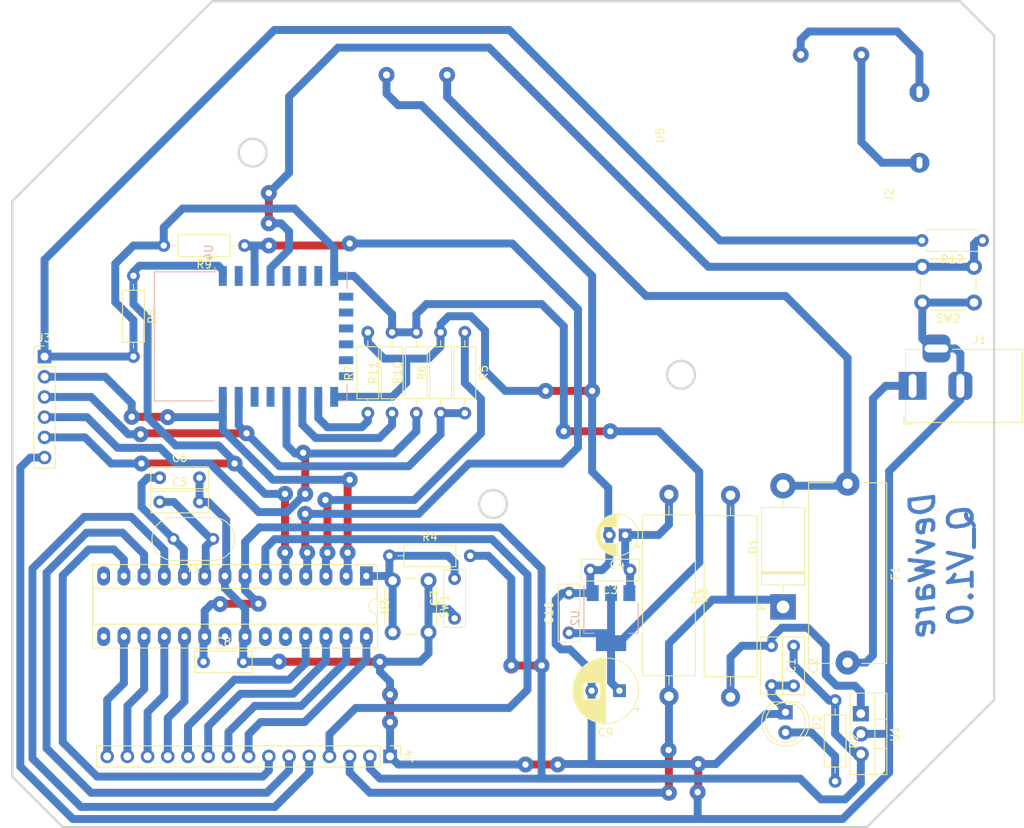
<source format=kicad_pcb>
(kicad_pcb (version 20171130) (host pcbnew "(5.1.6)-1")

  (general
    (thickness 1.6)
    (drawings 13)
    (tracks 493)
    (zones 0)
    (modules 37)
    (nets 53)
  )

  (page A4)
  (layers
    (0 F.Cu signal)
    (31 B.Cu signal)
    (32 B.Adhes user)
    (33 F.Adhes user)
    (34 B.Paste user)
    (35 F.Paste user)
    (36 B.SilkS user)
    (37 F.SilkS user)
    (38 B.Mask user)
    (39 F.Mask user)
    (40 Dwgs.User user)
    (41 Cmts.User user)
    (42 Eco1.User user)
    (43 Eco2.User user)
    (44 Edge.Cuts user)
    (45 Margin user)
    (46 B.CrtYd user)
    (47 F.CrtYd user)
    (48 B.Fab user)
    (49 F.Fab user)
  )

  (setup
    (last_trace_width 0.25)
    (user_trace_width 1)
    (trace_clearance 0.2)
    (zone_clearance 0.508)
    (zone_45_only no)
    (trace_min 0.2)
    (via_size 0.8)
    (via_drill 0.4)
    (via_min_size 0.4)
    (via_min_drill 0.3)
    (user_via 2 0.8)
    (uvia_size 0.3)
    (uvia_drill 0.1)
    (uvias_allowed no)
    (uvia_min_size 0.2)
    (uvia_min_drill 0.1)
    (edge_width 0.3)
    (segment_width 0.2)
    (pcb_text_width 0.3)
    (pcb_text_size 1.5 1.5)
    (mod_edge_width 0.12)
    (mod_text_size 1 1)
    (mod_text_width 0.15)
    (pad_size 2 2)
    (pad_drill 0.8)
    (pad_to_mask_clearance 0.05)
    (aux_axis_origin 0 0)
    (visible_elements 7FFFFFFF)
    (pcbplotparams
      (layerselection 0x010fc_ffffffff)
      (usegerberextensions false)
      (usegerberattributes true)
      (usegerberadvancedattributes true)
      (creategerberjobfile true)
      (excludeedgelayer true)
      (linewidth 0.100000)
      (plotframeref false)
      (viasonmask false)
      (mode 1)
      (useauxorigin false)
      (hpglpennumber 1)
      (hpglpenspeed 20)
      (hpglpendiameter 15.000000)
      (psnegative false)
      (psa4output false)
      (plotreference true)
      (plotvalue false)
      (plotinvisibletext false)
      (padsonsilk false)
      (subtractmaskfromsilk false)
      (outputformat 1)
      (mirror false)
      (drillshape 0)
      (scaleselection 1)
      (outputdirectory "_7SEG_control_Gerber/"))
  )

  (net 0 "")
  (net 1 "Net-(C1-Pad1)")
  (net 2 /GND)
  (net 3 /5V)
  (net 4 "Net-(C3-Pad1)")
  (net 5 "Net-(C5-Pad1)")
  (net 6 "Net-(C6-Pad1)")
  (net 7 "Net-(C7-Pad2)")
  (net 8 /3.3V)
  (net 9 /12V)
  (net 10 "Net-(D2-Pad2)")
  (net 11 "Net-(F1-Pad2)")
  (net 12 /A_D1)
  (net 13 /D_D1)
  (net 14 /C_D1)
  (net 15 /B_D1)
  (net 16 /A_D2)
  (net 17 /D_D2)
  (net 18 /C_D2)
  (net 19 /B_D2)
  (net 20 /A_D3)
  (net 21 /D_D3)
  (net 22 /C_D3)
  (net 23 /B_D3)
  (net 24 "Net-(U3-Pad15)")
  (net 25 /RX-MCU)
  (net 26 /TX_MCU)
  (net 27 "Net-(U3-Pad21)")
  (net 28 "Net-(U3-Pad23)")
  (net 29 "Net-(U3-Pad24)")
  (net 30 "Net-(U3-Pad14)")
  (net 31 /IO15)
  (net 32 /RST)
  (net 33 /EN)
  (net 34 /IO0)
  (net 35 /IO2)
  (net 36 "Net-(U4-Pad2)")
  (net 37 "Net-(U4-Pad5)")
  (net 38 "Net-(U4-Pad6)")
  (net 39 "Net-(U4-Pad7)")
  (net 40 "Net-(U4-Pad9)")
  (net 41 "Net-(U4-Pad10)")
  (net 42 "Net-(U4-Pad11)")
  (net 43 "Net-(U4-Pad12)")
  (net 44 "Net-(U4-Pad13)")
  (net 45 "Net-(U4-Pad14)")
  (net 46 "Net-(U4-Pad19)")
  (net 47 "Net-(U4-Pad20)")
  (net 48 /V+)
  (net 49 "Net-(J2-PadN)")
  (net 50 "Net-(J2-PadL)")
  (net 51 /Interrupt)
  (net 52 /RXD)

  (net_class Default "This is the default net class."
    (clearance 0.2)
    (trace_width 0.25)
    (via_dia 0.8)
    (via_drill 0.4)
    (uvia_dia 0.3)
    (uvia_drill 0.1)
    (add_net /12V)
    (add_net /3.3V)
    (add_net /5V)
    (add_net /A_D1)
    (add_net /A_D2)
    (add_net /A_D3)
    (add_net /B_D1)
    (add_net /B_D2)
    (add_net /B_D3)
    (add_net /C_D1)
    (add_net /C_D2)
    (add_net /C_D3)
    (add_net /D_D1)
    (add_net /D_D2)
    (add_net /D_D3)
    (add_net /EN)
    (add_net /GND)
    (add_net /IO0)
    (add_net /IO15)
    (add_net /IO2)
    (add_net /Interrupt)
    (add_net /RST)
    (add_net /RX-MCU)
    (add_net /RXD)
    (add_net /TX_MCU)
    (add_net /V+)
    (add_net "Net-(C1-Pad1)")
    (add_net "Net-(C3-Pad1)")
    (add_net "Net-(C5-Pad1)")
    (add_net "Net-(C6-Pad1)")
    (add_net "Net-(C7-Pad2)")
    (add_net "Net-(D2-Pad2)")
    (add_net "Net-(F1-Pad2)")
    (add_net "Net-(J2-PadL)")
    (add_net "Net-(J2-PadN)")
    (add_net "Net-(U3-Pad14)")
    (add_net "Net-(U3-Pad15)")
    (add_net "Net-(U3-Pad21)")
    (add_net "Net-(U3-Pad23)")
    (add_net "Net-(U3-Pad24)")
    (add_net "Net-(U4-Pad10)")
    (add_net "Net-(U4-Pad11)")
    (add_net "Net-(U4-Pad12)")
    (add_net "Net-(U4-Pad13)")
    (add_net "Net-(U4-Pad14)")
    (add_net "Net-(U4-Pad19)")
    (add_net "Net-(U4-Pad2)")
    (add_net "Net-(U4-Pad20)")
    (add_net "Net-(U4-Pad5)")
    (add_net "Net-(U4-Pad6)")
    (add_net "Net-(U4-Pad7)")
    (add_net "Net-(U4-Pad9)")
  )

  (module PS_12VDC:PS_12VDC (layer F.Cu) (tedit 60800929) (tstamp 606E2165)
    (at 157.20314 57.72404 270)
    (path /606E2300)
    (fp_text reference U5 (at -2.54 -3.31 90) (layer F.SilkS)
      (effects (font (size 1 1) (thickness 0.15)))
    )
    (fp_text value PS-12VDC (at -2.54 -4.31 90) (layer F.Fab)
      (effects (font (size 1 1) (thickness 0.15)))
    )
    (fp_line (start -16.51 34.29) (end -16.51 -33.02) (layer F.Fab) (width 0.12))
    (fp_line (start -16.51 -33.02) (end 20.32 -33.02) (layer F.Fab) (width 0.12))
    (fp_line (start 20.32 -33.02) (end 20.32 34.29) (layer F.Fab) (width 0.12))
    (fp_line (start 20.32 34.29) (end -16.51 34.29) (layer F.Fab) (width 0.12))
    (pad 3 thru_hole circle (at -10.16 23.495 270) (size 2 2) (drill 0.9) (layers *.Cu *.Mask)
      (net 48 /V+))
    (pad 4 thru_hole circle (at -10.16 31.115 270) (size 2 2) (drill 0.9) (layers *.Cu *.Mask)
      (net 2 /GND))
    (pad 2 thru_hole circle (at -12.7 -20.955 270) (size 2 2) (drill 0.9) (layers *.Cu *.Mask)
      (net 49 "Net-(J2-PadN)"))
    (pad 1 thru_hole circle (at -12.7 -28.575 270) (size 2 2) (drill 0.9) (layers *.Cu *.Mask)
      (net 50 "Net-(J2-PadL)"))
  )

  (module Button_Switch_THT:SW_PUSH_6mm_H7.3mm (layer F.Cu) (tedit 5A02FE31) (tstamp 60746CDC)
    (at 199.93864 76.20254 180)
    (descr "tactile push button, 6x6mm e.g. PHAP33xx series, height=7.3mm")
    (tags "tact sw push 6mm")
    (path /60748F4E)
    (fp_text reference SW2 (at 3.25 -2) (layer F.SilkS)
      (effects (font (size 1 1) (thickness 0.15)))
    )
    (fp_text value SW_Push (at 3.75 6.7) (layer F.Fab)
      (effects (font (size 1 1) (thickness 0.15)))
    )
    (fp_circle (center 3.25 2.25) (end 1.25 2.5) (layer F.Fab) (width 0.1))
    (fp_line (start 6.75 3) (end 6.75 1.5) (layer F.SilkS) (width 0.12))
    (fp_line (start 5.5 -1) (end 1 -1) (layer F.SilkS) (width 0.12))
    (fp_line (start -0.25 1.5) (end -0.25 3) (layer F.SilkS) (width 0.12))
    (fp_line (start 1 5.5) (end 5.5 5.5) (layer F.SilkS) (width 0.12))
    (fp_line (start 8 -1.25) (end 8 5.75) (layer F.CrtYd) (width 0.05))
    (fp_line (start 7.75 6) (end -1.25 6) (layer F.CrtYd) (width 0.05))
    (fp_line (start -1.5 5.75) (end -1.5 -1.25) (layer F.CrtYd) (width 0.05))
    (fp_line (start -1.25 -1.5) (end 7.75 -1.5) (layer F.CrtYd) (width 0.05))
    (fp_line (start -1.5 6) (end -1.25 6) (layer F.CrtYd) (width 0.05))
    (fp_line (start -1.5 5.75) (end -1.5 6) (layer F.CrtYd) (width 0.05))
    (fp_line (start -1.5 -1.5) (end -1.25 -1.5) (layer F.CrtYd) (width 0.05))
    (fp_line (start -1.5 -1.25) (end -1.5 -1.5) (layer F.CrtYd) (width 0.05))
    (fp_line (start 8 -1.5) (end 8 -1.25) (layer F.CrtYd) (width 0.05))
    (fp_line (start 7.75 -1.5) (end 8 -1.5) (layer F.CrtYd) (width 0.05))
    (fp_line (start 8 6) (end 8 5.75) (layer F.CrtYd) (width 0.05))
    (fp_line (start 7.75 6) (end 8 6) (layer F.CrtYd) (width 0.05))
    (fp_line (start 0.25 -0.75) (end 3.25 -0.75) (layer F.Fab) (width 0.1))
    (fp_line (start 0.25 5.25) (end 0.25 -0.75) (layer F.Fab) (width 0.1))
    (fp_line (start 6.25 5.25) (end 0.25 5.25) (layer F.Fab) (width 0.1))
    (fp_line (start 6.25 -0.75) (end 6.25 5.25) (layer F.Fab) (width 0.1))
    (fp_line (start 3.25 -0.75) (end 6.25 -0.75) (layer F.Fab) (width 0.1))
    (fp_text user %R (at 3.25 2.25) (layer F.Fab)
      (effects (font (size 1 1) (thickness 0.15)))
    )
    (pad 2 thru_hole circle (at 0 4.5 270) (size 2 2) (drill 1.1) (layers *.Cu *.Mask)
      (net 51 /Interrupt))
    (pad 1 thru_hole circle (at 0 0 270) (size 2 2) (drill 1.1) (layers *.Cu *.Mask)
      (net 2 /GND))
    (pad 2 thru_hole circle (at 6.5 4.5 270) (size 2 2) (drill 1.1) (layers *.Cu *.Mask)
      (net 51 /Interrupt))
    (pad 1 thru_hole circle (at 6.5 0 270) (size 2 2) (drill 1.1) (layers *.Cu *.Mask)
      (net 2 /GND))
    (model ${KISYS3DMOD}/Button_Switch_THT.3dshapes/SW_PUSH_6mm_H7.3mm.wrl
      (at (xyz 0 0 0))
      (scale (xyz 1 1 1))
      (rotate (xyz 0 0 0))
    )
  )

  (module RF_Module:ESP-12E (layer B.Cu) (tedit 5A030172) (tstamp 605F302F)
    (at 109.00664 80.45704 270)
    (descr "Wi-Fi Module, http://wiki.ai-thinker.com/_media/esp8266/docs/aithinker_esp_12f_datasheet_en.pdf")
    (tags "Wi-Fi Module")
    (path /605F5E6D)
    (attr smd)
    (fp_text reference U4 (at -10.56 5.26 90) (layer B.SilkS)
      (effects (font (size 1 1) (thickness 0.15)) (justify mirror))
    )
    (fp_text value ESP-12E (at -0.06 12.78 90) (layer B.Fab)
      (effects (font (size 1 1) (thickness 0.15)) (justify mirror))
    )
    (fp_line (start 5.56 4.8) (end 8.12 7.36) (layer Dwgs.User) (width 0.12))
    (fp_line (start 2.56 4.8) (end 8.12 10.36) (layer Dwgs.User) (width 0.12))
    (fp_line (start -0.44 4.8) (end 6.88 12.12) (layer Dwgs.User) (width 0.12))
    (fp_line (start -3.44 4.8) (end 3.88 12.12) (layer Dwgs.User) (width 0.12))
    (fp_line (start -6.44 4.8) (end 0.88 12.12) (layer Dwgs.User) (width 0.12))
    (fp_line (start -8.12 6.12) (end -2.12 12.12) (layer Dwgs.User) (width 0.12))
    (fp_line (start -8.12 9.12) (end -5.12 12.12) (layer Dwgs.User) (width 0.12))
    (fp_line (start -8.12 4.8) (end -8.12 12.12) (layer Dwgs.User) (width 0.12))
    (fp_line (start 8.12 4.8) (end -8.12 4.8) (layer Dwgs.User) (width 0.12))
    (fp_line (start 8.12 12.12) (end 8.12 4.8) (layer Dwgs.User) (width 0.12))
    (fp_line (start -8.12 12.12) (end 8.12 12.12) (layer Dwgs.User) (width 0.12))
    (fp_line (start -8.12 4.5) (end -8.73 4.5) (layer B.SilkS) (width 0.12))
    (fp_line (start -8.12 4.5) (end -8.12 12.12) (layer B.SilkS) (width 0.12))
    (fp_line (start -8.12 -12.12) (end -8.12 -11.5) (layer B.SilkS) (width 0.12))
    (fp_line (start -6 -12.12) (end -8.12 -12.12) (layer B.SilkS) (width 0.12))
    (fp_line (start 8.12 -12.12) (end 6 -12.12) (layer B.SilkS) (width 0.12))
    (fp_line (start 8.12 -11.5) (end 8.12 -12.12) (layer B.SilkS) (width 0.12))
    (fp_line (start 8.12 12.12) (end 8.12 4.5) (layer B.SilkS) (width 0.12))
    (fp_line (start -8.12 12.12) (end 8.12 12.12) (layer B.SilkS) (width 0.12))
    (fp_line (start -9.05 -13.1) (end -9.05 12.2) (layer B.CrtYd) (width 0.05))
    (fp_line (start 9.05 -13.1) (end -9.05 -13.1) (layer B.CrtYd) (width 0.05))
    (fp_line (start 9.05 12.2) (end 9.05 -13.1) (layer B.CrtYd) (width 0.05))
    (fp_line (start -9.05 12.2) (end 9.05 12.2) (layer B.CrtYd) (width 0.05))
    (fp_line (start -8 4) (end -8 12) (layer B.Fab) (width 0.12))
    (fp_line (start -7.5 3.5) (end -8 4) (layer B.Fab) (width 0.12))
    (fp_line (start -8 3) (end -7.5 3.5) (layer B.Fab) (width 0.12))
    (fp_line (start -8 -12) (end -8 3) (layer B.Fab) (width 0.12))
    (fp_line (start 8 -12) (end -8 -12) (layer B.Fab) (width 0.12))
    (fp_line (start 8 12) (end 8 -12) (layer B.Fab) (width 0.12))
    (fp_line (start -8 12) (end 8 12) (layer B.Fab) (width 0.12))
    (fp_text user Antenna (at -0.06 7 270) (layer Cmts.User)
      (effects (font (size 1 1) (thickness 0.15)))
    )
    (fp_text user "KEEP-OUT ZONE" (at 0.03 9.55 270) (layer Cmts.User)
      (effects (font (size 1 1) (thickness 0.15)))
    )
    (fp_text user %R (at 0.49 0.8 90) (layer B.Fab)
      (effects (font (size 1 1) (thickness 0.15)) (justify mirror))
    )
    (pad 1 smd rect (at -7.6 3.5 270) (size 2.5 1) (layers B.Cu B.Paste B.Mask)
      (net 32 /RST))
    (pad 2 smd rect (at -7.6 1.5 270) (size 2.5 1) (layers B.Cu B.Paste B.Mask)
      (net 36 "Net-(U4-Pad2)"))
    (pad 3 smd rect (at -7.6 -0.5 270) (size 2.5 1) (layers B.Cu B.Paste B.Mask)
      (net 33 /EN))
    (pad 4 smd rect (at -7.6 -2.5 270) (size 2.5 1) (layers B.Cu B.Paste B.Mask)
      (net 51 /Interrupt))
    (pad 5 smd rect (at -7.6 -4.5 270) (size 2.5 1) (layers B.Cu B.Paste B.Mask)
      (net 37 "Net-(U4-Pad5)"))
    (pad 6 smd rect (at -7.6 -6.5 270) (size 2.5 1) (layers B.Cu B.Paste B.Mask)
      (net 38 "Net-(U4-Pad6)"))
    (pad 7 smd rect (at -7.6 -8.5 270) (size 2.5 1) (layers B.Cu B.Paste B.Mask)
      (net 39 "Net-(U4-Pad7)"))
    (pad 8 smd rect (at -7.6 -10.5 270) (size 2.5 1) (layers B.Cu B.Paste B.Mask)
      (net 8 /3.3V))
    (pad 9 smd rect (at -5 -12 270) (size 1 1.8) (layers B.Cu B.Paste B.Mask)
      (net 40 "Net-(U4-Pad9)"))
    (pad 10 smd rect (at -3 -12 270) (size 1 1.8) (layers B.Cu B.Paste B.Mask)
      (net 41 "Net-(U4-Pad10)"))
    (pad 11 smd rect (at -1 -12 270) (size 1 1.8) (layers B.Cu B.Paste B.Mask)
      (net 42 "Net-(U4-Pad11)"))
    (pad 12 smd rect (at 1 -12 270) (size 1 1.8) (layers B.Cu B.Paste B.Mask)
      (net 43 "Net-(U4-Pad12)"))
    (pad 13 smd rect (at 3 -12 270) (size 1 1.8) (layers B.Cu B.Paste B.Mask)
      (net 44 "Net-(U4-Pad13)"))
    (pad 14 smd rect (at 5 -12 270) (size 1 1.8) (layers B.Cu B.Paste B.Mask)
      (net 45 "Net-(U4-Pad14)"))
    (pad 15 smd rect (at 7.6 -10.5 270) (size 2.5 1) (layers B.Cu B.Paste B.Mask)
      (net 2 /GND))
    (pad 16 smd rect (at 7.6 -8.5 270) (size 2.5 1) (layers B.Cu B.Paste B.Mask)
      (net 31 /IO15))
    (pad 17 smd rect (at 7.6 -6.5 270) (size 2.5 1) (layers B.Cu B.Paste B.Mask)
      (net 35 /IO2))
    (pad 18 smd rect (at 7.6 -4.5 270) (size 2.5 1) (layers B.Cu B.Paste B.Mask)
      (net 34 /IO0))
    (pad 19 smd rect (at 7.6 -2.5 270) (size 2.5 1) (layers B.Cu B.Paste B.Mask)
      (net 46 "Net-(U4-Pad19)"))
    (pad 20 smd rect (at 7.6 -0.5 270) (size 2.5 1) (layers B.Cu B.Paste B.Mask)
      (net 47 "Net-(U4-Pad20)"))
    (pad 21 smd rect (at 7.6 1.5 270) (size 2.5 1) (layers B.Cu B.Paste B.Mask)
      (net 52 /RXD))
    (pad 22 smd rect (at 7.6 3.5 270) (size 2.5 1) (layers B.Cu B.Paste B.Mask)
      (net 25 /RX-MCU))
    (model ${KISYS3DMOD}/RF_Module.3dshapes/ESP-12E.wrl
      (at (xyz 0 0 0))
      (scale (xyz 1 1 1))
      (rotate (xyz 0 0 0))
    )
  )

  (module Connector_PinHeader_2.54mm:PinHeader_1x15_P2.54mm_Vertical (layer F.Cu) (tedit 59FED5CC) (tstamp 6058ACB1)
    (at 126.53264 133.28904 270)
    (descr "Through hole straight pin header, 1x15, 2.54mm pitch, single row")
    (tags "Through hole pin header THT 1x15 2.54mm single row")
    (path /605903EE)
    (fp_text reference J4 (at 0 -2.33 90) (layer F.SilkS)
      (effects (font (size 1 1) (thickness 0.15)))
    )
    (fp_text value Display_Board (at 0 37.89 90) (layer F.Fab)
      (effects (font (size 1 1) (thickness 0.15)))
    )
    (fp_line (start 1.8 -1.8) (end -1.8 -1.8) (layer F.CrtYd) (width 0.05))
    (fp_line (start 1.8 37.35) (end 1.8 -1.8) (layer F.CrtYd) (width 0.05))
    (fp_line (start -1.8 37.35) (end 1.8 37.35) (layer F.CrtYd) (width 0.05))
    (fp_line (start -1.8 -1.8) (end -1.8 37.35) (layer F.CrtYd) (width 0.05))
    (fp_line (start -1.33 -1.33) (end 0 -1.33) (layer F.SilkS) (width 0.12))
    (fp_line (start -1.33 0) (end -1.33 -1.33) (layer F.SilkS) (width 0.12))
    (fp_line (start -1.33 1.27) (end 1.33 1.27) (layer F.SilkS) (width 0.12))
    (fp_line (start 1.33 1.27) (end 1.33 36.89) (layer F.SilkS) (width 0.12))
    (fp_line (start -1.33 1.27) (end -1.33 36.89) (layer F.SilkS) (width 0.12))
    (fp_line (start -1.33 36.89) (end 1.33 36.89) (layer F.SilkS) (width 0.12))
    (fp_line (start -1.27 -0.635) (end -0.635 -1.27) (layer F.Fab) (width 0.1))
    (fp_line (start -1.27 36.83) (end -1.27 -0.635) (layer F.Fab) (width 0.1))
    (fp_line (start 1.27 36.83) (end -1.27 36.83) (layer F.Fab) (width 0.1))
    (fp_line (start 1.27 -1.27) (end 1.27 36.83) (layer F.Fab) (width 0.1))
    (fp_line (start -0.635 -1.27) (end 1.27 -1.27) (layer F.Fab) (width 0.1))
    (fp_text user %R (at 0 17.78) (layer F.Fab)
      (effects (font (size 1 1) (thickness 0.15)))
    )
    (pad 1 thru_hole rect (at 0 0 270) (size 1.7 1.7) (drill 1) (layers *.Cu *.Mask)
      (net 2 /GND))
    (pad 2 thru_hole oval (at 0 2.54 270) (size 1.7 1.7) (drill 1) (layers *.Cu *.Mask)
      (net 3 /5V))
    (pad 3 thru_hole oval (at 0 5.08 270) (size 1.7 1.7) (drill 1) (layers *.Cu *.Mask)
      (net 9 /12V))
    (pad 4 thru_hole oval (at 0 7.62 270) (size 1.7 1.7) (drill 1) (layers *.Cu *.Mask)
      (net 23 /B_D3))
    (pad 5 thru_hole oval (at 0 10.16 270) (size 1.7 1.7) (drill 1) (layers *.Cu *.Mask)
      (net 22 /C_D3))
    (pad 6 thru_hole oval (at 0 12.7 270) (size 1.7 1.7) (drill 1) (layers *.Cu *.Mask)
      (net 21 /D_D3))
    (pad 7 thru_hole oval (at 0 15.24 270) (size 1.7 1.7) (drill 1) (layers *.Cu *.Mask)
      (net 20 /A_D3))
    (pad 8 thru_hole oval (at 0 17.78 270) (size 1.7 1.7) (drill 1) (layers *.Cu *.Mask)
      (net 19 /B_D2))
    (pad 9 thru_hole oval (at 0 20.32 270) (size 1.7 1.7) (drill 1) (layers *.Cu *.Mask)
      (net 18 /C_D2))
    (pad 10 thru_hole oval (at 0 22.86 270) (size 1.7 1.7) (drill 1) (layers *.Cu *.Mask)
      (net 17 /D_D2))
    (pad 11 thru_hole oval (at 0 25.4 270) (size 1.7 1.7) (drill 1) (layers *.Cu *.Mask)
      (net 16 /A_D2))
    (pad 12 thru_hole oval (at 0 27.94 270) (size 1.7 1.7) (drill 1) (layers *.Cu *.Mask)
      (net 15 /B_D1))
    (pad 13 thru_hole oval (at 0 30.48 270) (size 1.7 1.7) (drill 1) (layers *.Cu *.Mask)
      (net 14 /C_D1))
    (pad 14 thru_hole oval (at 0 33.02 270) (size 1.7 1.7) (drill 1) (layers *.Cu *.Mask)
      (net 13 /D_D1))
    (pad 15 thru_hole oval (at 0 35.56 270) (size 1.7 1.7) (drill 1) (layers *.Cu *.Mask)
      (net 12 /A_D1))
    (model ${KISYS3DMOD}/Connector_PinHeader_2.54mm.3dshapes/PinHeader_1x15_P2.54mm_Vertical.wrl
      (at (xyz 0 0 0))
      (scale (xyz 1 1 1))
      (rotate (xyz 0 0 0))
    )
  )

  (module Capacitor_THT:C_Disc_D7.0mm_W2.5mm_P5.00mm (layer F.Cu) (tedit 5AE50EF0) (tstamp 6052D2B4)
    (at 174.48264 119.37504 270)
    (descr "C, Disc series, Radial, pin pitch=5.00mm, , diameter*width=7*2.5mm^2, Capacitor, http://cdn-reichelt.de/documents/datenblatt/B300/DS_KERKO_TC.pdf")
    (tags "C Disc series Radial pin pitch 5.00mm  diameter 7mm width 2.5mm Capacitor")
    (path /5FB3BE17)
    (fp_text reference C1 (at 2.5 -2.5 90) (layer F.SilkS)
      (effects (font (size 1 1) (thickness 0.15)))
    )
    (fp_text value 334 (at 2.5 2.5 90) (layer F.Fab)
      (effects (font (size 1 1) (thickness 0.15)))
    )
    (fp_line (start -1 -1.25) (end -1 1.25) (layer F.Fab) (width 0.1))
    (fp_line (start -1 1.25) (end 6 1.25) (layer F.Fab) (width 0.1))
    (fp_line (start 6 1.25) (end 6 -1.25) (layer F.Fab) (width 0.1))
    (fp_line (start 6 -1.25) (end -1 -1.25) (layer F.Fab) (width 0.1))
    (fp_line (start -1.12 -1.37) (end 6.12 -1.37) (layer F.SilkS) (width 0.12))
    (fp_line (start -1.12 1.37) (end 6.12 1.37) (layer F.SilkS) (width 0.12))
    (fp_line (start -1.12 -1.37) (end -1.12 1.37) (layer F.SilkS) (width 0.12))
    (fp_line (start 6.12 -1.37) (end 6.12 1.37) (layer F.SilkS) (width 0.12))
    (fp_line (start -1.25 -1.5) (end -1.25 1.5) (layer F.CrtYd) (width 0.05))
    (fp_line (start -1.25 1.5) (end 6.25 1.5) (layer F.CrtYd) (width 0.05))
    (fp_line (start 6.25 1.5) (end 6.25 -1.5) (layer F.CrtYd) (width 0.05))
    (fp_line (start 6.25 -1.5) (end -1.25 -1.5) (layer F.CrtYd) (width 0.05))
    (fp_text user %R (at 2.53 0.08 90) (layer F.Fab)
      (effects (font (size 1 1) (thickness 0.15)))
    )
    (pad 1 thru_hole circle (at 0 0 270) (size 1.6 1.6) (drill 0.8) (layers *.Cu *.Mask)
      (net 1 "Net-(C1-Pad1)"))
    (pad 2 thru_hole circle (at 5 0 270) (size 1.6 1.6) (drill 0.8) (layers *.Cu *.Mask)
      (net 2 /GND))
    (model ${KISYS3DMOD}/Capacitor_THT.3dshapes/C_Disc_D7.0mm_W2.5mm_P5.00mm.wrl
      (at (xyz 0 0 0))
      (scale (xyz 1 1 1))
      (rotate (xyz 0 0 0))
    )
  )

  (module Capacitor_THT:C_Disc_D7.0mm_W2.5mm_P5.00mm (layer F.Cu) (tedit 5AE50EF0) (tstamp 6052D2C7)
    (at 177.26264 119.40504 270)
    (descr "C, Disc series, Radial, pin pitch=5.00mm, , diameter*width=7*2.5mm^2, Capacitor, http://cdn-reichelt.de/documents/datenblatt/B300/DS_KERKO_TC.pdf")
    (tags "C Disc series Radial pin pitch 5.00mm  diameter 7mm width 2.5mm Capacitor")
    (path /5E6C8B29)
    (fp_text reference C2 (at 2.5 -2.5 90) (layer F.SilkS)
      (effects (font (size 1 1) (thickness 0.15)))
    )
    (fp_text value 104 (at 2.5 2.5 90) (layer F.Fab)
      (effects (font (size 1 1) (thickness 0.15)))
    )
    (fp_line (start 6.25 -1.5) (end -1.25 -1.5) (layer F.CrtYd) (width 0.05))
    (fp_line (start 6.25 1.5) (end 6.25 -1.5) (layer F.CrtYd) (width 0.05))
    (fp_line (start -1.25 1.5) (end 6.25 1.5) (layer F.CrtYd) (width 0.05))
    (fp_line (start -1.25 -1.5) (end -1.25 1.5) (layer F.CrtYd) (width 0.05))
    (fp_line (start 6.12 -1.37) (end 6.12 1.37) (layer F.SilkS) (width 0.12))
    (fp_line (start -1.12 -1.37) (end -1.12 1.37) (layer F.SilkS) (width 0.12))
    (fp_line (start -1.12 1.37) (end 6.12 1.37) (layer F.SilkS) (width 0.12))
    (fp_line (start -1.12 -1.37) (end 6.12 -1.37) (layer F.SilkS) (width 0.12))
    (fp_line (start 6 -1.25) (end -1 -1.25) (layer F.Fab) (width 0.1))
    (fp_line (start 6 1.25) (end 6 -1.25) (layer F.Fab) (width 0.1))
    (fp_line (start -1 1.25) (end 6 1.25) (layer F.Fab) (width 0.1))
    (fp_line (start -1 -1.25) (end -1 1.25) (layer F.Fab) (width 0.1))
    (fp_text user %R (at 2.5 0 90) (layer F.Fab)
      (effects (font (size 1 1) (thickness 0.15)))
    )
    (pad 2 thru_hole circle (at 5 0 270) (size 1.6 1.6) (drill 0.8) (layers *.Cu *.Mask)
      (net 2 /GND))
    (pad 1 thru_hole circle (at 0 0 270) (size 1.6 1.6) (drill 0.8) (layers *.Cu *.Mask)
      (net 3 /5V))
    (model ${KISYS3DMOD}/Capacitor_THT.3dshapes/C_Disc_D7.0mm_W2.5mm_P5.00mm.wrl
      (at (xyz 0 0 0))
      (scale (xyz 1 1 1))
      (rotate (xyz 0 0 0))
    )
  )

  (module Capacitor_THT:C_Disc_D7.0mm_W2.5mm_P5.00mm (layer F.Cu) (tedit 5AE50EF0) (tstamp 6052D2DA)
    (at 156.70264 109.84504 180)
    (descr "C, Disc series, Radial, pin pitch=5.00mm, , diameter*width=7*2.5mm^2, Capacitor, http://cdn-reichelt.de/documents/datenblatt/B300/DS_KERKO_TC.pdf")
    (tags "C Disc series Radial pin pitch 5.00mm  diameter 7mm width 2.5mm Capacitor")
    (path /5FC2B8F6)
    (fp_text reference C3 (at 2.5 -2.5) (layer F.SilkS)
      (effects (font (size 1 1) (thickness 0.15)))
    )
    (fp_text value 334 (at 2.5 2.5) (layer F.Fab)
      (effects (font (size 1 1) (thickness 0.15)))
    )
    (fp_line (start -1 -1.25) (end -1 1.25) (layer F.Fab) (width 0.1))
    (fp_line (start -1 1.25) (end 6 1.25) (layer F.Fab) (width 0.1))
    (fp_line (start 6 1.25) (end 6 -1.25) (layer F.Fab) (width 0.1))
    (fp_line (start 6 -1.25) (end -1 -1.25) (layer F.Fab) (width 0.1))
    (fp_line (start -1.12 -1.37) (end 6.12 -1.37) (layer F.SilkS) (width 0.12))
    (fp_line (start -1.12 1.37) (end 6.12 1.37) (layer F.SilkS) (width 0.12))
    (fp_line (start -1.12 -1.37) (end -1.12 1.37) (layer F.SilkS) (width 0.12))
    (fp_line (start 6.12 -1.37) (end 6.12 1.37) (layer F.SilkS) (width 0.12))
    (fp_line (start -1.25 -1.5) (end -1.25 1.5) (layer F.CrtYd) (width 0.05))
    (fp_line (start -1.25 1.5) (end 6.25 1.5) (layer F.CrtYd) (width 0.05))
    (fp_line (start 6.25 1.5) (end 6.25 -1.5) (layer F.CrtYd) (width 0.05))
    (fp_line (start 6.25 -1.5) (end -1.25 -1.5) (layer F.CrtYd) (width 0.05))
    (fp_text user %R (at 2.5 0) (layer F.Fab)
      (effects (font (size 1 1) (thickness 0.15)))
    )
    (pad 1 thru_hole circle (at 0 0 180) (size 1.6 1.6) (drill 0.8) (layers *.Cu *.Mask)
      (net 4 "Net-(C3-Pad1)"))
    (pad 2 thru_hole circle (at 5 0 180) (size 1.6 1.6) (drill 0.8) (layers *.Cu *.Mask)
      (net 2 /GND))
    (model ${KISYS3DMOD}/Capacitor_THT.3dshapes/C_Disc_D7.0mm_W2.5mm_P5.00mm.wrl
      (at (xyz 0 0 0))
      (scale (xyz 1 1 1))
      (rotate (xyz 0 0 0))
    )
  )

  (module Capacitor_THT:CP_Radial_D5.0mm_P2.00mm (layer F.Cu) (tedit 5AE50EF0) (tstamp 6052D35D)
    (at 156.09264 105.43504 180)
    (descr "CP, Radial series, Radial, pin pitch=2.00mm, , diameter=5mm, Electrolytic Capacitor")
    (tags "CP Radial series Radial pin pitch 2.00mm  diameter 5mm Electrolytic Capacitor")
    (path /5FC0024C)
    (fp_text reference C4 (at 1 -3.75) (layer F.SilkS)
      (effects (font (size 1 1) (thickness 0.15)))
    )
    (fp_text value 10UF (at 1 3.75) (layer F.Fab)
      (effects (font (size 1 1) (thickness 0.15)))
    )
    (fp_circle (center 1 0) (end 3.5 0) (layer F.Fab) (width 0.1))
    (fp_circle (center 1 0) (end 3.62 0) (layer F.SilkS) (width 0.12))
    (fp_circle (center 1 0) (end 3.75 0) (layer F.CrtYd) (width 0.05))
    (fp_line (start -1.133605 -1.0875) (end -0.633605 -1.0875) (layer F.Fab) (width 0.1))
    (fp_line (start -0.883605 -1.3375) (end -0.883605 -0.8375) (layer F.Fab) (width 0.1))
    (fp_line (start 1 1.04) (end 1 2.58) (layer F.SilkS) (width 0.12))
    (fp_line (start 1 -2.58) (end 1 -1.04) (layer F.SilkS) (width 0.12))
    (fp_line (start 1.04 1.04) (end 1.04 2.58) (layer F.SilkS) (width 0.12))
    (fp_line (start 1.04 -2.58) (end 1.04 -1.04) (layer F.SilkS) (width 0.12))
    (fp_line (start 1.08 -2.579) (end 1.08 -1.04) (layer F.SilkS) (width 0.12))
    (fp_line (start 1.08 1.04) (end 1.08 2.579) (layer F.SilkS) (width 0.12))
    (fp_line (start 1.12 -2.578) (end 1.12 -1.04) (layer F.SilkS) (width 0.12))
    (fp_line (start 1.12 1.04) (end 1.12 2.578) (layer F.SilkS) (width 0.12))
    (fp_line (start 1.16 -2.576) (end 1.16 -1.04) (layer F.SilkS) (width 0.12))
    (fp_line (start 1.16 1.04) (end 1.16 2.576) (layer F.SilkS) (width 0.12))
    (fp_line (start 1.2 -2.573) (end 1.2 -1.04) (layer F.SilkS) (width 0.12))
    (fp_line (start 1.2 1.04) (end 1.2 2.573) (layer F.SilkS) (width 0.12))
    (fp_line (start 1.24 -2.569) (end 1.24 -1.04) (layer F.SilkS) (width 0.12))
    (fp_line (start 1.24 1.04) (end 1.24 2.569) (layer F.SilkS) (width 0.12))
    (fp_line (start 1.28 -2.565) (end 1.28 -1.04) (layer F.SilkS) (width 0.12))
    (fp_line (start 1.28 1.04) (end 1.28 2.565) (layer F.SilkS) (width 0.12))
    (fp_line (start 1.32 -2.561) (end 1.32 -1.04) (layer F.SilkS) (width 0.12))
    (fp_line (start 1.32 1.04) (end 1.32 2.561) (layer F.SilkS) (width 0.12))
    (fp_line (start 1.36 -2.556) (end 1.36 -1.04) (layer F.SilkS) (width 0.12))
    (fp_line (start 1.36 1.04) (end 1.36 2.556) (layer F.SilkS) (width 0.12))
    (fp_line (start 1.4 -2.55) (end 1.4 -1.04) (layer F.SilkS) (width 0.12))
    (fp_line (start 1.4 1.04) (end 1.4 2.55) (layer F.SilkS) (width 0.12))
    (fp_line (start 1.44 -2.543) (end 1.44 -1.04) (layer F.SilkS) (width 0.12))
    (fp_line (start 1.44 1.04) (end 1.44 2.543) (layer F.SilkS) (width 0.12))
    (fp_line (start 1.48 -2.536) (end 1.48 -1.04) (layer F.SilkS) (width 0.12))
    (fp_line (start 1.48 1.04) (end 1.48 2.536) (layer F.SilkS) (width 0.12))
    (fp_line (start 1.52 -2.528) (end 1.52 -1.04) (layer F.SilkS) (width 0.12))
    (fp_line (start 1.52 1.04) (end 1.52 2.528) (layer F.SilkS) (width 0.12))
    (fp_line (start 1.56 -2.52) (end 1.56 -1.04) (layer F.SilkS) (width 0.12))
    (fp_line (start 1.56 1.04) (end 1.56 2.52) (layer F.SilkS) (width 0.12))
    (fp_line (start 1.6 -2.511) (end 1.6 -1.04) (layer F.SilkS) (width 0.12))
    (fp_line (start 1.6 1.04) (end 1.6 2.511) (layer F.SilkS) (width 0.12))
    (fp_line (start 1.64 -2.501) (end 1.64 -1.04) (layer F.SilkS) (width 0.12))
    (fp_line (start 1.64 1.04) (end 1.64 2.501) (layer F.SilkS) (width 0.12))
    (fp_line (start 1.68 -2.491) (end 1.68 -1.04) (layer F.SilkS) (width 0.12))
    (fp_line (start 1.68 1.04) (end 1.68 2.491) (layer F.SilkS) (width 0.12))
    (fp_line (start 1.721 -2.48) (end 1.721 -1.04) (layer F.SilkS) (width 0.12))
    (fp_line (start 1.721 1.04) (end 1.721 2.48) (layer F.SilkS) (width 0.12))
    (fp_line (start 1.761 -2.468) (end 1.761 -1.04) (layer F.SilkS) (width 0.12))
    (fp_line (start 1.761 1.04) (end 1.761 2.468) (layer F.SilkS) (width 0.12))
    (fp_line (start 1.801 -2.455) (end 1.801 -1.04) (layer F.SilkS) (width 0.12))
    (fp_line (start 1.801 1.04) (end 1.801 2.455) (layer F.SilkS) (width 0.12))
    (fp_line (start 1.841 -2.442) (end 1.841 -1.04) (layer F.SilkS) (width 0.12))
    (fp_line (start 1.841 1.04) (end 1.841 2.442) (layer F.SilkS) (width 0.12))
    (fp_line (start 1.881 -2.428) (end 1.881 -1.04) (layer F.SilkS) (width 0.12))
    (fp_line (start 1.881 1.04) (end 1.881 2.428) (layer F.SilkS) (width 0.12))
    (fp_line (start 1.921 -2.414) (end 1.921 -1.04) (layer F.SilkS) (width 0.12))
    (fp_line (start 1.921 1.04) (end 1.921 2.414) (layer F.SilkS) (width 0.12))
    (fp_line (start 1.961 -2.398) (end 1.961 -1.04) (layer F.SilkS) (width 0.12))
    (fp_line (start 1.961 1.04) (end 1.961 2.398) (layer F.SilkS) (width 0.12))
    (fp_line (start 2.001 -2.382) (end 2.001 -1.04) (layer F.SilkS) (width 0.12))
    (fp_line (start 2.001 1.04) (end 2.001 2.382) (layer F.SilkS) (width 0.12))
    (fp_line (start 2.041 -2.365) (end 2.041 -1.04) (layer F.SilkS) (width 0.12))
    (fp_line (start 2.041 1.04) (end 2.041 2.365) (layer F.SilkS) (width 0.12))
    (fp_line (start 2.081 -2.348) (end 2.081 -1.04) (layer F.SilkS) (width 0.12))
    (fp_line (start 2.081 1.04) (end 2.081 2.348) (layer F.SilkS) (width 0.12))
    (fp_line (start 2.121 -2.329) (end 2.121 -1.04) (layer F.SilkS) (width 0.12))
    (fp_line (start 2.121 1.04) (end 2.121 2.329) (layer F.SilkS) (width 0.12))
    (fp_line (start 2.161 -2.31) (end 2.161 -1.04) (layer F.SilkS) (width 0.12))
    (fp_line (start 2.161 1.04) (end 2.161 2.31) (layer F.SilkS) (width 0.12))
    (fp_line (start 2.201 -2.29) (end 2.201 -1.04) (layer F.SilkS) (width 0.12))
    (fp_line (start 2.201 1.04) (end 2.201 2.29) (layer F.SilkS) (width 0.12))
    (fp_line (start 2.241 -2.268) (end 2.241 -1.04) (layer F.SilkS) (width 0.12))
    (fp_line (start 2.241 1.04) (end 2.241 2.268) (layer F.SilkS) (width 0.12))
    (fp_line (start 2.281 -2.247) (end 2.281 -1.04) (layer F.SilkS) (width 0.12))
    (fp_line (start 2.281 1.04) (end 2.281 2.247) (layer F.SilkS) (width 0.12))
    (fp_line (start 2.321 -2.224) (end 2.321 -1.04) (layer F.SilkS) (width 0.12))
    (fp_line (start 2.321 1.04) (end 2.321 2.224) (layer F.SilkS) (width 0.12))
    (fp_line (start 2.361 -2.2) (end 2.361 -1.04) (layer F.SilkS) (width 0.12))
    (fp_line (start 2.361 1.04) (end 2.361 2.2) (layer F.SilkS) (width 0.12))
    (fp_line (start 2.401 -2.175) (end 2.401 -1.04) (layer F.SilkS) (width 0.12))
    (fp_line (start 2.401 1.04) (end 2.401 2.175) (layer F.SilkS) (width 0.12))
    (fp_line (start 2.441 -2.149) (end 2.441 -1.04) (layer F.SilkS) (width 0.12))
    (fp_line (start 2.441 1.04) (end 2.441 2.149) (layer F.SilkS) (width 0.12))
    (fp_line (start 2.481 -2.122) (end 2.481 -1.04) (layer F.SilkS) (width 0.12))
    (fp_line (start 2.481 1.04) (end 2.481 2.122) (layer F.SilkS) (width 0.12))
    (fp_line (start 2.521 -2.095) (end 2.521 -1.04) (layer F.SilkS) (width 0.12))
    (fp_line (start 2.521 1.04) (end 2.521 2.095) (layer F.SilkS) (width 0.12))
    (fp_line (start 2.561 -2.065) (end 2.561 -1.04) (layer F.SilkS) (width 0.12))
    (fp_line (start 2.561 1.04) (end 2.561 2.065) (layer F.SilkS) (width 0.12))
    (fp_line (start 2.601 -2.035) (end 2.601 -1.04) (layer F.SilkS) (width 0.12))
    (fp_line (start 2.601 1.04) (end 2.601 2.035) (layer F.SilkS) (width 0.12))
    (fp_line (start 2.641 -2.004) (end 2.641 -1.04) (layer F.SilkS) (width 0.12))
    (fp_line (start 2.641 1.04) (end 2.641 2.004) (layer F.SilkS) (width 0.12))
    (fp_line (start 2.681 -1.971) (end 2.681 -1.04) (layer F.SilkS) (width 0.12))
    (fp_line (start 2.681 1.04) (end 2.681 1.971) (layer F.SilkS) (width 0.12))
    (fp_line (start 2.721 -1.937) (end 2.721 -1.04) (layer F.SilkS) (width 0.12))
    (fp_line (start 2.721 1.04) (end 2.721 1.937) (layer F.SilkS) (width 0.12))
    (fp_line (start 2.761 -1.901) (end 2.761 -1.04) (layer F.SilkS) (width 0.12))
    (fp_line (start 2.761 1.04) (end 2.761 1.901) (layer F.SilkS) (width 0.12))
    (fp_line (start 2.801 -1.864) (end 2.801 -1.04) (layer F.SilkS) (width 0.12))
    (fp_line (start 2.801 1.04) (end 2.801 1.864) (layer F.SilkS) (width 0.12))
    (fp_line (start 2.841 -1.826) (end 2.841 -1.04) (layer F.SilkS) (width 0.12))
    (fp_line (start 2.841 1.04) (end 2.841 1.826) (layer F.SilkS) (width 0.12))
    (fp_line (start 2.881 -1.785) (end 2.881 -1.04) (layer F.SilkS) (width 0.12))
    (fp_line (start 2.881 1.04) (end 2.881 1.785) (layer F.SilkS) (width 0.12))
    (fp_line (start 2.921 -1.743) (end 2.921 -1.04) (layer F.SilkS) (width 0.12))
    (fp_line (start 2.921 1.04) (end 2.921 1.743) (layer F.SilkS) (width 0.12))
    (fp_line (start 2.961 -1.699) (end 2.961 -1.04) (layer F.SilkS) (width 0.12))
    (fp_line (start 2.961 1.04) (end 2.961 1.699) (layer F.SilkS) (width 0.12))
    (fp_line (start 3.001 -1.653) (end 3.001 -1.04) (layer F.SilkS) (width 0.12))
    (fp_line (start 3.001 1.04) (end 3.001 1.653) (layer F.SilkS) (width 0.12))
    (fp_line (start 3.041 -1.605) (end 3.041 1.605) (layer F.SilkS) (width 0.12))
    (fp_line (start 3.081 -1.554) (end 3.081 1.554) (layer F.SilkS) (width 0.12))
    (fp_line (start 3.121 -1.5) (end 3.121 1.5) (layer F.SilkS) (width 0.12))
    (fp_line (start 3.161 -1.443) (end 3.161 1.443) (layer F.SilkS) (width 0.12))
    (fp_line (start 3.201 -1.383) (end 3.201 1.383) (layer F.SilkS) (width 0.12))
    (fp_line (start 3.241 -1.319) (end 3.241 1.319) (layer F.SilkS) (width 0.12))
    (fp_line (start 3.281 -1.251) (end 3.281 1.251) (layer F.SilkS) (width 0.12))
    (fp_line (start 3.321 -1.178) (end 3.321 1.178) (layer F.SilkS) (width 0.12))
    (fp_line (start 3.361 -1.098) (end 3.361 1.098) (layer F.SilkS) (width 0.12))
    (fp_line (start 3.401 -1.011) (end 3.401 1.011) (layer F.SilkS) (width 0.12))
    (fp_line (start 3.441 -0.915) (end 3.441 0.915) (layer F.SilkS) (width 0.12))
    (fp_line (start 3.481 -0.805) (end 3.481 0.805) (layer F.SilkS) (width 0.12))
    (fp_line (start 3.521 -0.677) (end 3.521 0.677) (layer F.SilkS) (width 0.12))
    (fp_line (start 3.561 -0.518) (end 3.561 0.518) (layer F.SilkS) (width 0.12))
    (fp_line (start 3.601 -0.284) (end 3.601 0.284) (layer F.SilkS) (width 0.12))
    (fp_line (start -1.804775 -1.475) (end -1.304775 -1.475) (layer F.SilkS) (width 0.12))
    (fp_line (start -1.554775 -1.725) (end -1.554775 -1.225) (layer F.SilkS) (width 0.12))
    (fp_text user %R (at 1 0) (layer F.Fab)
      (effects (font (size 1 1) (thickness 0.15)))
    )
    (pad 1 thru_hole rect (at 0 0 180) (size 1.6 1.6) (drill 0.8) (layers *.Cu *.Mask)
      (net 4 "Net-(C3-Pad1)"))
    (pad 2 thru_hole circle (at 2 0 180) (size 1.6 1.6) (drill 0.8) (layers *.Cu *.Mask)
      (net 2 /GND))
    (model ${KISYS3DMOD}/Capacitor_THT.3dshapes/CP_Radial_D5.0mm_P2.00mm.wrl
      (at (xyz 0 0 0))
      (scale (xyz 1 1 1))
      (rotate (xyz 0 0 0))
    )
  )

  (module Capacitor_THT:C_Disc_D7.0mm_W2.5mm_P5.00mm (layer F.Cu) (tedit 5AE50EF0) (tstamp 6052D370)
    (at 97.57664 101.28504)
    (descr "C, Disc series, Radial, pin pitch=5.00mm, , diameter*width=7*2.5mm^2, Capacitor, http://cdn-reichelt.de/documents/datenblatt/B300/DS_KERKO_TC.pdf")
    (tags "C Disc series Radial pin pitch 5.00mm  diameter 7mm width 2.5mm Capacitor")
    (path /5F0302DD)
    (fp_text reference C5 (at 2.5 -2.5) (layer F.SilkS)
      (effects (font (size 1 1) (thickness 0.15)))
    )
    (fp_text value 22P (at 2.5 2.5) (layer F.Fab)
      (effects (font (size 1 1) (thickness 0.15)))
    )
    (fp_line (start 6.25 -1.5) (end -1.25 -1.5) (layer F.CrtYd) (width 0.05))
    (fp_line (start 6.25 1.5) (end 6.25 -1.5) (layer F.CrtYd) (width 0.05))
    (fp_line (start -1.25 1.5) (end 6.25 1.5) (layer F.CrtYd) (width 0.05))
    (fp_line (start -1.25 -1.5) (end -1.25 1.5) (layer F.CrtYd) (width 0.05))
    (fp_line (start 6.12 -1.37) (end 6.12 1.37) (layer F.SilkS) (width 0.12))
    (fp_line (start -1.12 -1.37) (end -1.12 1.37) (layer F.SilkS) (width 0.12))
    (fp_line (start -1.12 1.37) (end 6.12 1.37) (layer F.SilkS) (width 0.12))
    (fp_line (start -1.12 -1.37) (end 6.12 -1.37) (layer F.SilkS) (width 0.12))
    (fp_line (start 6 -1.25) (end -1 -1.25) (layer F.Fab) (width 0.1))
    (fp_line (start 6 1.25) (end 6 -1.25) (layer F.Fab) (width 0.1))
    (fp_line (start -1 1.25) (end 6 1.25) (layer F.Fab) (width 0.1))
    (fp_line (start -1 -1.25) (end -1 1.25) (layer F.Fab) (width 0.1))
    (fp_text user %R (at 2.5 0) (layer F.Fab)
      (effects (font (size 1 1) (thickness 0.15)))
    )
    (pad 2 thru_hole circle (at 5 0) (size 1.6 1.6) (drill 0.8) (layers *.Cu *.Mask)
      (net 2 /GND))
    (pad 1 thru_hole circle (at 0 0) (size 1.6 1.6) (drill 0.8) (layers *.Cu *.Mask)
      (net 5 "Net-(C5-Pad1)"))
    (model ${KISYS3DMOD}/Capacitor_THT.3dshapes/C_Disc_D7.0mm_W2.5mm_P5.00mm.wrl
      (at (xyz 0 0 0))
      (scale (xyz 1 1 1))
      (rotate (xyz 0 0 0))
    )
  )

  (module Capacitor_THT:C_Disc_D7.0mm_W2.5mm_P5.00mm (layer F.Cu) (tedit 5AE50EF0) (tstamp 6052D383)
    (at 97.57664 98.23704)
    (descr "C, Disc series, Radial, pin pitch=5.00mm, , diameter*width=7*2.5mm^2, Capacitor, http://cdn-reichelt.de/documents/datenblatt/B300/DS_KERKO_TC.pdf")
    (tags "C Disc series Radial pin pitch 5.00mm  diameter 7mm width 2.5mm Capacitor")
    (path /5F0302D7)
    (fp_text reference C6 (at 2.5 -2.5) (layer F.SilkS)
      (effects (font (size 1 1) (thickness 0.15)))
    )
    (fp_text value 22P (at 2.5 2.5) (layer F.Fab)
      (effects (font (size 1 1) (thickness 0.15)))
    )
    (fp_line (start -1 -1.25) (end -1 1.25) (layer F.Fab) (width 0.1))
    (fp_line (start -1 1.25) (end 6 1.25) (layer F.Fab) (width 0.1))
    (fp_line (start 6 1.25) (end 6 -1.25) (layer F.Fab) (width 0.1))
    (fp_line (start 6 -1.25) (end -1 -1.25) (layer F.Fab) (width 0.1))
    (fp_line (start -1.12 -1.37) (end 6.12 -1.37) (layer F.SilkS) (width 0.12))
    (fp_line (start -1.12 1.37) (end 6.12 1.37) (layer F.SilkS) (width 0.12))
    (fp_line (start -1.12 -1.37) (end -1.12 1.37) (layer F.SilkS) (width 0.12))
    (fp_line (start 6.12 -1.37) (end 6.12 1.37) (layer F.SilkS) (width 0.12))
    (fp_line (start -1.25 -1.5) (end -1.25 1.5) (layer F.CrtYd) (width 0.05))
    (fp_line (start -1.25 1.5) (end 6.25 1.5) (layer F.CrtYd) (width 0.05))
    (fp_line (start 6.25 1.5) (end 6.25 -1.5) (layer F.CrtYd) (width 0.05))
    (fp_line (start 6.25 -1.5) (end -1.25 -1.5) (layer F.CrtYd) (width 0.05))
    (fp_text user %R (at 2.5 0) (layer F.Fab)
      (effects (font (size 1 1) (thickness 0.15)))
    )
    (pad 1 thru_hole circle (at 0 0) (size 1.6 1.6) (drill 0.8) (layers *.Cu *.Mask)
      (net 6 "Net-(C6-Pad1)"))
    (pad 2 thru_hole circle (at 5 0) (size 1.6 1.6) (drill 0.8) (layers *.Cu *.Mask)
      (net 2 /GND))
    (model ${KISYS3DMOD}/Capacitor_THT.3dshapes/C_Disc_D7.0mm_W2.5mm_P5.00mm.wrl
      (at (xyz 0 0 0))
      (scale (xyz 1 1 1))
      (rotate (xyz 0 0 0))
    )
  )

  (module Capacitor_THT:C_Disc_D7.0mm_W2.5mm_P5.00mm (layer F.Cu) (tedit 5AE50EF0) (tstamp 6052D396)
    (at 134.64264 115.92504 90)
    (descr "C, Disc series, Radial, pin pitch=5.00mm, , diameter*width=7*2.5mm^2, Capacitor, http://cdn-reichelt.de/documents/datenblatt/B300/DS_KERKO_TC.pdf")
    (tags "C Disc series Radial pin pitch 5.00mm  diameter 7mm width 2.5mm Capacitor")
    (path /5F03030C)
    (fp_text reference C7 (at 2.5 -2.5 90) (layer F.SilkS)
      (effects (font (size 1 1) (thickness 0.15)))
    )
    (fp_text value 104 (at 2.5 2.5 90) (layer F.Fab)
      (effects (font (size 1 1) (thickness 0.15)))
    )
    (fp_line (start -1 -1.25) (end -1 1.25) (layer F.Fab) (width 0.1))
    (fp_line (start -1 1.25) (end 6 1.25) (layer F.Fab) (width 0.1))
    (fp_line (start 6 1.25) (end 6 -1.25) (layer F.Fab) (width 0.1))
    (fp_line (start 6 -1.25) (end -1 -1.25) (layer F.Fab) (width 0.1))
    (fp_line (start -1.12 -1.37) (end 6.12 -1.37) (layer F.SilkS) (width 0.12))
    (fp_line (start -1.12 1.37) (end 6.12 1.37) (layer F.SilkS) (width 0.12))
    (fp_line (start -1.12 -1.37) (end -1.12 1.37) (layer F.SilkS) (width 0.12))
    (fp_line (start 6.12 -1.37) (end 6.12 1.37) (layer F.SilkS) (width 0.12))
    (fp_line (start -1.25 -1.5) (end -1.25 1.5) (layer F.CrtYd) (width 0.05))
    (fp_line (start -1.25 1.5) (end 6.25 1.5) (layer F.CrtYd) (width 0.05))
    (fp_line (start 6.25 1.5) (end 6.25 -1.5) (layer F.CrtYd) (width 0.05))
    (fp_line (start 6.25 -1.5) (end -1.25 -1.5) (layer F.CrtYd) (width 0.05))
    (fp_text user %R (at 2.5 0 90) (layer F.Fab)
      (effects (font (size 1 1) (thickness 0.15)))
    )
    (pad 1 thru_hole circle (at 0 0 90) (size 1.6 1.6) (drill 0.8) (layers *.Cu *.Mask)
      (net 2 /GND))
    (pad 2 thru_hole circle (at 5 0 90) (size 1.6 1.6) (drill 0.8) (layers *.Cu *.Mask)
      (net 7 "Net-(C7-Pad2)"))
    (model ${KISYS3DMOD}/Capacitor_THT.3dshapes/C_Disc_D7.0mm_W2.5mm_P5.00mm.wrl
      (at (xyz 0 0 0))
      (scale (xyz 1 1 1))
      (rotate (xyz 0 0 0))
    )
  )

  (module Capacitor_THT:C_Disc_D7.0mm_W2.5mm_P5.00mm (layer F.Cu) (tedit 5AE50EF0) (tstamp 6052D3A9)
    (at 103.08264 121.39504)
    (descr "C, Disc series, Radial, pin pitch=5.00mm, , diameter*width=7*2.5mm^2, Capacitor, http://cdn-reichelt.de/documents/datenblatt/B300/DS_KERKO_TC.pdf")
    (tags "C Disc series Radial pin pitch 5.00mm  diameter 7mm width 2.5mm Capacitor")
    (path /5F0302B9)
    (fp_text reference C8 (at 2.5 -2.5) (layer F.SilkS)
      (effects (font (size 1 1) (thickness 0.15)))
    )
    (fp_text value 0.1UF (at 2.5 2.5) (layer F.Fab)
      (effects (font (size 1 1) (thickness 0.15)))
    )
    (fp_line (start 6.25 -1.5) (end -1.25 -1.5) (layer F.CrtYd) (width 0.05))
    (fp_line (start 6.25 1.5) (end 6.25 -1.5) (layer F.CrtYd) (width 0.05))
    (fp_line (start -1.25 1.5) (end 6.25 1.5) (layer F.CrtYd) (width 0.05))
    (fp_line (start -1.25 -1.5) (end -1.25 1.5) (layer F.CrtYd) (width 0.05))
    (fp_line (start 6.12 -1.37) (end 6.12 1.37) (layer F.SilkS) (width 0.12))
    (fp_line (start -1.12 -1.37) (end -1.12 1.37) (layer F.SilkS) (width 0.12))
    (fp_line (start -1.12 1.37) (end 6.12 1.37) (layer F.SilkS) (width 0.12))
    (fp_line (start -1.12 -1.37) (end 6.12 -1.37) (layer F.SilkS) (width 0.12))
    (fp_line (start 6 -1.25) (end -1 -1.25) (layer F.Fab) (width 0.1))
    (fp_line (start 6 1.25) (end 6 -1.25) (layer F.Fab) (width 0.1))
    (fp_line (start -1 1.25) (end 6 1.25) (layer F.Fab) (width 0.1))
    (fp_line (start -1 -1.25) (end -1 1.25) (layer F.Fab) (width 0.1))
    (fp_text user %R (at 2.5 0) (layer F.Fab)
      (effects (font (size 1 1) (thickness 0.15)))
    )
    (pad 2 thru_hole circle (at 5 0) (size 1.6 1.6) (drill 0.8) (layers *.Cu *.Mask)
      (net 2 /GND))
    (pad 1 thru_hole circle (at 0 0) (size 1.6 1.6) (drill 0.8) (layers *.Cu *.Mask)
      (net 3 /5V))
    (model ${KISYS3DMOD}/Capacitor_THT.3dshapes/C_Disc_D7.0mm_W2.5mm_P5.00mm.wrl
      (at (xyz 0 0 0))
      (scale (xyz 1 1 1))
      (rotate (xyz 0 0 0))
    )
  )

  (module Capacitor_THT:CP_Radial_D8.0mm_P3.50mm (layer F.Cu) (tedit 5AE50EF0) (tstamp 6052D452)
    (at 155.37264 125.02504 180)
    (descr "CP, Radial series, Radial, pin pitch=3.50mm, , diameter=8mm, Electrolytic Capacitor")
    (tags "CP Radial series Radial pin pitch 3.50mm  diameter 8mm Electrolytic Capacitor")
    (path /5FC00ED3)
    (fp_text reference C9 (at 1.75 -5.25) (layer F.SilkS)
      (effects (font (size 1 1) (thickness 0.15)))
    )
    (fp_text value 100UF (at 1.75 5.25) (layer F.Fab)
      (effects (font (size 1 1) (thickness 0.15)))
    )
    (fp_circle (center 1.75 0) (end 5.75 0) (layer F.Fab) (width 0.1))
    (fp_circle (center 1.75 0) (end 5.87 0) (layer F.SilkS) (width 0.12))
    (fp_circle (center 1.75 0) (end 6 0) (layer F.CrtYd) (width 0.05))
    (fp_line (start -1.676759 -1.7475) (end -0.876759 -1.7475) (layer F.Fab) (width 0.1))
    (fp_line (start -1.276759 -2.1475) (end -1.276759 -1.3475) (layer F.Fab) (width 0.1))
    (fp_line (start 1.75 -4.08) (end 1.75 4.08) (layer F.SilkS) (width 0.12))
    (fp_line (start 1.79 -4.08) (end 1.79 4.08) (layer F.SilkS) (width 0.12))
    (fp_line (start 1.83 -4.08) (end 1.83 4.08) (layer F.SilkS) (width 0.12))
    (fp_line (start 1.87 -4.079) (end 1.87 4.079) (layer F.SilkS) (width 0.12))
    (fp_line (start 1.91 -4.077) (end 1.91 4.077) (layer F.SilkS) (width 0.12))
    (fp_line (start 1.95 -4.076) (end 1.95 4.076) (layer F.SilkS) (width 0.12))
    (fp_line (start 1.99 -4.074) (end 1.99 4.074) (layer F.SilkS) (width 0.12))
    (fp_line (start 2.03 -4.071) (end 2.03 4.071) (layer F.SilkS) (width 0.12))
    (fp_line (start 2.07 -4.068) (end 2.07 4.068) (layer F.SilkS) (width 0.12))
    (fp_line (start 2.11 -4.065) (end 2.11 4.065) (layer F.SilkS) (width 0.12))
    (fp_line (start 2.15 -4.061) (end 2.15 4.061) (layer F.SilkS) (width 0.12))
    (fp_line (start 2.19 -4.057) (end 2.19 4.057) (layer F.SilkS) (width 0.12))
    (fp_line (start 2.23 -4.052) (end 2.23 4.052) (layer F.SilkS) (width 0.12))
    (fp_line (start 2.27 -4.048) (end 2.27 4.048) (layer F.SilkS) (width 0.12))
    (fp_line (start 2.31 -4.042) (end 2.31 4.042) (layer F.SilkS) (width 0.12))
    (fp_line (start 2.35 -4.037) (end 2.35 4.037) (layer F.SilkS) (width 0.12))
    (fp_line (start 2.39 -4.03) (end 2.39 4.03) (layer F.SilkS) (width 0.12))
    (fp_line (start 2.43 -4.024) (end 2.43 4.024) (layer F.SilkS) (width 0.12))
    (fp_line (start 2.471 -4.017) (end 2.471 -1.04) (layer F.SilkS) (width 0.12))
    (fp_line (start 2.471 1.04) (end 2.471 4.017) (layer F.SilkS) (width 0.12))
    (fp_line (start 2.511 -4.01) (end 2.511 -1.04) (layer F.SilkS) (width 0.12))
    (fp_line (start 2.511 1.04) (end 2.511 4.01) (layer F.SilkS) (width 0.12))
    (fp_line (start 2.551 -4.002) (end 2.551 -1.04) (layer F.SilkS) (width 0.12))
    (fp_line (start 2.551 1.04) (end 2.551 4.002) (layer F.SilkS) (width 0.12))
    (fp_line (start 2.591 -3.994) (end 2.591 -1.04) (layer F.SilkS) (width 0.12))
    (fp_line (start 2.591 1.04) (end 2.591 3.994) (layer F.SilkS) (width 0.12))
    (fp_line (start 2.631 -3.985) (end 2.631 -1.04) (layer F.SilkS) (width 0.12))
    (fp_line (start 2.631 1.04) (end 2.631 3.985) (layer F.SilkS) (width 0.12))
    (fp_line (start 2.671 -3.976) (end 2.671 -1.04) (layer F.SilkS) (width 0.12))
    (fp_line (start 2.671 1.04) (end 2.671 3.976) (layer F.SilkS) (width 0.12))
    (fp_line (start 2.711 -3.967) (end 2.711 -1.04) (layer F.SilkS) (width 0.12))
    (fp_line (start 2.711 1.04) (end 2.711 3.967) (layer F.SilkS) (width 0.12))
    (fp_line (start 2.751 -3.957) (end 2.751 -1.04) (layer F.SilkS) (width 0.12))
    (fp_line (start 2.751 1.04) (end 2.751 3.957) (layer F.SilkS) (width 0.12))
    (fp_line (start 2.791 -3.947) (end 2.791 -1.04) (layer F.SilkS) (width 0.12))
    (fp_line (start 2.791 1.04) (end 2.791 3.947) (layer F.SilkS) (width 0.12))
    (fp_line (start 2.831 -3.936) (end 2.831 -1.04) (layer F.SilkS) (width 0.12))
    (fp_line (start 2.831 1.04) (end 2.831 3.936) (layer F.SilkS) (width 0.12))
    (fp_line (start 2.871 -3.925) (end 2.871 -1.04) (layer F.SilkS) (width 0.12))
    (fp_line (start 2.871 1.04) (end 2.871 3.925) (layer F.SilkS) (width 0.12))
    (fp_line (start 2.911 -3.914) (end 2.911 -1.04) (layer F.SilkS) (width 0.12))
    (fp_line (start 2.911 1.04) (end 2.911 3.914) (layer F.SilkS) (width 0.12))
    (fp_line (start 2.951 -3.902) (end 2.951 -1.04) (layer F.SilkS) (width 0.12))
    (fp_line (start 2.951 1.04) (end 2.951 3.902) (layer F.SilkS) (width 0.12))
    (fp_line (start 2.991 -3.889) (end 2.991 -1.04) (layer F.SilkS) (width 0.12))
    (fp_line (start 2.991 1.04) (end 2.991 3.889) (layer F.SilkS) (width 0.12))
    (fp_line (start 3.031 -3.877) (end 3.031 -1.04) (layer F.SilkS) (width 0.12))
    (fp_line (start 3.031 1.04) (end 3.031 3.877) (layer F.SilkS) (width 0.12))
    (fp_line (start 3.071 -3.863) (end 3.071 -1.04) (layer F.SilkS) (width 0.12))
    (fp_line (start 3.071 1.04) (end 3.071 3.863) (layer F.SilkS) (width 0.12))
    (fp_line (start 3.111 -3.85) (end 3.111 -1.04) (layer F.SilkS) (width 0.12))
    (fp_line (start 3.111 1.04) (end 3.111 3.85) (layer F.SilkS) (width 0.12))
    (fp_line (start 3.151 -3.835) (end 3.151 -1.04) (layer F.SilkS) (width 0.12))
    (fp_line (start 3.151 1.04) (end 3.151 3.835) (layer F.SilkS) (width 0.12))
    (fp_line (start 3.191 -3.821) (end 3.191 -1.04) (layer F.SilkS) (width 0.12))
    (fp_line (start 3.191 1.04) (end 3.191 3.821) (layer F.SilkS) (width 0.12))
    (fp_line (start 3.231 -3.805) (end 3.231 -1.04) (layer F.SilkS) (width 0.12))
    (fp_line (start 3.231 1.04) (end 3.231 3.805) (layer F.SilkS) (width 0.12))
    (fp_line (start 3.271 -3.79) (end 3.271 -1.04) (layer F.SilkS) (width 0.12))
    (fp_line (start 3.271 1.04) (end 3.271 3.79) (layer F.SilkS) (width 0.12))
    (fp_line (start 3.311 -3.774) (end 3.311 -1.04) (layer F.SilkS) (width 0.12))
    (fp_line (start 3.311 1.04) (end 3.311 3.774) (layer F.SilkS) (width 0.12))
    (fp_line (start 3.351 -3.757) (end 3.351 -1.04) (layer F.SilkS) (width 0.12))
    (fp_line (start 3.351 1.04) (end 3.351 3.757) (layer F.SilkS) (width 0.12))
    (fp_line (start 3.391 -3.74) (end 3.391 -1.04) (layer F.SilkS) (width 0.12))
    (fp_line (start 3.391 1.04) (end 3.391 3.74) (layer F.SilkS) (width 0.12))
    (fp_line (start 3.431 -3.722) (end 3.431 -1.04) (layer F.SilkS) (width 0.12))
    (fp_line (start 3.431 1.04) (end 3.431 3.722) (layer F.SilkS) (width 0.12))
    (fp_line (start 3.471 -3.704) (end 3.471 -1.04) (layer F.SilkS) (width 0.12))
    (fp_line (start 3.471 1.04) (end 3.471 3.704) (layer F.SilkS) (width 0.12))
    (fp_line (start 3.511 -3.686) (end 3.511 -1.04) (layer F.SilkS) (width 0.12))
    (fp_line (start 3.511 1.04) (end 3.511 3.686) (layer F.SilkS) (width 0.12))
    (fp_line (start 3.551 -3.666) (end 3.551 -1.04) (layer F.SilkS) (width 0.12))
    (fp_line (start 3.551 1.04) (end 3.551 3.666) (layer F.SilkS) (width 0.12))
    (fp_line (start 3.591 -3.647) (end 3.591 -1.04) (layer F.SilkS) (width 0.12))
    (fp_line (start 3.591 1.04) (end 3.591 3.647) (layer F.SilkS) (width 0.12))
    (fp_line (start 3.631 -3.627) (end 3.631 -1.04) (layer F.SilkS) (width 0.12))
    (fp_line (start 3.631 1.04) (end 3.631 3.627) (layer F.SilkS) (width 0.12))
    (fp_line (start 3.671 -3.606) (end 3.671 -1.04) (layer F.SilkS) (width 0.12))
    (fp_line (start 3.671 1.04) (end 3.671 3.606) (layer F.SilkS) (width 0.12))
    (fp_line (start 3.711 -3.584) (end 3.711 -1.04) (layer F.SilkS) (width 0.12))
    (fp_line (start 3.711 1.04) (end 3.711 3.584) (layer F.SilkS) (width 0.12))
    (fp_line (start 3.751 -3.562) (end 3.751 -1.04) (layer F.SilkS) (width 0.12))
    (fp_line (start 3.751 1.04) (end 3.751 3.562) (layer F.SilkS) (width 0.12))
    (fp_line (start 3.791 -3.54) (end 3.791 -1.04) (layer F.SilkS) (width 0.12))
    (fp_line (start 3.791 1.04) (end 3.791 3.54) (layer F.SilkS) (width 0.12))
    (fp_line (start 3.831 -3.517) (end 3.831 -1.04) (layer F.SilkS) (width 0.12))
    (fp_line (start 3.831 1.04) (end 3.831 3.517) (layer F.SilkS) (width 0.12))
    (fp_line (start 3.871 -3.493) (end 3.871 -1.04) (layer F.SilkS) (width 0.12))
    (fp_line (start 3.871 1.04) (end 3.871 3.493) (layer F.SilkS) (width 0.12))
    (fp_line (start 3.911 -3.469) (end 3.911 -1.04) (layer F.SilkS) (width 0.12))
    (fp_line (start 3.911 1.04) (end 3.911 3.469) (layer F.SilkS) (width 0.12))
    (fp_line (start 3.951 -3.444) (end 3.951 -1.04) (layer F.SilkS) (width 0.12))
    (fp_line (start 3.951 1.04) (end 3.951 3.444) (layer F.SilkS) (width 0.12))
    (fp_line (start 3.991 -3.418) (end 3.991 -1.04) (layer F.SilkS) (width 0.12))
    (fp_line (start 3.991 1.04) (end 3.991 3.418) (layer F.SilkS) (width 0.12))
    (fp_line (start 4.031 -3.392) (end 4.031 -1.04) (layer F.SilkS) (width 0.12))
    (fp_line (start 4.031 1.04) (end 4.031 3.392) (layer F.SilkS) (width 0.12))
    (fp_line (start 4.071 -3.365) (end 4.071 -1.04) (layer F.SilkS) (width 0.12))
    (fp_line (start 4.071 1.04) (end 4.071 3.365) (layer F.SilkS) (width 0.12))
    (fp_line (start 4.111 -3.338) (end 4.111 -1.04) (layer F.SilkS) (width 0.12))
    (fp_line (start 4.111 1.04) (end 4.111 3.338) (layer F.SilkS) (width 0.12))
    (fp_line (start 4.151 -3.309) (end 4.151 -1.04) (layer F.SilkS) (width 0.12))
    (fp_line (start 4.151 1.04) (end 4.151 3.309) (layer F.SilkS) (width 0.12))
    (fp_line (start 4.191 -3.28) (end 4.191 -1.04) (layer F.SilkS) (width 0.12))
    (fp_line (start 4.191 1.04) (end 4.191 3.28) (layer F.SilkS) (width 0.12))
    (fp_line (start 4.231 -3.25) (end 4.231 -1.04) (layer F.SilkS) (width 0.12))
    (fp_line (start 4.231 1.04) (end 4.231 3.25) (layer F.SilkS) (width 0.12))
    (fp_line (start 4.271 -3.22) (end 4.271 -1.04) (layer F.SilkS) (width 0.12))
    (fp_line (start 4.271 1.04) (end 4.271 3.22) (layer F.SilkS) (width 0.12))
    (fp_line (start 4.311 -3.189) (end 4.311 -1.04) (layer F.SilkS) (width 0.12))
    (fp_line (start 4.311 1.04) (end 4.311 3.189) (layer F.SilkS) (width 0.12))
    (fp_line (start 4.351 -3.156) (end 4.351 -1.04) (layer F.SilkS) (width 0.12))
    (fp_line (start 4.351 1.04) (end 4.351 3.156) (layer F.SilkS) (width 0.12))
    (fp_line (start 4.391 -3.124) (end 4.391 -1.04) (layer F.SilkS) (width 0.12))
    (fp_line (start 4.391 1.04) (end 4.391 3.124) (layer F.SilkS) (width 0.12))
    (fp_line (start 4.431 -3.09) (end 4.431 -1.04) (layer F.SilkS) (width 0.12))
    (fp_line (start 4.431 1.04) (end 4.431 3.09) (layer F.SilkS) (width 0.12))
    (fp_line (start 4.471 -3.055) (end 4.471 -1.04) (layer F.SilkS) (width 0.12))
    (fp_line (start 4.471 1.04) (end 4.471 3.055) (layer F.SilkS) (width 0.12))
    (fp_line (start 4.511 -3.019) (end 4.511 -1.04) (layer F.SilkS) (width 0.12))
    (fp_line (start 4.511 1.04) (end 4.511 3.019) (layer F.SilkS) (width 0.12))
    (fp_line (start 4.551 -2.983) (end 4.551 2.983) (layer F.SilkS) (width 0.12))
    (fp_line (start 4.591 -2.945) (end 4.591 2.945) (layer F.SilkS) (width 0.12))
    (fp_line (start 4.631 -2.907) (end 4.631 2.907) (layer F.SilkS) (width 0.12))
    (fp_line (start 4.671 -2.867) (end 4.671 2.867) (layer F.SilkS) (width 0.12))
    (fp_line (start 4.711 -2.826) (end 4.711 2.826) (layer F.SilkS) (width 0.12))
    (fp_line (start 4.751 -2.784) (end 4.751 2.784) (layer F.SilkS) (width 0.12))
    (fp_line (start 4.791 -2.741) (end 4.791 2.741) (layer F.SilkS) (width 0.12))
    (fp_line (start 4.831 -2.697) (end 4.831 2.697) (layer F.SilkS) (width 0.12))
    (fp_line (start 4.871 -2.651) (end 4.871 2.651) (layer F.SilkS) (width 0.12))
    (fp_line (start 4.911 -2.604) (end 4.911 2.604) (layer F.SilkS) (width 0.12))
    (fp_line (start 4.951 -2.556) (end 4.951 2.556) (layer F.SilkS) (width 0.12))
    (fp_line (start 4.991 -2.505) (end 4.991 2.505) (layer F.SilkS) (width 0.12))
    (fp_line (start 5.031 -2.454) (end 5.031 2.454) (layer F.SilkS) (width 0.12))
    (fp_line (start 5.071 -2.4) (end 5.071 2.4) (layer F.SilkS) (width 0.12))
    (fp_line (start 5.111 -2.345) (end 5.111 2.345) (layer F.SilkS) (width 0.12))
    (fp_line (start 5.151 -2.287) (end 5.151 2.287) (layer F.SilkS) (width 0.12))
    (fp_line (start 5.191 -2.228) (end 5.191 2.228) (layer F.SilkS) (width 0.12))
    (fp_line (start 5.231 -2.166) (end 5.231 2.166) (layer F.SilkS) (width 0.12))
    (fp_line (start 5.271 -2.102) (end 5.271 2.102) (layer F.SilkS) (width 0.12))
    (fp_line (start 5.311 -2.034) (end 5.311 2.034) (layer F.SilkS) (width 0.12))
    (fp_line (start 5.351 -1.964) (end 5.351 1.964) (layer F.SilkS) (width 0.12))
    (fp_line (start 5.391 -1.89) (end 5.391 1.89) (layer F.SilkS) (width 0.12))
    (fp_line (start 5.431 -1.813) (end 5.431 1.813) (layer F.SilkS) (width 0.12))
    (fp_line (start 5.471 -1.731) (end 5.471 1.731) (layer F.SilkS) (width 0.12))
    (fp_line (start 5.511 -1.645) (end 5.511 1.645) (layer F.SilkS) (width 0.12))
    (fp_line (start 5.551 -1.552) (end 5.551 1.552) (layer F.SilkS) (width 0.12))
    (fp_line (start 5.591 -1.453) (end 5.591 1.453) (layer F.SilkS) (width 0.12))
    (fp_line (start 5.631 -1.346) (end 5.631 1.346) (layer F.SilkS) (width 0.12))
    (fp_line (start 5.671 -1.229) (end 5.671 1.229) (layer F.SilkS) (width 0.12))
    (fp_line (start 5.711 -1.098) (end 5.711 1.098) (layer F.SilkS) (width 0.12))
    (fp_line (start 5.751 -0.948) (end 5.751 0.948) (layer F.SilkS) (width 0.12))
    (fp_line (start 5.791 -0.768) (end 5.791 0.768) (layer F.SilkS) (width 0.12))
    (fp_line (start 5.831 -0.533) (end 5.831 0.533) (layer F.SilkS) (width 0.12))
    (fp_line (start -2.659698 -2.315) (end -1.859698 -2.315) (layer F.SilkS) (width 0.12))
    (fp_line (start -2.259698 -2.715) (end -2.259698 -1.915) (layer F.SilkS) (width 0.12))
    (fp_text user %R (at 1.75 0) (layer F.Fab)
      (effects (font (size 1 1) (thickness 0.15)))
    )
    (pad 1 thru_hole rect (at 0 0 180) (size 1.6 1.6) (drill 0.8) (layers *.Cu *.Mask)
      (net 8 /3.3V))
    (pad 2 thru_hole circle (at 3.5 0 180) (size 1.6 1.6) (drill 0.8) (layers *.Cu *.Mask)
      (net 2 /GND))
    (model ${KISYS3DMOD}/Capacitor_THT.3dshapes/CP_Radial_D8.0mm_P3.50mm.wrl
      (at (xyz 0 0 0))
      (scale (xyz 1 1 1))
      (rotate (xyz 0 0 0))
    )
  )

  (module Capacitor_THT:C_Disc_D7.0mm_W2.5mm_P5.00mm (layer F.Cu) (tedit 5AE50EF0) (tstamp 6052D465)
    (at 149.03264 117.74504 90)
    (descr "C, Disc series, Radial, pin pitch=5.00mm, , diameter*width=7*2.5mm^2, Capacitor, http://cdn-reichelt.de/documents/datenblatt/B300/DS_KERKO_TC.pdf")
    (tags "C Disc series Radial pin pitch 5.00mm  diameter 7mm width 2.5mm Capacitor")
    (path /5FC41EB6)
    (fp_text reference C10 (at 2.5 -2.5 90) (layer F.SilkS)
      (effects (font (size 1 1) (thickness 0.15)))
    )
    (fp_text value 104 (at 2.5 2.5 90) (layer F.Fab)
      (effects (font (size 1 1) (thickness 0.15)))
    )
    (fp_line (start 6.25 -1.5) (end -1.25 -1.5) (layer F.CrtYd) (width 0.05))
    (fp_line (start 6.25 1.5) (end 6.25 -1.5) (layer F.CrtYd) (width 0.05))
    (fp_line (start -1.25 1.5) (end 6.25 1.5) (layer F.CrtYd) (width 0.05))
    (fp_line (start -1.25 -1.5) (end -1.25 1.5) (layer F.CrtYd) (width 0.05))
    (fp_line (start 6.12 -1.37) (end 6.12 1.37) (layer F.SilkS) (width 0.12))
    (fp_line (start -1.12 -1.37) (end -1.12 1.37) (layer F.SilkS) (width 0.12))
    (fp_line (start -1.12 1.37) (end 6.12 1.37) (layer F.SilkS) (width 0.12))
    (fp_line (start -1.12 -1.37) (end 6.12 -1.37) (layer F.SilkS) (width 0.12))
    (fp_line (start 6 -1.25) (end -1 -1.25) (layer F.Fab) (width 0.1))
    (fp_line (start 6 1.25) (end 6 -1.25) (layer F.Fab) (width 0.1))
    (fp_line (start -1 1.25) (end 6 1.25) (layer F.Fab) (width 0.1))
    (fp_line (start -1 -1.25) (end -1 1.25) (layer F.Fab) (width 0.1))
    (fp_text user %R (at 2.5 0 90) (layer F.Fab)
      (effects (font (size 1 1) (thickness 0.15)))
    )
    (pad 2 thru_hole circle (at 5 0 90) (size 1.6 1.6) (drill 0.8) (layers *.Cu *.Mask)
      (net 2 /GND))
    (pad 1 thru_hole circle (at 0 0 90) (size 1.6 1.6) (drill 0.8) (layers *.Cu *.Mask)
      (net 8 /3.3V))
    (model ${KISYS3DMOD}/Capacitor_THT.3dshapes/C_Disc_D7.0mm_W2.5mm_P5.00mm.wrl
      (at (xyz 0 0 0))
      (scale (xyz 1 1 1))
      (rotate (xyz 0 0 0))
    )
  )

  (module Diode_THT:D_DO-201AD_P15.24mm_Horizontal (layer F.Cu) (tedit 5AE50CD5) (tstamp 6052D484)
    (at 175.93264 114.48504 90)
    (descr "Diode, DO-201AD series, Axial, Horizontal, pin pitch=15.24mm, , length*diameter=9.5*5.2mm^2, , http://www.diodes.com/_files/packages/DO-201AD.pdf")
    (tags "Diode DO-201AD series Axial Horizontal pin pitch 15.24mm  length 9.5mm diameter 5.2mm")
    (path /5FB3BE14)
    (fp_text reference D1 (at 7.62 -3.72 90) (layer F.SilkS)
      (effects (font (size 1 1) (thickness 0.15)))
    )
    (fp_text value 1N5407 (at 7.62 3.72 90) (layer F.Fab)
      (effects (font (size 1 1) (thickness 0.15)))
    )
    (fp_line (start 2.87 -2.6) (end 2.87 2.6) (layer F.Fab) (width 0.1))
    (fp_line (start 2.87 2.6) (end 12.37 2.6) (layer F.Fab) (width 0.1))
    (fp_line (start 12.37 2.6) (end 12.37 -2.6) (layer F.Fab) (width 0.1))
    (fp_line (start 12.37 -2.6) (end 2.87 -2.6) (layer F.Fab) (width 0.1))
    (fp_line (start 0 0) (end 2.87 0) (layer F.Fab) (width 0.1))
    (fp_line (start 15.24 0) (end 12.37 0) (layer F.Fab) (width 0.1))
    (fp_line (start 4.295 -2.6) (end 4.295 2.6) (layer F.Fab) (width 0.1))
    (fp_line (start 4.395 -2.6) (end 4.395 2.6) (layer F.Fab) (width 0.1))
    (fp_line (start 4.195 -2.6) (end 4.195 2.6) (layer F.Fab) (width 0.1))
    (fp_line (start 2.75 -2.72) (end 2.75 2.72) (layer F.SilkS) (width 0.12))
    (fp_line (start 2.75 2.72) (end 12.49 2.72) (layer F.SilkS) (width 0.12))
    (fp_line (start 12.49 2.72) (end 12.49 -2.72) (layer F.SilkS) (width 0.12))
    (fp_line (start 12.49 -2.72) (end 2.75 -2.72) (layer F.SilkS) (width 0.12))
    (fp_line (start 1.84 0) (end 2.75 0) (layer F.SilkS) (width 0.12))
    (fp_line (start 13.4 0) (end 12.49 0) (layer F.SilkS) (width 0.12))
    (fp_line (start 4.295 -2.72) (end 4.295 2.72) (layer F.SilkS) (width 0.12))
    (fp_line (start 4.415 -2.72) (end 4.415 2.72) (layer F.SilkS) (width 0.12))
    (fp_line (start 4.175 -2.72) (end 4.175 2.72) (layer F.SilkS) (width 0.12))
    (fp_line (start -1.85 -2.85) (end -1.85 2.85) (layer F.CrtYd) (width 0.05))
    (fp_line (start -1.85 2.85) (end 17.09 2.85) (layer F.CrtYd) (width 0.05))
    (fp_line (start 17.09 2.85) (end 17.09 -2.85) (layer F.CrtYd) (width 0.05))
    (fp_line (start 17.09 -2.85) (end -1.85 -2.85) (layer F.CrtYd) (width 0.05))
    (fp_text user %R (at 8.3325 0 90) (layer F.Fab)
      (effects (font (size 1 1) (thickness 0.15)))
    )
    (fp_text user K (at 0 -2.6 90) (layer F.Fab)
      (effects (font (size 1 1) (thickness 0.15)))
    )
    (fp_text user K (at 0 -2.6 90) (layer F.SilkS)
      (effects (font (size 1 1) (thickness 0.15)))
    )
    (pad 1 thru_hole rect (at 0 0 90) (size 3.2 3.2) (drill 1.6) (layers *.Cu *.Mask)
      (net 9 /12V))
    (pad 2 thru_hole oval (at 15.24 0 90) (size 3.2 3.2) (drill 1.6) (layers *.Cu *.Mask)
      (net 48 /V+))
    (model ${KISYS3DMOD}/Diode_THT.3dshapes/D_DO-201AD_P15.24mm_Horizontal.wrl
      (at (xyz 0 0 0))
      (scale (xyz 1 1 1))
      (rotate (xyz 0 0 0))
    )
  )

  (module LED_THT:LED_D5.0mm (layer F.Cu) (tedit 5995936A) (tstamp 6052D496)
    (at 176.24264 127.73504 270)
    (descr "LED, diameter 5.0mm, 2 pins, http://cdn-reichelt.de/documents/datenblatt/A500/LL-504BC2E-009.pdf")
    (tags "LED diameter 5.0mm 2 pins")
    (path /5E6CDFF8)
    (fp_text reference D2 (at 1.27 -3.96 90) (layer F.SilkS)
      (effects (font (size 1 1) (thickness 0.15)))
    )
    (fp_text value LED (at 1.27 3.96 90) (layer F.Fab)
      (effects (font (size 1 1) (thickness 0.15)))
    )
    (fp_circle (center 1.27 0) (end 3.77 0) (layer F.Fab) (width 0.1))
    (fp_circle (center 1.27 0) (end 3.77 0) (layer F.SilkS) (width 0.12))
    (fp_line (start -1.23 -1.469694) (end -1.23 1.469694) (layer F.Fab) (width 0.1))
    (fp_line (start -1.29 -1.545) (end -1.29 1.545) (layer F.SilkS) (width 0.12))
    (fp_line (start -1.95 -3.25) (end -1.95 3.25) (layer F.CrtYd) (width 0.05))
    (fp_line (start -1.95 3.25) (end 4.5 3.25) (layer F.CrtYd) (width 0.05))
    (fp_line (start 4.5 3.25) (end 4.5 -3.25) (layer F.CrtYd) (width 0.05))
    (fp_line (start 4.5 -3.25) (end -1.95 -3.25) (layer F.CrtYd) (width 0.05))
    (fp_arc (start 1.27 0) (end -1.23 -1.469694) (angle 299.1) (layer F.Fab) (width 0.1))
    (fp_arc (start 1.27 0) (end -1.29 -1.54483) (angle 148.9) (layer F.SilkS) (width 0.12))
    (fp_arc (start 1.27 0) (end -1.29 1.54483) (angle -148.9) (layer F.SilkS) (width 0.12))
    (fp_text user %R (at 1.25 0 90) (layer F.Fab)
      (effects (font (size 0.8 0.8) (thickness 0.2)))
    )
    (pad 1 thru_hole rect (at 0 0 270) (size 1.8 1.8) (drill 0.9) (layers *.Cu *.Mask)
      (net 2 /GND))
    (pad 2 thru_hole circle (at 2.54 0 270) (size 1.8 1.8) (drill 0.9) (layers *.Cu *.Mask)
      (net 10 "Net-(D2-Pad2)"))
    (model ${KISYS3DMOD}/LED_THT.3dshapes/LED_D5.0mm.wrl
      (at (xyz 0 0 0))
      (scale (xyz 1 1 1))
      (rotate (xyz 0 0 0))
    )
  )

  (module Fuse:Fuseholder_Cylinder-5x20mm_Schurter_0031_8201_Horizontal_Open (layer F.Cu) (tedit 5D717D34) (tstamp 6052D4AC)
    (at 184.05264 98.98504 270)
    (descr "Fuseholder horizontal open, 5x20mm, 500V, 16A, Schurter 0031.8201, https://us.schurter.com/bundles/snceschurter/epim/_ProdPool_/newDS/en/typ_OGN.pdf")
    (tags "Fuseholder horizontal open 5x20 Schurter 0031.8201")
    (path /5FB3BE13)
    (fp_text reference F1 (at 11.25 -6 90) (layer F.SilkS)
      (effects (font (size 1 1) (thickness 0.15)))
    )
    (fp_text value Fuse (at 11.25 6 90) (layer F.Fab)
      (effects (font (size 1 1) (thickness 0.15)))
    )
    (fp_line (start 0 -4.8) (end 0 4.8) (layer F.Fab) (width 0.1))
    (fp_line (start 0 4.8) (end 22.5 4.8) (layer F.Fab) (width 0.1))
    (fp_line (start 22.5 4.8) (end 22.5 -4.8) (layer F.Fab) (width 0.1))
    (fp_line (start 22.5 -4.8) (end 0 -4.8) (layer F.Fab) (width 0.1))
    (fp_line (start -1.75 5.05) (end -1.75 -5.05) (layer F.CrtYd) (width 0.05))
    (fp_line (start 22.61 4.91) (end 22.61 1.75) (layer F.SilkS) (width 0.12))
    (fp_line (start 22.61 -1.75) (end 22.61 -4.91) (layer F.SilkS) (width 0.12))
    (fp_line (start -0.11 -1.75) (end -0.11 -4.91) (layer F.SilkS) (width 0.12))
    (fp_line (start -0.11 -4.91) (end 22.61 -4.91) (layer F.SilkS) (width 0.12))
    (fp_line (start 24.25 5.05) (end -1.75 5.05) (layer F.CrtYd) (width 0.05))
    (fp_line (start -1.75 -5.05) (end 24.25 -5.05) (layer F.CrtYd) (width 0.05))
    (fp_line (start -0.11 4.91) (end 22.61 4.91) (layer F.SilkS) (width 0.12))
    (fp_line (start 24.25 -5.05) (end 24.25 5.05) (layer F.CrtYd) (width 0.05))
    (fp_line (start -0.11 4.91) (end -0.11 1.75) (layer F.SilkS) (width 0.12))
    (fp_text user %R (at 11.25 4 90) (layer F.Fab)
      (effects (font (size 1 1) (thickness 0.15)))
    )
    (pad 1 thru_hole circle (at 0 0 270) (size 3 3) (drill 1.3) (layers *.Cu *.Mask)
      (net 48 /V+))
    (pad 2 thru_hole circle (at 22.5 0 270) (size 3 3) (drill 1.3) (layers *.Cu *.Mask)
      (net 11 "Net-(F1-Pad2)"))
    (pad "" np_thru_hole circle (at 11.25 0 270) (size 2.7 2.7) (drill 2.7) (layers *.Cu *.Mask))
    (model ${KISYS3DMOD}/Fuse.3dshapes/Fuseholder_Cylinder-5x20mm_Schurter_0031_8201_Horizontal_Open.wrl
      (at (xyz 0 0 0))
      (scale (xyz 1 1 1))
      (rotate (xyz 0 0 0))
    )
  )

  (module Connector_BarrelJack:BarrelJack_Horizontal (layer F.Cu) (tedit 5A1DBF6A) (tstamp 6062F338)
    (at 192.22414 86.68004 180)
    (descr "DC Barrel Jack")
    (tags "Power Jack")
    (path /5E6B013A)
    (fp_text reference J1 (at -8.45 5.75) (layer F.SilkS)
      (effects (font (size 1 1) (thickness 0.15)))
    )
    (fp_text value Barrel_Jack_Switch (at -6.2 -5.5) (layer F.Fab)
      (effects (font (size 1 1) (thickness 0.15)))
    )
    (fp_line (start -0.003213 -4.505425) (end 0.8 -3.75) (layer F.Fab) (width 0.1))
    (fp_line (start 1.1 -3.75) (end 1.1 -4.8) (layer F.SilkS) (width 0.12))
    (fp_line (start 0.05 -4.8) (end 1.1 -4.8) (layer F.SilkS) (width 0.12))
    (fp_line (start 1 -4.5) (end 1 -4.75) (layer F.CrtYd) (width 0.05))
    (fp_line (start 1 -4.75) (end -14 -4.75) (layer F.CrtYd) (width 0.05))
    (fp_line (start 1 -4.5) (end 1 -2) (layer F.CrtYd) (width 0.05))
    (fp_line (start 1 -2) (end 2 -2) (layer F.CrtYd) (width 0.05))
    (fp_line (start 2 -2) (end 2 2) (layer F.CrtYd) (width 0.05))
    (fp_line (start 2 2) (end 1 2) (layer F.CrtYd) (width 0.05))
    (fp_line (start 1 2) (end 1 4.75) (layer F.CrtYd) (width 0.05))
    (fp_line (start 1 4.75) (end -1 4.75) (layer F.CrtYd) (width 0.05))
    (fp_line (start -1 4.75) (end -1 6.75) (layer F.CrtYd) (width 0.05))
    (fp_line (start -1 6.75) (end -5 6.75) (layer F.CrtYd) (width 0.05))
    (fp_line (start -5 6.75) (end -5 4.75) (layer F.CrtYd) (width 0.05))
    (fp_line (start -5 4.75) (end -14 4.75) (layer F.CrtYd) (width 0.05))
    (fp_line (start -14 4.75) (end -14 -4.75) (layer F.CrtYd) (width 0.05))
    (fp_line (start -5 4.6) (end -13.8 4.6) (layer F.SilkS) (width 0.12))
    (fp_line (start -13.8 4.6) (end -13.8 -4.6) (layer F.SilkS) (width 0.12))
    (fp_line (start 0.9 1.9) (end 0.9 4.6) (layer F.SilkS) (width 0.12))
    (fp_line (start 0.9 4.6) (end -1 4.6) (layer F.SilkS) (width 0.12))
    (fp_line (start -13.8 -4.6) (end 0.9 -4.6) (layer F.SilkS) (width 0.12))
    (fp_line (start 0.9 -4.6) (end 0.9 -2) (layer F.SilkS) (width 0.12))
    (fp_line (start -10.2 -4.5) (end -10.2 4.5) (layer F.Fab) (width 0.1))
    (fp_line (start -13.7 -4.5) (end -13.7 4.5) (layer F.Fab) (width 0.1))
    (fp_line (start -13.7 4.5) (end 0.8 4.5) (layer F.Fab) (width 0.1))
    (fp_line (start 0.8 4.5) (end 0.8 -3.75) (layer F.Fab) (width 0.1))
    (fp_line (start 0 -4.5) (end -13.7 -4.5) (layer F.Fab) (width 0.1))
    (fp_text user %R (at -3 -2.95) (layer F.Fab)
      (effects (font (size 1 1) (thickness 0.15)))
    )
    (pad 1 thru_hole rect (at 0 0 180) (size 3.5 3.5) (drill oval 1 3) (layers *.Cu *.Mask)
      (net 11 "Net-(F1-Pad2)"))
    (pad 2 thru_hole roundrect (at -6 0 180) (size 3 3.5) (drill oval 1 3) (layers *.Cu *.Mask) (roundrect_rratio 0.25)
      (net 2 /GND))
    (pad 3 thru_hole roundrect (at -3 4.7 180) (size 3.5 3.5) (drill oval 3 1) (layers *.Cu *.Mask) (roundrect_rratio 0.25)
      (net 2 /GND))
    (model ${KISYS3DMOD}/Connector_BarrelJack.3dshapes/BarrelJack_Horizontal.wrl
      (at (xyz 0 0 0))
      (scale (xyz 1 1 1))
      (rotate (xyz 0 0 0))
    )
  )

  (module Resistor_THT:R_Axial_Power_L20.0mm_W6.4mm_P25.40mm (layer F.Cu) (tedit 5AE5139B) (tstamp 6052D5A0)
    (at 169.33264 125.83504 90)
    (descr "Resistor, Axial_Power series, Box, pin pitch=25.4mm, 4W, length*width*height=20*6.4*6.4mm^3, http://cdn-reichelt.de/documents/datenblatt/B400/5WAXIAL_9WAXIAL_11WAXIAL_17WAXIAL%23YAG.pdf")
    (tags "Resistor Axial_Power series Box pin pitch 25.4mm 4W length 20mm width 6.4mm height 6.4mm")
    (path /5FC9C6C3)
    (fp_text reference R1 (at 12.7 -4.32 90) (layer F.SilkS)
      (effects (font (size 1 1) (thickness 0.15)))
    )
    (fp_text value 10/2W (at 12.7 4.32 90) (layer F.Fab)
      (effects (font (size 1 1) (thickness 0.15)))
    )
    (fp_line (start 26.85 -3.45) (end -1.45 -3.45) (layer F.CrtYd) (width 0.05))
    (fp_line (start 26.85 3.45) (end 26.85 -3.45) (layer F.CrtYd) (width 0.05))
    (fp_line (start -1.45 3.45) (end 26.85 3.45) (layer F.CrtYd) (width 0.05))
    (fp_line (start -1.45 -3.45) (end -1.45 3.45) (layer F.CrtYd) (width 0.05))
    (fp_line (start 23.96 0) (end 22.82 0) (layer F.SilkS) (width 0.12))
    (fp_line (start 1.44 0) (end 2.58 0) (layer F.SilkS) (width 0.12))
    (fp_line (start 22.82 -3.32) (end 2.58 -3.32) (layer F.SilkS) (width 0.12))
    (fp_line (start 22.82 3.32) (end 22.82 -3.32) (layer F.SilkS) (width 0.12))
    (fp_line (start 2.58 3.32) (end 22.82 3.32) (layer F.SilkS) (width 0.12))
    (fp_line (start 2.58 -3.32) (end 2.58 3.32) (layer F.SilkS) (width 0.12))
    (fp_line (start 25.4 0) (end 22.7 0) (layer F.Fab) (width 0.1))
    (fp_line (start 0 0) (end 2.7 0) (layer F.Fab) (width 0.1))
    (fp_line (start 22.7 -3.2) (end 2.7 -3.2) (layer F.Fab) (width 0.1))
    (fp_line (start 22.7 3.2) (end 22.7 -3.2) (layer F.Fab) (width 0.1))
    (fp_line (start 2.7 3.2) (end 22.7 3.2) (layer F.Fab) (width 0.1))
    (fp_line (start 2.7 -3.2) (end 2.7 3.2) (layer F.Fab) (width 0.1))
    (fp_text user %R (at 12.7 0 90) (layer F.Fab)
      (effects (font (size 1 1) (thickness 0.15)))
    )
    (pad 2 thru_hole oval (at 25.4 0 90) (size 2.4 2.4) (drill 1.2) (layers *.Cu *.Mask)
      (net 9 /12V))
    (pad 1 thru_hole circle (at 0 0 90) (size 2.4 2.4) (drill 1.2) (layers *.Cu *.Mask)
      (net 1 "Net-(C1-Pad1)"))
    (model ${KISYS3DMOD}/Resistor_THT.3dshapes/R_Axial_Power_L20.0mm_W6.4mm_P25.40mm.wrl
      (at (xyz 0 0 0))
      (scale (xyz 1 1 1))
      (rotate (xyz 0 0 0))
    )
  )

  (module Resistor_THT:R_Axial_DIN0207_L6.3mm_D2.5mm_P10.16mm_Horizontal (layer F.Cu) (tedit 5AE5139B) (tstamp 6052D5B7)
    (at 182.48264 126.26504 270)
    (descr "Resistor, Axial_DIN0207 series, Axial, Horizontal, pin pitch=10.16mm, 0.25W = 1/4W, length*diameter=6.3*2.5mm^2, http://cdn-reichelt.de/documents/datenblatt/B400/1_4W%23YAG.pdf")
    (tags "Resistor Axial_DIN0207 series Axial Horizontal pin pitch 10.16mm 0.25W = 1/4W length 6.3mm diameter 2.5mm")
    (path /5E6CF33B)
    (fp_text reference R2 (at 5.08 -2.37 90) (layer F.SilkS)
      (effects (font (size 1 1) (thickness 0.15)))
    )
    (fp_text value 330 (at 5.08 2.37 90) (layer F.Fab)
      (effects (font (size 1 1) (thickness 0.15)))
    )
    (fp_line (start 11.21 -1.5) (end -1.05 -1.5) (layer F.CrtYd) (width 0.05))
    (fp_line (start 11.21 1.5) (end 11.21 -1.5) (layer F.CrtYd) (width 0.05))
    (fp_line (start -1.05 1.5) (end 11.21 1.5) (layer F.CrtYd) (width 0.05))
    (fp_line (start -1.05 -1.5) (end -1.05 1.5) (layer F.CrtYd) (width 0.05))
    (fp_line (start 9.12 0) (end 8.35 0) (layer F.SilkS) (width 0.12))
    (fp_line (start 1.04 0) (end 1.81 0) (layer F.SilkS) (width 0.12))
    (fp_line (start 8.35 -1.37) (end 1.81 -1.37) (layer F.SilkS) (width 0.12))
    (fp_line (start 8.35 1.37) (end 8.35 -1.37) (layer F.SilkS) (width 0.12))
    (fp_line (start 1.81 1.37) (end 8.35 1.37) (layer F.SilkS) (width 0.12))
    (fp_line (start 1.81 -1.37) (end 1.81 1.37) (layer F.SilkS) (width 0.12))
    (fp_line (start 10.16 0) (end 8.23 0) (layer F.Fab) (width 0.1))
    (fp_line (start 0 0) (end 1.93 0) (layer F.Fab) (width 0.1))
    (fp_line (start 8.23 -1.25) (end 1.93 -1.25) (layer F.Fab) (width 0.1))
    (fp_line (start 8.23 1.25) (end 8.23 -1.25) (layer F.Fab) (width 0.1))
    (fp_line (start 1.93 1.25) (end 8.23 1.25) (layer F.Fab) (width 0.1))
    (fp_line (start 1.93 -1.25) (end 1.93 1.25) (layer F.Fab) (width 0.1))
    (fp_text user %R (at 5.08 0 90) (layer F.Fab)
      (effects (font (size 1 1) (thickness 0.15)))
    )
    (pad 2 thru_hole oval (at 10.16 0 270) (size 1.6 1.6) (drill 0.8) (layers *.Cu *.Mask)
      (net 10 "Net-(D2-Pad2)"))
    (pad 1 thru_hole circle (at 0 0 270) (size 1.6 1.6) (drill 0.8) (layers *.Cu *.Mask)
      (net 3 /5V))
    (model ${KISYS3DMOD}/Resistor_THT.3dshapes/R_Axial_DIN0207_L6.3mm_D2.5mm_P10.16mm_Horizontal.wrl
      (at (xyz 0 0 0))
      (scale (xyz 1 1 1))
      (rotate (xyz 0 0 0))
    )
  )

  (module Resistor_THT:R_Axial_Power_L20.0mm_W6.4mm_P25.40mm (layer F.Cu) (tedit 5AE5139B) (tstamp 607EC5D0)
    (at 161.59264 100.32504 270)
    (descr "Resistor, Axial_Power series, Box, pin pitch=25.4mm, 4W, length*width*height=20*6.4*6.4mm^3, http://cdn-reichelt.de/documents/datenblatt/B400/5WAXIAL_9WAXIAL_11WAXIAL_17WAXIAL%23YAG.pdf")
    (tags "Resistor Axial_Power series Box pin pitch 25.4mm 4W length 20mm width 6.4mm height 6.4mm")
    (path /5EFD222E)
    (fp_text reference R3 (at 12.7 -4.32 90) (layer F.SilkS)
      (effects (font (size 1 1) (thickness 0.15)))
    )
    (fp_text value 10/3W (at 12.7 4.32 90) (layer F.Fab)
      (effects (font (size 1 1) (thickness 0.15)))
    )
    (fp_line (start 2.7 -3.2) (end 2.7 3.2) (layer F.Fab) (width 0.1))
    (fp_line (start 2.7 3.2) (end 22.7 3.2) (layer F.Fab) (width 0.1))
    (fp_line (start 22.7 3.2) (end 22.7 -3.2) (layer F.Fab) (width 0.1))
    (fp_line (start 22.7 -3.2) (end 2.7 -3.2) (layer F.Fab) (width 0.1))
    (fp_line (start 0 0) (end 2.7 0) (layer F.Fab) (width 0.1))
    (fp_line (start 25.4 0) (end 22.7 0) (layer F.Fab) (width 0.1))
    (fp_line (start 2.58 -3.32) (end 2.58 3.32) (layer F.SilkS) (width 0.12))
    (fp_line (start 2.58 3.32) (end 22.82 3.32) (layer F.SilkS) (width 0.12))
    (fp_line (start 22.82 3.32) (end 22.82 -3.32) (layer F.SilkS) (width 0.12))
    (fp_line (start 22.82 -3.32) (end 2.58 -3.32) (layer F.SilkS) (width 0.12))
    (fp_line (start 1.44 0) (end 2.58 0) (layer F.SilkS) (width 0.12))
    (fp_line (start 23.96 0) (end 22.82 0) (layer F.SilkS) (width 0.12))
    (fp_line (start -1.45 -3.45) (end -1.45 3.45) (layer F.CrtYd) (width 0.05))
    (fp_line (start -1.45 3.45) (end 26.85 3.45) (layer F.CrtYd) (width 0.05))
    (fp_line (start 26.85 3.45) (end 26.85 -3.45) (layer F.CrtYd) (width 0.05))
    (fp_line (start 26.85 -3.45) (end -1.45 -3.45) (layer F.CrtYd) (width 0.05))
    (fp_text user %R (at 12.7 0 90) (layer F.Fab)
      (effects (font (size 1 1) (thickness 0.15)))
    )
    (pad 1 thru_hole circle (at 0 0 270) (size 2.4 2.4) (drill 1.2) (layers *.Cu *.Mask)
      (net 4 "Net-(C3-Pad1)"))
    (pad 2 thru_hole oval (at 25.4 0 270) (size 2.4 2.4) (drill 1.2) (layers *.Cu *.Mask)
      (net 9 /12V))
    (model ${KISYS3DMOD}/Resistor_THT.3dshapes/R_Axial_Power_L20.0mm_W6.4mm_P25.40mm.wrl
      (at (xyz 0 0 0))
      (scale (xyz 1 1 1))
      (rotate (xyz 0 0 0))
    )
  )

  (module Resistor_THT:R_Axial_DIN0207_L6.3mm_D2.5mm_P10.16mm_Horizontal (layer F.Cu) (tedit 5AE5139B) (tstamp 6052D5E5)
    (at 126.45264 108.05504)
    (descr "Resistor, Axial_DIN0207 series, Axial, Horizontal, pin pitch=10.16mm, 0.25W = 1/4W, length*diameter=6.3*2.5mm^2, http://cdn-reichelt.de/documents/datenblatt/B400/1_4W%23YAG.pdf")
    (tags "Resistor Axial_DIN0207 series Axial Horizontal pin pitch 10.16mm 0.25W = 1/4W length 6.3mm diameter 2.5mm")
    (path /5F0302FA)
    (fp_text reference R4 (at 5.08 -2.37) (layer F.SilkS)
      (effects (font (size 1 1) (thickness 0.15)))
    )
    (fp_text value 10K (at 5.08 2.37) (layer F.Fab)
      (effects (font (size 1 1) (thickness 0.15)))
    )
    (fp_line (start 1.93 -1.25) (end 1.93 1.25) (layer F.Fab) (width 0.1))
    (fp_line (start 1.93 1.25) (end 8.23 1.25) (layer F.Fab) (width 0.1))
    (fp_line (start 8.23 1.25) (end 8.23 -1.25) (layer F.Fab) (width 0.1))
    (fp_line (start 8.23 -1.25) (end 1.93 -1.25) (layer F.Fab) (width 0.1))
    (fp_line (start 0 0) (end 1.93 0) (layer F.Fab) (width 0.1))
    (fp_line (start 10.16 0) (end 8.23 0) (layer F.Fab) (width 0.1))
    (fp_line (start 1.81 -1.37) (end 1.81 1.37) (layer F.SilkS) (width 0.12))
    (fp_line (start 1.81 1.37) (end 8.35 1.37) (layer F.SilkS) (width 0.12))
    (fp_line (start 8.35 1.37) (end 8.35 -1.37) (layer F.SilkS) (width 0.12))
    (fp_line (start 8.35 -1.37) (end 1.81 -1.37) (layer F.SilkS) (width 0.12))
    (fp_line (start 1.04 0) (end 1.81 0) (layer F.SilkS) (width 0.12))
    (fp_line (start 9.12 0) (end 8.35 0) (layer F.SilkS) (width 0.12))
    (fp_line (start -1.05 -1.5) (end -1.05 1.5) (layer F.CrtYd) (width 0.05))
    (fp_line (start -1.05 1.5) (end 11.21 1.5) (layer F.CrtYd) (width 0.05))
    (fp_line (start 11.21 1.5) (end 11.21 -1.5) (layer F.CrtYd) (width 0.05))
    (fp_line (start 11.21 -1.5) (end -1.05 -1.5) (layer F.CrtYd) (width 0.05))
    (fp_text user %R (at 5.08 0) (layer F.Fab)
      (effects (font (size 1 1) (thickness 0.15)))
    )
    (pad 1 thru_hole circle (at 0 0) (size 1.6 1.6) (drill 0.8) (layers *.Cu *.Mask)
      (net 7 "Net-(C7-Pad2)"))
    (pad 2 thru_hole oval (at 10.16 0) (size 1.6 1.6) (drill 0.8) (layers *.Cu *.Mask)
      (net 3 /5V))
    (model ${KISYS3DMOD}/Resistor_THT.3dshapes/R_Axial_DIN0207_L6.3mm_D2.5mm_P10.16mm_Horizontal.wrl
      (at (xyz 0 0 0))
      (scale (xyz 1 1 1))
      (rotate (xyz 0 0 0))
    )
  )

  (module Button_Switch_THT:SW_PUSH_6mm_H7.3mm (layer F.Cu) (tedit 5A02FE31) (tstamp 6052D604)
    (at 131.36264 111.17504 270)
    (descr "tactile push button, 6x6mm e.g. PHAP33xx series, height=7.3mm")
    (tags "tact sw push 6mm")
    (path /5F0302F4)
    (fp_text reference SW1 (at 3.25 -2 90) (layer F.SilkS)
      (effects (font (size 1 1) (thickness 0.15)))
    )
    (fp_text value SW_Push (at 3.75 6.7 90) (layer F.Fab)
      (effects (font (size 1 1) (thickness 0.15)))
    )
    (fp_line (start 3.25 -0.75) (end 6.25 -0.75) (layer F.Fab) (width 0.1))
    (fp_line (start 6.25 -0.75) (end 6.25 5.25) (layer F.Fab) (width 0.1))
    (fp_line (start 6.25 5.25) (end 0.25 5.25) (layer F.Fab) (width 0.1))
    (fp_line (start 0.25 5.25) (end 0.25 -0.75) (layer F.Fab) (width 0.1))
    (fp_line (start 0.25 -0.75) (end 3.25 -0.75) (layer F.Fab) (width 0.1))
    (fp_line (start 7.75 6) (end 8 6) (layer F.CrtYd) (width 0.05))
    (fp_line (start 8 6) (end 8 5.75) (layer F.CrtYd) (width 0.05))
    (fp_line (start 7.75 -1.5) (end 8 -1.5) (layer F.CrtYd) (width 0.05))
    (fp_line (start 8 -1.5) (end 8 -1.25) (layer F.CrtYd) (width 0.05))
    (fp_line (start -1.5 -1.25) (end -1.5 -1.5) (layer F.CrtYd) (width 0.05))
    (fp_line (start -1.5 -1.5) (end -1.25 -1.5) (layer F.CrtYd) (width 0.05))
    (fp_line (start -1.5 5.75) (end -1.5 6) (layer F.CrtYd) (width 0.05))
    (fp_line (start -1.5 6) (end -1.25 6) (layer F.CrtYd) (width 0.05))
    (fp_line (start -1.25 -1.5) (end 7.75 -1.5) (layer F.CrtYd) (width 0.05))
    (fp_line (start -1.5 5.75) (end -1.5 -1.25) (layer F.CrtYd) (width 0.05))
    (fp_line (start 7.75 6) (end -1.25 6) (layer F.CrtYd) (width 0.05))
    (fp_line (start 8 -1.25) (end 8 5.75) (layer F.CrtYd) (width 0.05))
    (fp_line (start 1 5.5) (end 5.5 5.5) (layer F.SilkS) (width 0.12))
    (fp_line (start -0.25 1.5) (end -0.25 3) (layer F.SilkS) (width 0.12))
    (fp_line (start 5.5 -1) (end 1 -1) (layer F.SilkS) (width 0.12))
    (fp_line (start 6.75 3) (end 6.75 1.5) (layer F.SilkS) (width 0.12))
    (fp_circle (center 3.25 2.25) (end 1.25 2.5) (layer F.Fab) (width 0.1))
    (fp_text user %R (at 3.25 2.25 90) (layer F.Fab)
      (effects (font (size 1 1) (thickness 0.15)))
    )
    (pad 2 thru_hole circle (at 0 4.5) (size 2 2) (drill 1.1) (layers *.Cu *.Mask)
      (net 7 "Net-(C7-Pad2)"))
    (pad 1 thru_hole circle (at 0 0) (size 2 2) (drill 1.1) (layers *.Cu *.Mask)
      (net 2 /GND))
    (pad 2 thru_hole circle (at 6.5 4.5) (size 2 2) (drill 1.1) (layers *.Cu *.Mask)
      (net 7 "Net-(C7-Pad2)"))
    (pad 1 thru_hole circle (at 6.5 0) (size 2 2) (drill 1.1) (layers *.Cu *.Mask)
      (net 2 /GND))
    (model ${KISYS3DMOD}/Button_Switch_THT.3dshapes/SW_PUSH_6mm_H7.3mm.wrl
      (at (xyz 0 0 0))
      (scale (xyz 1 1 1))
      (rotate (xyz 0 0 0))
    )
  )

  (module Package_TO_SOT_THT:TO-220-3_Vertical (layer F.Cu) (tedit 5AC8BA0D) (tstamp 6052D61E)
    (at 185.71264 127.91504 270)
    (descr "TO-220-3, Vertical, RM 2.54mm, see https://www.vishay.com/docs/66542/to-220-1.pdf")
    (tags "TO-220-3 Vertical RM 2.54mm")
    (path /5FB3BE18)
    (fp_text reference U1 (at 2.54 -4.27 90) (layer F.SilkS)
      (effects (font (size 1 1) (thickness 0.15)))
    )
    (fp_text value L7805 (at 2.54 2.5 90) (layer F.Fab)
      (effects (font (size 1 1) (thickness 0.15)))
    )
    (fp_line (start -2.46 -3.15) (end -2.46 1.25) (layer F.Fab) (width 0.1))
    (fp_line (start -2.46 1.25) (end 7.54 1.25) (layer F.Fab) (width 0.1))
    (fp_line (start 7.54 1.25) (end 7.54 -3.15) (layer F.Fab) (width 0.1))
    (fp_line (start 7.54 -3.15) (end -2.46 -3.15) (layer F.Fab) (width 0.1))
    (fp_line (start -2.46 -1.88) (end 7.54 -1.88) (layer F.Fab) (width 0.1))
    (fp_line (start 0.69 -3.15) (end 0.69 -1.88) (layer F.Fab) (width 0.1))
    (fp_line (start 4.39 -3.15) (end 4.39 -1.88) (layer F.Fab) (width 0.1))
    (fp_line (start -2.58 -3.27) (end 7.66 -3.27) (layer F.SilkS) (width 0.12))
    (fp_line (start -2.58 1.371) (end 7.66 1.371) (layer F.SilkS) (width 0.12))
    (fp_line (start -2.58 -3.27) (end -2.58 1.371) (layer F.SilkS) (width 0.12))
    (fp_line (start 7.66 -3.27) (end 7.66 1.371) (layer F.SilkS) (width 0.12))
    (fp_line (start -2.58 -1.76) (end 7.66 -1.76) (layer F.SilkS) (width 0.12))
    (fp_line (start 0.69 -3.27) (end 0.69 -1.76) (layer F.SilkS) (width 0.12))
    (fp_line (start 4.391 -3.27) (end 4.391 -1.76) (layer F.SilkS) (width 0.12))
    (fp_line (start -2.71 -3.4) (end -2.71 1.51) (layer F.CrtYd) (width 0.05))
    (fp_line (start -2.71 1.51) (end 7.79 1.51) (layer F.CrtYd) (width 0.05))
    (fp_line (start 7.79 1.51) (end 7.79 -3.4) (layer F.CrtYd) (width 0.05))
    (fp_line (start 7.79 -3.4) (end -2.71 -3.4) (layer F.CrtYd) (width 0.05))
    (fp_text user %R (at 2.54 -4.27 90) (layer F.Fab)
      (effects (font (size 1 1) (thickness 0.15)))
    )
    (pad 1 thru_hole rect (at 0 0 270) (size 1.905 2) (drill 1.1) (layers *.Cu *.Mask)
      (net 1 "Net-(C1-Pad1)"))
    (pad 2 thru_hole oval (at 2.54 0 270) (size 1.905 2) (drill 1.1) (layers *.Cu *.Mask)
      (net 2 /GND))
    (pad 3 thru_hole oval (at 5.08 0 270) (size 1.905 2) (drill 1.1) (layers *.Cu *.Mask)
      (net 3 /5V))
    (model ${KISYS3DMOD}/Package_TO_SOT_THT.3dshapes/TO-220-3_Vertical.wrl
      (at (xyz 0 0 0))
      (scale (xyz 1 1 1))
      (rotate (xyz 0 0 0))
    )
  )

  (module Package_TO_SOT_SMD:SOT-223-3_TabPin2 (layer B.Cu) (tedit 5A02FF57) (tstamp 6052D634)
    (at 154.31264 115.89504 270)
    (descr "module CMS SOT223 4 pins")
    (tags "CMS SOT")
    (path /5EFD2210)
    (attr smd)
    (fp_text reference U2 (at 0 4.5 90) (layer B.SilkS)
      (effects (font (size 1 1) (thickness 0.15)) (justify mirror))
    )
    (fp_text value AMS1117-3.3 (at 0 -4.5 90) (layer B.Fab)
      (effects (font (size 1 1) (thickness 0.15)) (justify mirror))
    )
    (fp_line (start 1.91 -3.41) (end 1.91 -2.15) (layer B.SilkS) (width 0.12))
    (fp_line (start 1.91 3.41) (end 1.91 2.15) (layer B.SilkS) (width 0.12))
    (fp_line (start 4.4 3.6) (end -4.4 3.6) (layer B.CrtYd) (width 0.05))
    (fp_line (start 4.4 -3.6) (end 4.4 3.6) (layer B.CrtYd) (width 0.05))
    (fp_line (start -4.4 -3.6) (end 4.4 -3.6) (layer B.CrtYd) (width 0.05))
    (fp_line (start -4.4 3.6) (end -4.4 -3.6) (layer B.CrtYd) (width 0.05))
    (fp_line (start -1.85 2.35) (end -0.85 3.35) (layer B.Fab) (width 0.1))
    (fp_line (start -1.85 2.35) (end -1.85 -3.35) (layer B.Fab) (width 0.1))
    (fp_line (start -1.85 -3.41) (end 1.91 -3.41) (layer B.SilkS) (width 0.12))
    (fp_line (start -0.85 3.35) (end 1.85 3.35) (layer B.Fab) (width 0.1))
    (fp_line (start -4.1 3.41) (end 1.91 3.41) (layer B.SilkS) (width 0.12))
    (fp_line (start -1.85 -3.35) (end 1.85 -3.35) (layer B.Fab) (width 0.1))
    (fp_line (start 1.85 3.35) (end 1.85 -3.35) (layer B.Fab) (width 0.1))
    (fp_text user %R (at 0 0 180) (layer B.Fab)
      (effects (font (size 0.8 0.8) (thickness 0.12)) (justify mirror))
    )
    (pad 2 smd rect (at 3.15 0 270) (size 2 3.8) (layers B.Cu B.Paste B.Mask)
      (net 8 /3.3V))
    (pad 2 smd rect (at -3.15 0 270) (size 2 1.5) (layers B.Cu B.Paste B.Mask)
      (net 8 /3.3V))
    (pad 3 smd rect (at -3.15 -2.3 270) (size 2 1.5) (layers B.Cu B.Paste B.Mask)
      (net 4 "Net-(C3-Pad1)"))
    (pad 1 smd rect (at -3.15 2.3 270) (size 2 1.5) (layers B.Cu B.Paste B.Mask)
      (net 2 /GND))
    (model ${KISYS3DMOD}/Package_TO_SOT_SMD.3dshapes/SOT-223.wrl
      (at (xyz 0 0 0))
      (scale (xyz 1 1 1))
      (rotate (xyz 0 0 0))
    )
  )

  (module Package_DIP:DIP-28_W7.62mm_Socket_LongPads (layer F.Cu) (tedit 5A02E8C5) (tstamp 60564125)
    (at 123.55264 110.59504 270)
    (descr "28-lead though-hole mounted DIP package, row spacing 7.62 mm (300 mils), Socket, LongPads")
    (tags "THT DIP DIL PDIP 2.54mm 7.62mm 300mil Socket LongPads")
    (path /5F32F860)
    (fp_text reference U3 (at 3.81 -2.33 90) (layer F.SilkS)
      (effects (font (size 1 1) (thickness 0.15)))
    )
    (fp_text value ATmega328-PU (at 3.81 35.35 90) (layer F.Fab)
      (effects (font (size 1 1) (thickness 0.15)))
    )
    (fp_line (start 1.635 -1.27) (end 6.985 -1.27) (layer F.Fab) (width 0.1))
    (fp_line (start 6.985 -1.27) (end 6.985 34.29) (layer F.Fab) (width 0.1))
    (fp_line (start 6.985 34.29) (end 0.635 34.29) (layer F.Fab) (width 0.1))
    (fp_line (start 0.635 34.29) (end 0.635 -0.27) (layer F.Fab) (width 0.1))
    (fp_line (start 0.635 -0.27) (end 1.635 -1.27) (layer F.Fab) (width 0.1))
    (fp_line (start -1.27 -1.33) (end -1.27 34.35) (layer F.Fab) (width 0.1))
    (fp_line (start -1.27 34.35) (end 8.89 34.35) (layer F.Fab) (width 0.1))
    (fp_line (start 8.89 34.35) (end 8.89 -1.33) (layer F.Fab) (width 0.1))
    (fp_line (start 8.89 -1.33) (end -1.27 -1.33) (layer F.Fab) (width 0.1))
    (fp_line (start 2.81 -1.33) (end 1.56 -1.33) (layer F.SilkS) (width 0.12))
    (fp_line (start 1.56 -1.33) (end 1.56 34.35) (layer F.SilkS) (width 0.12))
    (fp_line (start 1.56 34.35) (end 6.06 34.35) (layer F.SilkS) (width 0.12))
    (fp_line (start 6.06 34.35) (end 6.06 -1.33) (layer F.SilkS) (width 0.12))
    (fp_line (start 6.06 -1.33) (end 4.81 -1.33) (layer F.SilkS) (width 0.12))
    (fp_line (start -1.44 -1.39) (end -1.44 34.41) (layer F.SilkS) (width 0.12))
    (fp_line (start -1.44 34.41) (end 9.06 34.41) (layer F.SilkS) (width 0.12))
    (fp_line (start 9.06 34.41) (end 9.06 -1.39) (layer F.SilkS) (width 0.12))
    (fp_line (start 9.06 -1.39) (end -1.44 -1.39) (layer F.SilkS) (width 0.12))
    (fp_line (start -1.55 -1.6) (end -1.55 34.65) (layer F.CrtYd) (width 0.05))
    (fp_line (start -1.55 34.65) (end 9.15 34.65) (layer F.CrtYd) (width 0.05))
    (fp_line (start 9.15 34.65) (end 9.15 -1.6) (layer F.CrtYd) (width 0.05))
    (fp_line (start 9.15 -1.6) (end -1.55 -1.6) (layer F.CrtYd) (width 0.05))
    (fp_arc (start 3.81 -1.33) (end 2.81 -1.33) (angle -180) (layer F.SilkS) (width 0.12))
    (fp_text user %R (at 3.81 16.51 90) (layer F.Fab)
      (effects (font (size 1 1) (thickness 0.15)))
    )
    (pad 1 thru_hole rect (at 0 0 270) (size 2.4 1.6) (drill 0.8) (layers *.Cu *.Mask)
      (net 7 "Net-(C7-Pad2)"))
    (pad 15 thru_hole oval (at 7.62 33.02 270) (size 2.4 1.6) (drill 0.8) (layers *.Cu *.Mask)
      (net 24 "Net-(U3-Pad15)"))
    (pad 2 thru_hole oval (at 0 2.54 270) (size 2.4 1.6) (drill 0.8) (layers *.Cu *.Mask)
      (net 25 /RX-MCU))
    (pad 16 thru_hole oval (at 7.62 30.48 270) (size 2.4 1.6) (drill 0.8) (layers *.Cu *.Mask)
      (net 12 /A_D1))
    (pad 3 thru_hole oval (at 0 5.08 270) (size 2.4 1.6) (drill 0.8) (layers *.Cu *.Mask)
      (net 26 /TX_MCU))
    (pad 17 thru_hole oval (at 7.62 27.94 270) (size 2.4 1.6) (drill 0.8) (layers *.Cu *.Mask)
      (net 13 /D_D1))
    (pad 4 thru_hole oval (at 0 7.62 270) (size 2.4 1.6) (drill 0.8) (layers *.Cu *.Mask)
      (net 33 /EN))
    (pad 18 thru_hole oval (at 7.62 25.4 270) (size 2.4 1.6) (drill 0.8) (layers *.Cu *.Mask)
      (net 14 /C_D1))
    (pad 5 thru_hole oval (at 0 10.16 270) (size 2.4 1.6) (drill 0.8) (layers *.Cu *.Mask)
      (net 32 /RST))
    (pad 19 thru_hole oval (at 7.62 22.86 270) (size 2.4 1.6) (drill 0.8) (layers *.Cu *.Mask)
      (net 15 /B_D1))
    (pad 6 thru_hole oval (at 0 12.7 270) (size 2.4 1.6) (drill 0.8) (layers *.Cu *.Mask)
      (net 23 /B_D3))
    (pad 20 thru_hole oval (at 7.62 20.32 270) (size 2.4 1.6) (drill 0.8) (layers *.Cu *.Mask)
      (net 3 /5V))
    (pad 7 thru_hole oval (at 0 15.24 270) (size 2.4 1.6) (drill 0.8) (layers *.Cu *.Mask)
      (net 3 /5V))
    (pad 21 thru_hole oval (at 7.62 17.78 270) (size 2.4 1.6) (drill 0.8) (layers *.Cu *.Mask)
      (net 27 "Net-(U3-Pad21)"))
    (pad 8 thru_hole oval (at 0 17.78 270) (size 2.4 1.6) (drill 0.8) (layers *.Cu *.Mask)
      (net 2 /GND))
    (pad 22 thru_hole oval (at 7.62 15.24 270) (size 2.4 1.6) (drill 0.8) (layers *.Cu *.Mask)
      (net 2 /GND))
    (pad 9 thru_hole oval (at 0 20.32 270) (size 2.4 1.6) (drill 0.8) (layers *.Cu *.Mask)
      (net 5 "Net-(C5-Pad1)"))
    (pad 23 thru_hole oval (at 7.62 12.7 270) (size 2.4 1.6) (drill 0.8) (layers *.Cu *.Mask)
      (net 28 "Net-(U3-Pad23)"))
    (pad 10 thru_hole oval (at 0 22.86 270) (size 2.4 1.6) (drill 0.8) (layers *.Cu *.Mask)
      (net 6 "Net-(C6-Pad1)"))
    (pad 24 thru_hole oval (at 7.62 10.16 270) (size 2.4 1.6) (drill 0.8) (layers *.Cu *.Mask)
      (net 29 "Net-(U3-Pad24)"))
    (pad 11 thru_hole oval (at 0 25.4 270) (size 2.4 1.6) (drill 0.8) (layers *.Cu *.Mask)
      (net 22 /C_D3))
    (pad 25 thru_hole oval (at 7.62 7.62 270) (size 2.4 1.6) (drill 0.8) (layers *.Cu *.Mask)
      (net 16 /A_D2))
    (pad 12 thru_hole oval (at 0 27.94 270) (size 2.4 1.6) (drill 0.8) (layers *.Cu *.Mask)
      (net 21 /D_D3))
    (pad 26 thru_hole oval (at 7.62 5.08 270) (size 2.4 1.6) (drill 0.8) (layers *.Cu *.Mask)
      (net 17 /D_D2))
    (pad 13 thru_hole oval (at 0 30.48 270) (size 2.4 1.6) (drill 0.8) (layers *.Cu *.Mask)
      (net 20 /A_D3))
    (pad 27 thru_hole oval (at 7.62 2.54 270) (size 2.4 1.6) (drill 0.8) (layers *.Cu *.Mask)
      (net 18 /C_D2))
    (pad 14 thru_hole oval (at 0 33.02 270) (size 2.4 1.6) (drill 0.8) (layers *.Cu *.Mask)
      (net 30 "Net-(U3-Pad14)"))
    (pad 28 thru_hole oval (at 7.62 0 270) (size 2.4 1.6) (drill 0.8) (layers *.Cu *.Mask)
      (net 19 /B_D2))
    (model ${KISYS3DMOD}/Package_DIP.3dshapes/DIP-28_W7.62mm_Socket.wrl
      (at (xyz 0 0 0))
      (scale (xyz 1 1 1))
      (rotate (xyz 0 0 0))
    )
  )

  (module Crystal:Resonator-2Pin_W10.0mm_H5.0mm (layer F.Cu) (tedit 5A0FD1B2) (tstamp 6052D6C4)
    (at 104.30264 105.93504 180)
    (descr "Ceramic Resomator/Filter 10.0x5.0 RedFrequency MG/MT/MX series, http://www.red-frequency.com/download/datenblatt/redfrequency-datenblatt-ir-zta.pdf, length*width=10.0x5.0mm^2 package, package length=10.0mm, package width=5.0mm, 2 pins")
    (tags "THT ceramic resonator filter")
    (path /5F0302CB)
    (fp_text reference Y1 (at 2.5 -3.7) (layer F.SilkS)
      (effects (font (size 1 1) (thickness 0.15)))
    )
    (fp_text value 16MH (at 2.5 3.7) (layer F.Fab)
      (effects (font (size 1 1) (thickness 0.15)))
    )
    (fp_line (start 0 -2.5) (end 5 -2.5) (layer F.Fab) (width 0.1))
    (fp_line (start 0 2.5) (end 5 2.5) (layer F.Fab) (width 0.1))
    (fp_line (start 0 -2.5) (end 5 -2.5) (layer F.Fab) (width 0.1))
    (fp_line (start 0 2.5) (end 5 2.5) (layer F.Fab) (width 0.1))
    (fp_line (start 0 -2.7) (end 5 -2.7) (layer F.SilkS) (width 0.12))
    (fp_line (start 0 2.7) (end 5 2.7) (layer F.SilkS) (width 0.12))
    (fp_line (start -3 -3) (end -3 3) (layer F.CrtYd) (width 0.05))
    (fp_line (start -3 3) (end 8 3) (layer F.CrtYd) (width 0.05))
    (fp_line (start 8 3) (end 8 -3) (layer F.CrtYd) (width 0.05))
    (fp_line (start 8 -3) (end -3 -3) (layer F.CrtYd) (width 0.05))
    (fp_text user %R (at 2.5 0) (layer F.Fab)
      (effects (font (size 1 1) (thickness 0.15)))
    )
    (fp_arc (start 0 0) (end 0 -2.5) (angle -180) (layer F.Fab) (width 0.1))
    (fp_arc (start 5 0) (end 5 -2.5) (angle 180) (layer F.Fab) (width 0.1))
    (fp_arc (start 0 0) (end 0 -2.5) (angle -180) (layer F.Fab) (width 0.1))
    (fp_arc (start 5 0) (end 5 -2.5) (angle 180) (layer F.Fab) (width 0.1))
    (fp_arc (start 0 0) (end 0 -2.7) (angle -180) (layer F.SilkS) (width 0.12))
    (fp_arc (start 5 0) (end 5 -2.7) (angle 180) (layer F.SilkS) (width 0.12))
    (pad 1 thru_hole circle (at 0 0 180) (size 1.5 1.5) (drill 0.8) (layers *.Cu *.Mask)
      (net 5 "Net-(C5-Pad1)"))
    (pad 2 thru_hole circle (at 5 0 180) (size 1.5 1.5) (drill 0.8) (layers *.Cu *.Mask)
      (net 6 "Net-(C6-Pad1)"))
    (model ${KISYS3DMOD}/Crystal.3dshapes/Resonator-2Pin_W10.0mm_H5.0mm.wrl
      (at (xyz 0 0 0))
      (scale (xyz 1 1 1))
      (rotate (xyz 0 0 0))
    )
  )

  (module Resistor_THT:R_Axial_DIN0207_L6.3mm_D2.5mm_P10.16mm_Horizontal (layer F.Cu) (tedit 5AE5139B) (tstamp 605F2F6A)
    (at 135.93064 79.94904 270)
    (descr "Resistor, Axial_DIN0207 series, Axial, Horizontal, pin pitch=10.16mm, 0.25W = 1/4W, length*diameter=6.3*2.5mm^2, http://cdn-reichelt.de/documents/datenblatt/B400/1_4W%23YAG.pdf")
    (tags "Resistor Axial_DIN0207 series Axial Horizontal pin pitch 10.16mm 0.25W = 1/4W length 6.3mm diameter 2.5mm")
    (path /6060D264)
    (fp_text reference R5 (at 5.08 -2.37 90) (layer F.SilkS)
      (effects (font (size 1 1) (thickness 0.15)))
    )
    (fp_text value 10K (at 5.08 2.37 90) (layer F.Fab)
      (effects (font (size 1 1) (thickness 0.15)))
    )
    (fp_line (start 11.21 -1.5) (end -1.05 -1.5) (layer F.CrtYd) (width 0.05))
    (fp_line (start 11.21 1.5) (end 11.21 -1.5) (layer F.CrtYd) (width 0.05))
    (fp_line (start -1.05 1.5) (end 11.21 1.5) (layer F.CrtYd) (width 0.05))
    (fp_line (start -1.05 -1.5) (end -1.05 1.5) (layer F.CrtYd) (width 0.05))
    (fp_line (start 9.12 0) (end 8.35 0) (layer F.SilkS) (width 0.12))
    (fp_line (start 1.04 0) (end 1.81 0) (layer F.SilkS) (width 0.12))
    (fp_line (start 8.35 -1.37) (end 1.81 -1.37) (layer F.SilkS) (width 0.12))
    (fp_line (start 8.35 1.37) (end 8.35 -1.37) (layer F.SilkS) (width 0.12))
    (fp_line (start 1.81 1.37) (end 8.35 1.37) (layer F.SilkS) (width 0.12))
    (fp_line (start 1.81 -1.37) (end 1.81 1.37) (layer F.SilkS) (width 0.12))
    (fp_line (start 10.16 0) (end 8.23 0) (layer F.Fab) (width 0.1))
    (fp_line (start 0 0) (end 1.93 0) (layer F.Fab) (width 0.1))
    (fp_line (start 8.23 -1.25) (end 1.93 -1.25) (layer F.Fab) (width 0.1))
    (fp_line (start 8.23 1.25) (end 8.23 -1.25) (layer F.Fab) (width 0.1))
    (fp_line (start 1.93 1.25) (end 8.23 1.25) (layer F.Fab) (width 0.1))
    (fp_line (start 1.93 -1.25) (end 1.93 1.25) (layer F.Fab) (width 0.1))
    (fp_text user %R (at 5.08 0 90) (layer F.Fab)
      (effects (font (size 1 1) (thickness 0.15)))
    )
    (pad 1 thru_hole circle (at 0 0 270) (size 1.6 1.6) (drill 0.8) (layers *.Cu *.Mask)
      (net 26 /TX_MCU))
    (pad 2 thru_hole oval (at 10.16 0 270) (size 1.6 1.6) (drill 0.8) (layers *.Cu *.Mask)
      (net 52 /RXD))
    (model ${KISYS3DMOD}/Resistor_THT.3dshapes/R_Axial_DIN0207_L6.3mm_D2.5mm_P10.16mm_Horizontal.wrl
      (at (xyz 0 0 0))
      (scale (xyz 1 1 1))
      (rotate (xyz 0 0 0))
    )
  )

  (module Resistor_THT:R_Axial_DIN0207_L6.3mm_D2.5mm_P10.16mm_Horizontal (layer F.Cu) (tedit 5AE5139B) (tstamp 605F2F81)
    (at 132.88264 90.10904 90)
    (descr "Resistor, Axial_DIN0207 series, Axial, Horizontal, pin pitch=10.16mm, 0.25W = 1/4W, length*diameter=6.3*2.5mm^2, http://cdn-reichelt.de/documents/datenblatt/B400/1_4W%23YAG.pdf")
    (tags "Resistor Axial_DIN0207 series Axial Horizontal pin pitch 10.16mm 0.25W = 1/4W length 6.3mm diameter 2.5mm")
    (path /606104A8)
    (fp_text reference R6 (at 5.08 -2.37 90) (layer F.SilkS)
      (effects (font (size 1 1) (thickness 0.15)))
    )
    (fp_text value 10K (at 5.08 2.37 90) (layer F.Fab)
      (effects (font (size 1 1) (thickness 0.15)))
    )
    (fp_line (start 1.93 -1.25) (end 1.93 1.25) (layer F.Fab) (width 0.1))
    (fp_line (start 1.93 1.25) (end 8.23 1.25) (layer F.Fab) (width 0.1))
    (fp_line (start 8.23 1.25) (end 8.23 -1.25) (layer F.Fab) (width 0.1))
    (fp_line (start 8.23 -1.25) (end 1.93 -1.25) (layer F.Fab) (width 0.1))
    (fp_line (start 0 0) (end 1.93 0) (layer F.Fab) (width 0.1))
    (fp_line (start 10.16 0) (end 8.23 0) (layer F.Fab) (width 0.1))
    (fp_line (start 1.81 -1.37) (end 1.81 1.37) (layer F.SilkS) (width 0.12))
    (fp_line (start 1.81 1.37) (end 8.35 1.37) (layer F.SilkS) (width 0.12))
    (fp_line (start 8.35 1.37) (end 8.35 -1.37) (layer F.SilkS) (width 0.12))
    (fp_line (start 8.35 -1.37) (end 1.81 -1.37) (layer F.SilkS) (width 0.12))
    (fp_line (start 1.04 0) (end 1.81 0) (layer F.SilkS) (width 0.12))
    (fp_line (start 9.12 0) (end 8.35 0) (layer F.SilkS) (width 0.12))
    (fp_line (start -1.05 -1.5) (end -1.05 1.5) (layer F.CrtYd) (width 0.05))
    (fp_line (start -1.05 1.5) (end 11.21 1.5) (layer F.CrtYd) (width 0.05))
    (fp_line (start 11.21 1.5) (end 11.21 -1.5) (layer F.CrtYd) (width 0.05))
    (fp_line (start 11.21 -1.5) (end -1.05 -1.5) (layer F.CrtYd) (width 0.05))
    (fp_text user %R (at 5.08 0 90) (layer F.Fab)
      (effects (font (size 1 1) (thickness 0.15)))
    )
    (pad 2 thru_hole oval (at 10.16 0 90) (size 1.6 1.6) (drill 0.8) (layers *.Cu *.Mask)
      (net 2 /GND))
    (pad 1 thru_hole circle (at 0 0 90) (size 1.6 1.6) (drill 0.8) (layers *.Cu *.Mask)
      (net 52 /RXD))
    (model ${KISYS3DMOD}/Resistor_THT.3dshapes/R_Axial_DIN0207_L6.3mm_D2.5mm_P10.16mm_Horizontal.wrl
      (at (xyz 0 0 0))
      (scale (xyz 1 1 1))
      (rotate (xyz 0 0 0))
    )
  )

  (module Resistor_THT:R_Axial_DIN0207_L6.3mm_D2.5mm_P10.16mm_Horizontal (layer F.Cu) (tedit 5AE5139B) (tstamp 605F407E)
    (at 123.73864 90.10904 90)
    (descr "Resistor, Axial_DIN0207 series, Axial, Horizontal, pin pitch=10.16mm, 0.25W = 1/4W, length*diameter=6.3*2.5mm^2, http://cdn-reichelt.de/documents/datenblatt/B400/1_4W%23YAG.pdf")
    (tags "Resistor Axial_DIN0207 series Axial Horizontal pin pitch 10.16mm 0.25W = 1/4W length 6.3mm diameter 2.5mm")
    (path /6062D616)
    (fp_text reference R7 (at 5.08 -2.37 90) (layer F.SilkS)
      (effects (font (size 1 1) (thickness 0.15)))
    )
    (fp_text value 12K (at 5.08 2.37 90) (layer F.Fab)
      (effects (font (size 1 1) (thickness 0.15)))
    )
    (fp_line (start 11.21 -1.5) (end -1.05 -1.5) (layer F.CrtYd) (width 0.05))
    (fp_line (start 11.21 1.5) (end 11.21 -1.5) (layer F.CrtYd) (width 0.05))
    (fp_line (start -1.05 1.5) (end 11.21 1.5) (layer F.CrtYd) (width 0.05))
    (fp_line (start -1.05 -1.5) (end -1.05 1.5) (layer F.CrtYd) (width 0.05))
    (fp_line (start 9.12 0) (end 8.35 0) (layer F.SilkS) (width 0.12))
    (fp_line (start 1.04 0) (end 1.81 0) (layer F.SilkS) (width 0.12))
    (fp_line (start 8.35 -1.37) (end 1.81 -1.37) (layer F.SilkS) (width 0.12))
    (fp_line (start 8.35 1.37) (end 8.35 -1.37) (layer F.SilkS) (width 0.12))
    (fp_line (start 1.81 1.37) (end 8.35 1.37) (layer F.SilkS) (width 0.12))
    (fp_line (start 1.81 -1.37) (end 1.81 1.37) (layer F.SilkS) (width 0.12))
    (fp_line (start 10.16 0) (end 8.23 0) (layer F.Fab) (width 0.1))
    (fp_line (start 0 0) (end 1.93 0) (layer F.Fab) (width 0.1))
    (fp_line (start 8.23 -1.25) (end 1.93 -1.25) (layer F.Fab) (width 0.1))
    (fp_line (start 8.23 1.25) (end 8.23 -1.25) (layer F.Fab) (width 0.1))
    (fp_line (start 1.93 1.25) (end 8.23 1.25) (layer F.Fab) (width 0.1))
    (fp_line (start 1.93 -1.25) (end 1.93 1.25) (layer F.Fab) (width 0.1))
    (fp_text user %R (at 5.08 0 90) (layer F.Fab)
      (effects (font (size 1 1) (thickness 0.15)))
    )
    (pad 1 thru_hole circle (at 0 0 90) (size 1.6 1.6) (drill 0.8) (layers *.Cu *.Mask)
      (net 31 /IO15))
    (pad 2 thru_hole oval (at 10.16 0 90) (size 1.6 1.6) (drill 0.8) (layers *.Cu *.Mask)
      (net 2 /GND))
    (model ${KISYS3DMOD}/Resistor_THT.3dshapes/R_Axial_DIN0207_L6.3mm_D2.5mm_P10.16mm_Horizontal.wrl
      (at (xyz 0 0 0))
      (scale (xyz 1 1 1))
      (rotate (xyz 0 0 0))
    )
  )

  (module Resistor_THT:R_Axial_DIN0207_L6.3mm_D2.5mm_P10.16mm_Horizontal (layer F.Cu) (tedit 5AE5139B) (tstamp 605F2FAF)
    (at 94.27464 72.83704 270)
    (descr "Resistor, Axial_DIN0207 series, Axial, Horizontal, pin pitch=10.16mm, 0.25W = 1/4W, length*diameter=6.3*2.5mm^2, http://cdn-reichelt.de/documents/datenblatt/B400/1_4W%23YAG.pdf")
    (tags "Resistor Axial_DIN0207 series Axial Horizontal pin pitch 10.16mm 0.25W = 1/4W length 6.3mm diameter 2.5mm")
    (path /6061C8F4)
    (fp_text reference R8 (at 5.08 -2.37 90) (layer F.SilkS)
      (effects (font (size 1 1) (thickness 0.15)))
    )
    (fp_text value 12K (at 5.08 2.37 90) (layer F.Fab)
      (effects (font (size 1 1) (thickness 0.15)))
    )
    (fp_line (start 11.21 -1.5) (end -1.05 -1.5) (layer F.CrtYd) (width 0.05))
    (fp_line (start 11.21 1.5) (end 11.21 -1.5) (layer F.CrtYd) (width 0.05))
    (fp_line (start -1.05 1.5) (end 11.21 1.5) (layer F.CrtYd) (width 0.05))
    (fp_line (start -1.05 -1.5) (end -1.05 1.5) (layer F.CrtYd) (width 0.05))
    (fp_line (start 9.12 0) (end 8.35 0) (layer F.SilkS) (width 0.12))
    (fp_line (start 1.04 0) (end 1.81 0) (layer F.SilkS) (width 0.12))
    (fp_line (start 8.35 -1.37) (end 1.81 -1.37) (layer F.SilkS) (width 0.12))
    (fp_line (start 8.35 1.37) (end 8.35 -1.37) (layer F.SilkS) (width 0.12))
    (fp_line (start 1.81 1.37) (end 8.35 1.37) (layer F.SilkS) (width 0.12))
    (fp_line (start 1.81 -1.37) (end 1.81 1.37) (layer F.SilkS) (width 0.12))
    (fp_line (start 10.16 0) (end 8.23 0) (layer F.Fab) (width 0.1))
    (fp_line (start 0 0) (end 1.93 0) (layer F.Fab) (width 0.1))
    (fp_line (start 8.23 -1.25) (end 1.93 -1.25) (layer F.Fab) (width 0.1))
    (fp_line (start 8.23 1.25) (end 8.23 -1.25) (layer F.Fab) (width 0.1))
    (fp_line (start 1.93 1.25) (end 8.23 1.25) (layer F.Fab) (width 0.1))
    (fp_line (start 1.93 -1.25) (end 1.93 1.25) (layer F.Fab) (width 0.1))
    (fp_text user %R (at 5.08 0 90) (layer F.Fab)
      (effects (font (size 1 1) (thickness 0.15)))
    )
    (pad 1 thru_hole circle (at 0 0 270) (size 1.6 1.6) (drill 0.8) (layers *.Cu *.Mask)
      (net 32 /RST))
    (pad 2 thru_hole oval (at 10.16 0 270) (size 1.6 1.6) (drill 0.8) (layers *.Cu *.Mask)
      (net 8 /3.3V))
    (model ${KISYS3DMOD}/Resistor_THT.3dshapes/R_Axial_DIN0207_L6.3mm_D2.5mm_P10.16mm_Horizontal.wrl
      (at (xyz 0 0 0))
      (scale (xyz 1 1 1))
      (rotate (xyz 0 0 0))
    )
  )

  (module Resistor_THT:R_Axial_DIN0207_L6.3mm_D2.5mm_P10.16mm_Horizontal (layer F.Cu) (tedit 5AE5139B) (tstamp 605F2FC6)
    (at 108.24464 69.02704 180)
    (descr "Resistor, Axial_DIN0207 series, Axial, Horizontal, pin pitch=10.16mm, 0.25W = 1/4W, length*diameter=6.3*2.5mm^2, http://cdn-reichelt.de/documents/datenblatt/B400/1_4W%23YAG.pdf")
    (tags "Resistor Axial_DIN0207 series Axial Horizontal pin pitch 10.16mm 0.25W = 1/4W length 6.3mm diameter 2.5mm")
    (path /6061FB22)
    (fp_text reference R9 (at 5.08 -2.37) (layer F.SilkS)
      (effects (font (size 1 1) (thickness 0.15)))
    )
    (fp_text value 12K (at 5.08 2.37) (layer F.Fab)
      (effects (font (size 1 1) (thickness 0.15)))
    )
    (fp_line (start 1.93 -1.25) (end 1.93 1.25) (layer F.Fab) (width 0.1))
    (fp_line (start 1.93 1.25) (end 8.23 1.25) (layer F.Fab) (width 0.1))
    (fp_line (start 8.23 1.25) (end 8.23 -1.25) (layer F.Fab) (width 0.1))
    (fp_line (start 8.23 -1.25) (end 1.93 -1.25) (layer F.Fab) (width 0.1))
    (fp_line (start 0 0) (end 1.93 0) (layer F.Fab) (width 0.1))
    (fp_line (start 10.16 0) (end 8.23 0) (layer F.Fab) (width 0.1))
    (fp_line (start 1.81 -1.37) (end 1.81 1.37) (layer F.SilkS) (width 0.12))
    (fp_line (start 1.81 1.37) (end 8.35 1.37) (layer F.SilkS) (width 0.12))
    (fp_line (start 8.35 1.37) (end 8.35 -1.37) (layer F.SilkS) (width 0.12))
    (fp_line (start 8.35 -1.37) (end 1.81 -1.37) (layer F.SilkS) (width 0.12))
    (fp_line (start 1.04 0) (end 1.81 0) (layer F.SilkS) (width 0.12))
    (fp_line (start 9.12 0) (end 8.35 0) (layer F.SilkS) (width 0.12))
    (fp_line (start -1.05 -1.5) (end -1.05 1.5) (layer F.CrtYd) (width 0.05))
    (fp_line (start -1.05 1.5) (end 11.21 1.5) (layer F.CrtYd) (width 0.05))
    (fp_line (start 11.21 1.5) (end 11.21 -1.5) (layer F.CrtYd) (width 0.05))
    (fp_line (start 11.21 -1.5) (end -1.05 -1.5) (layer F.CrtYd) (width 0.05))
    (fp_text user %R (at 5.08 0) (layer F.Fab)
      (effects (font (size 1 1) (thickness 0.15)))
    )
    (pad 2 thru_hole oval (at 10.16 0 180) (size 1.6 1.6) (drill 0.8) (layers *.Cu *.Mask)
      (net 8 /3.3V))
    (pad 1 thru_hole circle (at 0 0 180) (size 1.6 1.6) (drill 0.8) (layers *.Cu *.Mask)
      (net 33 /EN))
    (model ${KISYS3DMOD}/Resistor_THT.3dshapes/R_Axial_DIN0207_L6.3mm_D2.5mm_P10.16mm_Horizontal.wrl
      (at (xyz 0 0 0))
      (scale (xyz 1 1 1))
      (rotate (xyz 0 0 0))
    )
  )

  (module Resistor_THT:R_Axial_DIN0207_L6.3mm_D2.5mm_P10.16mm_Horizontal (layer F.Cu) (tedit 5AE5139B) (tstamp 605F2FDD)
    (at 129.83464 90.10904 90)
    (descr "Resistor, Axial_DIN0207 series, Axial, Horizontal, pin pitch=10.16mm, 0.25W = 1/4W, length*diameter=6.3*2.5mm^2, http://cdn-reichelt.de/documents/datenblatt/B400/1_4W%23YAG.pdf")
    (tags "Resistor Axial_DIN0207 series Axial Horizontal pin pitch 10.16mm 0.25W = 1/4W length 6.3mm diameter 2.5mm")
    (path /60620065)
    (fp_text reference R10 (at 5.08 -2.37 90) (layer F.SilkS)
      (effects (font (size 1 1) (thickness 0.15)))
    )
    (fp_text value 12K (at 5.08 2.37 90) (layer F.Fab)
      (effects (font (size 1 1) (thickness 0.15)))
    )
    (fp_line (start 11.21 -1.5) (end -1.05 -1.5) (layer F.CrtYd) (width 0.05))
    (fp_line (start 11.21 1.5) (end 11.21 -1.5) (layer F.CrtYd) (width 0.05))
    (fp_line (start -1.05 1.5) (end 11.21 1.5) (layer F.CrtYd) (width 0.05))
    (fp_line (start -1.05 -1.5) (end -1.05 1.5) (layer F.CrtYd) (width 0.05))
    (fp_line (start 9.12 0) (end 8.35 0) (layer F.SilkS) (width 0.12))
    (fp_line (start 1.04 0) (end 1.81 0) (layer F.SilkS) (width 0.12))
    (fp_line (start 8.35 -1.37) (end 1.81 -1.37) (layer F.SilkS) (width 0.12))
    (fp_line (start 8.35 1.37) (end 8.35 -1.37) (layer F.SilkS) (width 0.12))
    (fp_line (start 1.81 1.37) (end 8.35 1.37) (layer F.SilkS) (width 0.12))
    (fp_line (start 1.81 -1.37) (end 1.81 1.37) (layer F.SilkS) (width 0.12))
    (fp_line (start 10.16 0) (end 8.23 0) (layer F.Fab) (width 0.1))
    (fp_line (start 0 0) (end 1.93 0) (layer F.Fab) (width 0.1))
    (fp_line (start 8.23 -1.25) (end 1.93 -1.25) (layer F.Fab) (width 0.1))
    (fp_line (start 8.23 1.25) (end 8.23 -1.25) (layer F.Fab) (width 0.1))
    (fp_line (start 1.93 1.25) (end 8.23 1.25) (layer F.Fab) (width 0.1))
    (fp_line (start 1.93 -1.25) (end 1.93 1.25) (layer F.Fab) (width 0.1))
    (fp_text user %R (at 5.08 0 90) (layer F.Fab)
      (effects (font (size 1 1) (thickness 0.15)))
    )
    (pad 1 thru_hole circle (at 0 0 90) (size 1.6 1.6) (drill 0.8) (layers *.Cu *.Mask)
      (net 34 /IO0))
    (pad 2 thru_hole oval (at 10.16 0 90) (size 1.6 1.6) (drill 0.8) (layers *.Cu *.Mask)
      (net 8 /3.3V))
    (model ${KISYS3DMOD}/Resistor_THT.3dshapes/R_Axial_DIN0207_L6.3mm_D2.5mm_P10.16mm_Horizontal.wrl
      (at (xyz 0 0 0))
      (scale (xyz 1 1 1))
      (rotate (xyz 0 0 0))
    )
  )

  (module Resistor_THT:R_Axial_DIN0207_L6.3mm_D2.5mm_P10.16mm_Horizontal (layer F.Cu) (tedit 5AE5139B) (tstamp 6062FEF7)
    (at 126.78664 90.10904 90)
    (descr "Resistor, Axial_DIN0207 series, Axial, Horizontal, pin pitch=10.16mm, 0.25W = 1/4W, length*diameter=6.3*2.5mm^2, http://cdn-reichelt.de/documents/datenblatt/B400/1_4W%23YAG.pdf")
    (tags "Resistor Axial_DIN0207 series Axial Horizontal pin pitch 10.16mm 0.25W = 1/4W length 6.3mm diameter 2.5mm")
    (path /606206A4)
    (fp_text reference R11 (at 5.08 -2.37 90) (layer F.SilkS)
      (effects (font (size 1 1) (thickness 0.15)))
    )
    (fp_text value 12K (at 5.08 2.37 90) (layer F.Fab)
      (effects (font (size 1 1) (thickness 0.15)))
    )
    (fp_line (start 1.93 -1.25) (end 1.93 1.25) (layer F.Fab) (width 0.1))
    (fp_line (start 1.93 1.25) (end 8.23 1.25) (layer F.Fab) (width 0.1))
    (fp_line (start 8.23 1.25) (end 8.23 -1.25) (layer F.Fab) (width 0.1))
    (fp_line (start 8.23 -1.25) (end 1.93 -1.25) (layer F.Fab) (width 0.1))
    (fp_line (start 0 0) (end 1.93 0) (layer F.Fab) (width 0.1))
    (fp_line (start 10.16 0) (end 8.23 0) (layer F.Fab) (width 0.1))
    (fp_line (start 1.81 -1.37) (end 1.81 1.37) (layer F.SilkS) (width 0.12))
    (fp_line (start 1.81 1.37) (end 8.35 1.37) (layer F.SilkS) (width 0.12))
    (fp_line (start 8.35 1.37) (end 8.35 -1.37) (layer F.SilkS) (width 0.12))
    (fp_line (start 8.35 -1.37) (end 1.81 -1.37) (layer F.SilkS) (width 0.12))
    (fp_line (start 1.04 0) (end 1.81 0) (layer F.SilkS) (width 0.12))
    (fp_line (start 9.12 0) (end 8.35 0) (layer F.SilkS) (width 0.12))
    (fp_line (start -1.05 -1.5) (end -1.05 1.5) (layer F.CrtYd) (width 0.05))
    (fp_line (start -1.05 1.5) (end 11.21 1.5) (layer F.CrtYd) (width 0.05))
    (fp_line (start 11.21 1.5) (end 11.21 -1.5) (layer F.CrtYd) (width 0.05))
    (fp_line (start 11.21 -1.5) (end -1.05 -1.5) (layer F.CrtYd) (width 0.05))
    (fp_text user %R (at 5.08 0 90) (layer F.Fab)
      (effects (font (size 1 1) (thickness 0.15)))
    )
    (pad 2 thru_hole oval (at 10.16 0 90) (size 1.6 1.6) (drill 0.8) (layers *.Cu *.Mask)
      (net 8 /3.3V))
    (pad 1 thru_hole circle (at 0 0 90) (size 1.6 1.6) (drill 0.8) (layers *.Cu *.Mask)
      (net 35 /IO2))
    (model ${KISYS3DMOD}/Resistor_THT.3dshapes/R_Axial_DIN0207_L6.3mm_D2.5mm_P10.16mm_Horizontal.wrl
      (at (xyz 0 0 0))
      (scale (xyz 1 1 1))
      (rotate (xyz 0 0 0))
    )
  )

  (module AC_Socket:AC_Socket (layer F.Cu) (tedit 606E0312) (tstamp 607EC62F)
    (at 199.43064 54.80304)
    (path /606E46DD)
    (fp_text reference J2 (at -10.16 7.874 270) (layer F.SilkS)
      (effects (font (size 1 1) (thickness 0.15)))
    )
    (fp_text value AC_Socket (at -3.556 -0.508 90) (layer F.Fab)
      (effects (font (size 1 1) (thickness 0.15)))
    )
    (fp_line (start -7.62 8.89) (end 2.54 8.89) (layer F.Fab) (width 0.12))
    (fp_line (start 2.54 8.89) (end 2.54 10.16) (layer F.Fab) (width 0.12))
    (fp_line (start 2.54 10.16) (end 3.81 10.16) (layer F.Fab) (width 0.12))
    (fp_line (start 3.81 10.16) (end 3.81 8.89) (layer F.Fab) (width 0.12))
    (fp_line (start 3.81 8.89) (end 5.08 8.89) (layer F.Fab) (width 0.12))
    (fp_line (start 5.08 8.89) (end 5.08 10.16) (layer F.Fab) (width 0.12))
    (fp_line (start 5.08 10.16) (end 6.35 10.16) (layer F.Fab) (width 0.12))
    (fp_line (start -7.62 -10.16) (end 2.54 -10.16) (layer F.Fab) (width 0.12))
    (fp_line (start 2.54 -10.16) (end 2.54 -11.43) (layer F.Fab) (width 0.12))
    (fp_line (start 2.54 -11.43) (end 3.81 -11.43) (layer F.Fab) (width 0.12))
    (fp_line (start 3.81 -11.43) (end 3.81 -10.16) (layer F.Fab) (width 0.12))
    (fp_line (start 3.81 -10.16) (end 5.08 -10.16) (layer F.Fab) (width 0.12))
    (fp_line (start 5.08 -10.16) (end 5.08 -11.43) (layer F.Fab) (width 0.12))
    (fp_line (start 5.08 -11.43) (end 6.35 -11.43) (layer F.Fab) (width 0.12))
    (fp_line (start 6.35 -11.43) (end 6.35 10.16) (layer F.Fab) (width 0.12))
    (fp_line (start -7.62 8.89) (end -8.89 8.89) (layer F.Fab) (width 0.12))
    (fp_line (start -8.89 8.89) (end -8.89 -10.16) (layer F.Fab) (width 0.12))
    (fp_line (start -8.89 -10.16) (end -7.62 -10.16) (layer F.Fab) (width 0.12))
    (pad N thru_hole circle (at -6.35 -5.08 90) (size 2.5 2.5) (drill oval 1.5 0.762) (layers *.Cu *.Mask)
      (net 49 "Net-(J2-PadN)"))
    (pad L thru_hole circle (at -6.35 3.81 90) (size 2.5 2.5) (drill oval 1.5 0.762) (layers *.Cu *.Mask)
      (net 50 "Net-(J2-PadL)"))
    (pad "" np_thru_hole circle (at -1.27 -6.35) (size 2.5 2.5) (drill 2.5) (layers *.Cu *.Mask))
    (pad "" np_thru_hole circle (at -1.27 5.08) (size 2.5 2.5) (drill 2.5) (layers *.Cu *.Mask))
  )

  (module Connector_PinHeader_2.54mm:PinHeader_1x06_P2.54mm_Vertical (layer F.Cu) (tedit 59FED5CC) (tstamp 60757402)
    (at 83.09864 82.99704)
    (descr "Through hole straight pin header, 1x06, 2.54mm pitch, single row")
    (tags "Through hole pin header THT 1x06 2.54mm single row")
    (path /60758AB3)
    (fp_text reference J3 (at 0 -2.33) (layer F.SilkS)
      (effects (font (size 1 1) (thickness 0.15)))
    )
    (fp_text value CONFIG_ESP12 (at 0 15.03) (layer F.Fab)
      (effects (font (size 1 1) (thickness 0.15)))
    )
    (fp_line (start -0.635 -1.27) (end 1.27 -1.27) (layer F.Fab) (width 0.1))
    (fp_line (start 1.27 -1.27) (end 1.27 13.97) (layer F.Fab) (width 0.1))
    (fp_line (start 1.27 13.97) (end -1.27 13.97) (layer F.Fab) (width 0.1))
    (fp_line (start -1.27 13.97) (end -1.27 -0.635) (layer F.Fab) (width 0.1))
    (fp_line (start -1.27 -0.635) (end -0.635 -1.27) (layer F.Fab) (width 0.1))
    (fp_line (start -1.33 14.03) (end 1.33 14.03) (layer F.SilkS) (width 0.12))
    (fp_line (start -1.33 1.27) (end -1.33 14.03) (layer F.SilkS) (width 0.12))
    (fp_line (start 1.33 1.27) (end 1.33 14.03) (layer F.SilkS) (width 0.12))
    (fp_line (start -1.33 1.27) (end 1.33 1.27) (layer F.SilkS) (width 0.12))
    (fp_line (start -1.33 0) (end -1.33 -1.33) (layer F.SilkS) (width 0.12))
    (fp_line (start -1.33 -1.33) (end 0 -1.33) (layer F.SilkS) (width 0.12))
    (fp_line (start -1.8 -1.8) (end -1.8 14.5) (layer F.CrtYd) (width 0.05))
    (fp_line (start -1.8 14.5) (end 1.8 14.5) (layer F.CrtYd) (width 0.05))
    (fp_line (start 1.8 14.5) (end 1.8 -1.8) (layer F.CrtYd) (width 0.05))
    (fp_line (start 1.8 -1.8) (end -1.8 -1.8) (layer F.CrtYd) (width 0.05))
    (fp_text user %R (at 0 6.35 90) (layer F.Fab)
      (effects (font (size 1 1) (thickness 0.15)))
    )
    (pad 1 thru_hole rect (at 0 0) (size 1.7 1.7) (drill 1) (layers *.Cu *.Mask)
      (net 8 /3.3V))
    (pad 2 thru_hole oval (at 0 2.54) (size 1.7 1.7) (drill 1) (layers *.Cu *.Mask)
      (net 25 /RX-MCU))
    (pad 3 thru_hole oval (at 0 5.08) (size 1.7 1.7) (drill 1) (layers *.Cu *.Mask)
      (net 52 /RXD))
    (pad 4 thru_hole oval (at 0 7.62) (size 1.7 1.7) (drill 1) (layers *.Cu *.Mask)
      (net 34 /IO0))
    (pad 5 thru_hole oval (at 0 10.16) (size 1.7 1.7) (drill 1) (layers *.Cu *.Mask)
      (net 32 /RST))
    (pad 6 thru_hole oval (at 0 12.7) (size 1.7 1.7) (drill 1) (layers *.Cu *.Mask)
      (net 2 /GND))
    (model ${KISYS3DMOD}/Connector_PinHeader_2.54mm.3dshapes/PinHeader_1x06_P2.54mm_Vertical.wrl
      (at (xyz 0 0 0))
      (scale (xyz 1 1 1))
      (rotate (xyz 0 0 0))
    )
  )

  (module Resistor_THT:R_Axial_DIN0207_L6.3mm_D2.5mm_P7.62mm_Horizontal (layer F.Cu) (tedit 5AE5139B) (tstamp 60809FB4)
    (at 201.01814 68.39204 180)
    (descr "Resistor, Axial_DIN0207 series, Axial, Horizontal, pin pitch=7.62mm, 0.25W = 1/4W, length*diameter=6.3*2.5mm^2, http://cdn-reichelt.de/documents/datenblatt/B400/1_4W%23YAG.pdf")
    (tags "Resistor Axial_DIN0207 series Axial Horizontal pin pitch 7.62mm 0.25W = 1/4W length 6.3mm diameter 2.5mm")
    (path /6074A9AF)
    (fp_text reference R12 (at 3.81 -2.37) (layer F.SilkS)
      (effects (font (size 1 1) (thickness 0.15)))
    )
    (fp_text value 10K (at 3.81 2.37) (layer F.Fab)
      (effects (font (size 1 1) (thickness 0.15)))
    )
    (fp_line (start 0.66 -1.25) (end 0.66 1.25) (layer F.Fab) (width 0.1))
    (fp_line (start 0.66 1.25) (end 6.96 1.25) (layer F.Fab) (width 0.1))
    (fp_line (start 6.96 1.25) (end 6.96 -1.25) (layer F.Fab) (width 0.1))
    (fp_line (start 6.96 -1.25) (end 0.66 -1.25) (layer F.Fab) (width 0.1))
    (fp_line (start 0 0) (end 0.66 0) (layer F.Fab) (width 0.1))
    (fp_line (start 7.62 0) (end 6.96 0) (layer F.Fab) (width 0.1))
    (fp_line (start 0.54 -1.04) (end 0.54 -1.37) (layer F.SilkS) (width 0.12))
    (fp_line (start 0.54 -1.37) (end 7.08 -1.37) (layer F.SilkS) (width 0.12))
    (fp_line (start 7.08 -1.37) (end 7.08 -1.04) (layer F.SilkS) (width 0.12))
    (fp_line (start 0.54 1.04) (end 0.54 1.37) (layer F.SilkS) (width 0.12))
    (fp_line (start 0.54 1.37) (end 7.08 1.37) (layer F.SilkS) (width 0.12))
    (fp_line (start 7.08 1.37) (end 7.08 1.04) (layer F.SilkS) (width 0.12))
    (fp_line (start -1.05 -1.5) (end -1.05 1.5) (layer F.CrtYd) (width 0.05))
    (fp_line (start -1.05 1.5) (end 8.67 1.5) (layer F.CrtYd) (width 0.05))
    (fp_line (start 8.67 1.5) (end 8.67 -1.5) (layer F.CrtYd) (width 0.05))
    (fp_line (start 8.67 -1.5) (end -1.05 -1.5) (layer F.CrtYd) (width 0.05))
    (fp_text user %R (at 3.81 0) (layer F.Fab)
      (effects (font (size 1 1) (thickness 0.15)))
    )
    (pad 1 thru_hole circle (at 0 0 180) (size 1.6 1.6) (drill 0.8) (layers *.Cu *.Mask)
      (net 51 /Interrupt))
    (pad 2 thru_hole oval (at 7.62 0 180) (size 1.6 1.6) (drill 0.8) (layers *.Cu *.Mask)
      (net 8 /3.3V))
    (model ${KISYS3DMOD}/Resistor_THT.3dshapes/R_Axial_DIN0207_L6.3mm_D2.5mm_P7.62mm_Horizontal.wrl
      (at (xyz 0 0 0))
      (scale (xyz 1 1 1))
      (rotate (xyz 0 0 0))
    )
  )

  (gr_circle (center 139.48664 101.53904) (end 141.23664 101.53904) (layer Edge.Cuts) (width 0.3) (tstamp 606E0322))
  (gr_circle (center 163.10864 85.28304) (end 164.85864 85.28304) (layer Edge.Cuts) (width 0.3) (tstamp 606E0322))
  (gr_circle (center 109.26064 57.34304) (end 111.01064 57.34304) (layer Edge.Cuts) (width 0.3))
  (gr_line (start 104.18064 38.29304) (end 79.03464 63.43904) (layer Edge.Cuts) (width 0.3))
  (gr_line (start 198.16064 38.29304) (end 104.18064 38.29304) (layer Edge.Cuts) (width 0.3))
  (gr_line (start 202.47864 42.61104) (end 198.16064 38.29304) (layer Edge.Cuts) (width 0.3))
  (gr_line (start 202.47864 126.17704) (end 202.47864 42.61104) (layer Edge.Cuts) (width 0.3))
  (gr_line (start 191.81064 136.84504) (end 202.47864 126.17704) (layer Edge.Cuts) (width 0.3))
  (gr_line (start 85.38464 142.17904) (end 186.47664 142.17904) (layer Edge.Cuts) (width 0.3))
  (gr_line (start 79.03464 135.82904) (end 85.38464 142.17904) (layer Edge.Cuts) (width 0.3))
  (gr_line (start 79.03464 63.43904) (end 79.03464 135.82904) (layer Edge.Cuts) (width 0.3))
  (gr_line (start 186.47664 142.17904) (end 191.81064 136.84504) (layer Edge.Cuts) (width 0.3))
  (gr_text "DevWare\nQ_V1.0" (at 195.87464 109.15904 90) (layer B.Cu)
    (effects (font (size 3 3) (thickness 0.5) italic) (justify mirror))
  )

  (segment (start 174.48264 119.37504) (end 170.75264 119.37504) (width 1) (layer B.Cu) (net 1) (status 10))
  (segment (start 169.33264 120.79504) (end 169.33264 125.83504) (width 1) (layer B.Cu) (net 1) (status 20))
  (segment (start 170.75264 119.37504) (end 169.33264 120.79504) (width 1) (layer B.Cu) (net 1))
  (segment (start 174.48264 118.39504) (end 174.48264 119.37504) (width 1) (layer B.Cu) (net 1) (status 20))
  (segment (start 175.77264 117.10504) (end 174.48264 118.39504) (width 1) (layer B.Cu) (net 1))
  (segment (start 179.03264 117.10504) (end 175.77264 117.10504) (width 1) (layer B.Cu) (net 1))
  (segment (start 181.30264 119.37504) (end 179.03264 117.10504) (width 1) (layer B.Cu) (net 1))
  (segment (start 185.71264 127.91504) (end 185.71264 125.15904) (width 1) (layer B.Cu) (net 1) (status 10))
  (segment (start 185.71264 125.15904) (end 184.95264 124.39904) (width 1) (layer B.Cu) (net 1))
  (segment (start 182.66664 124.39904) (end 181.30264 123.03504) (width 1) (layer B.Cu) (net 1))
  (segment (start 184.95264 124.39904) (end 182.66664 124.39904) (width 1) (layer B.Cu) (net 1))
  (segment (start 181.30264 123.03504) (end 181.30264 119.37504) (width 1) (layer B.Cu) (net 1))
  (segment (start 154.09264 105.43504) (end 154.09264 108.95504) (width 1) (layer B.Cu) (net 2) (status 10))
  (segment (start 153.20264 109.84504) (end 151.70264 109.84504) (width 1) (layer B.Cu) (net 2) (status 20))
  (segment (start 154.09264 108.95504) (end 153.20264 109.84504) (width 1) (layer B.Cu) (net 2))
  (segment (start 151.70264 112.43504) (end 152.01264 112.74504) (width 1) (layer B.Cu) (net 2) (status 30))
  (segment (start 151.70264 109.84504) (end 151.70264 112.43504) (width 1) (layer B.Cu) (net 2) (status 30))
  (segment (start 149.03264 112.74504) (end 152.01264 112.74504) (width 1) (layer B.Cu) (net 2) (status 30))
  (segment (start 108.08264 118.44504) (end 108.31264 118.21504) (width 1) (layer B.Cu) (net 2) (status 30))
  (segment (start 108.08264 121.39504) (end 108.08264 118.44504) (width 1) (layer B.Cu) (net 2) (status 30))
  (segment (start 131.36264 114.71504) (end 131.36264 111.17504) (width 1) (layer B.Cu) (net 2) (status 20))
  (segment (start 131.36264 117.67504) (end 131.36264 114.71504) (width 1) (layer B.Cu) (net 2) (status 10))
  (segment (start 134.64264 115.54504) (end 134.64264 115.92504) (width 1) (layer B.Cu) (net 2) (status 30))
  (segment (start 131.36264 114.71504) (end 133.81264 114.71504) (width 1) (layer B.Cu) (net 2))
  (segment (start 133.81264 114.71504) (end 134.64264 115.54504) (width 1) (layer B.Cu) (net 2) (status 20))
  (segment (start 105.77264 110.59504) (end 105.77264 112.13504) (width 1) (layer B.Cu) (net 2) (status 10))
  (segment (start 108.31264 114.67504) (end 108.31264 118.21504) (width 1) (layer B.Cu) (net 2) (status 20))
  (segment (start 105.77264 112.13504) (end 108.31264 114.67504) (width 1) (layer B.Cu) (net 2))
  (segment (start 177.23264 124.37504) (end 177.26264 124.40504) (width 1) (layer B.Cu) (net 2) (status 30))
  (segment (start 174.48264 124.37504) (end 177.23264 124.37504) (width 1) (layer B.Cu) (net 2) (status 30))
  (segment (start 134.40664 116.16104) (end 134.64264 115.92504) (width 1) (layer B.Cu) (net 2) (status 30))
  (via (at 125.24045 121.382336) (size 2) (drill 0.8) (layers F.Cu B.Cu) (net 2))
  (segment (start 125.24045 121.382336) (end 130.311344 121.382336) (width 1) (layer B.Cu) (net 2))
  (segment (start 131.36264 120.33104) (end 131.36264 117.67504) (width 1) (layer B.Cu) (net 2) (status 20))
  (segment (start 130.311344 121.382336) (end 131.36264 120.33104) (width 1) (layer B.Cu) (net 2))
  (via (at 147.61464 134.30504) (size 2) (drill 0.8) (layers F.Cu B.Cu) (net 2))
  (segment (start 161.09264 134.24504) (end 147.67464 134.24504) (width 1) (layer B.Cu) (net 2))
  (segment (start 147.67464 134.24504) (end 147.61464 134.30504) (width 1) (layer B.Cu) (net 2))
  (via (at 143.55064 134.30504) (size 2) (drill 0.8) (layers F.Cu B.Cu) (net 2))
  (segment (start 147.61464 134.30504) (end 143.55064 134.30504) (width 1) (layer F.Cu) (net 2))
  (segment (start 127.54864 134.30504) (end 126.53264 133.28904) (width 1) (layer B.Cu) (net 2) (status 20))
  (segment (start 143.55064 134.30504) (end 127.54864 134.30504) (width 1) (layer B.Cu) (net 2))
  (segment (start 151.87264 134.24504) (end 161.09264 134.24504) (width 1) (layer B.Cu) (net 2))
  (segment (start 151.87264 125.02504) (end 151.87264 134.24504) (width 1) (layer B.Cu) (net 2) (status 10))
  (via (at 112.558646 121.35504) (size 2) (drill 0.8) (layers F.Cu B.Cu) (net 2))
  (segment (start 112.518646 121.39504) (end 112.558646 121.35504) (width 1) (layer B.Cu) (net 2))
  (segment (start 108.08264 121.39504) (end 112.518646 121.39504) (width 1) (layer B.Cu) (net 2) (status 10))
  (segment (start 112.585942 121.382336) (end 112.558646 121.35504) (width 1) (layer F.Cu) (net 2))
  (segment (start 125.24045 121.382336) (end 112.585942 121.382336) (width 1) (layer F.Cu) (net 2))
  (segment (start 132.88264 79.94904) (end 132.88264 81.72704) (width 1) (layer B.Cu) (net 2) (status 10))
  (segment (start 132.88264 81.72704) (end 131.35864 83.25104) (width 1) (layer B.Cu) (net 2))
  (segment (start 123.73864 81.21904) (end 123.73864 79.94904) (width 1) (layer B.Cu) (net 2) (status 20))
  (segment (start 125.77064 83.25104) (end 123.73864 81.21904) (width 1) (layer B.Cu) (net 2))
  (segment (start 131.35864 83.25104) (end 128.56464 83.25104) (width 1) (layer B.Cu) (net 2))
  (segment (start 128.56464 83.25104) (end 125.77064 83.25104) (width 1) (layer B.Cu) (net 2))
  (segment (start 103.67264 101.28504) (end 102.57664 101.28504) (width 1) (layer B.Cu) (net 2) (status 20))
  (segment (start 105.93264 103.54504) (end 103.67264 101.28504) (width 1) (layer B.Cu) (net 2))
  (segment (start 105.77264 110.59504) (end 105.93264 110.43504) (width 1) (layer B.Cu) (net 2) (status 30))
  (segment (start 105.93264 110.43504) (end 105.93264 103.54504) (width 1) (layer B.Cu) (net 2) (status 10))
  (segment (start 102.57664 101.28504) (end 102.57664 98.23704) (width 1) (layer B.Cu) (net 2) (status 30))
  (segment (start 128.56464 83.25104) (end 128.56464 86.29904) (width 1) (layer B.Cu) (net 2))
  (segment (start 126.80664 88.05704) (end 119.50664 88.05704) (width 1) (layer B.Cu) (net 2) (status 20))
  (segment (start 128.56464 86.29904) (end 126.80664 88.05704) (width 1) (layer B.Cu) (net 2))
  (via (at 146.09064 87.31504) (size 2) (drill 0.8) (layers F.Cu B.Cu) (net 2))
  (segment (start 146.09064 87.31504) (end 151.93264 87.31504) (width 1) (layer F.Cu) (net 2))
  (via (at 151.93264 87.31504) (size 2) (drill 0.8) (layers F.Cu B.Cu) (net 2))
  (segment (start 153.96464 99.50704) (end 151.93264 97.47504) (width 1) (layer B.Cu) (net 2))
  (segment (start 154.09264 105.43504) (end 153.96464 105.30704) (width 1) (layer B.Cu) (net 2) (status 30))
  (segment (start 151.93264 97.47504) (end 151.93264 87.31504) (width 1) (layer B.Cu) (net 2))
  (segment (start 153.96464 105.30704) (end 153.96464 99.50704) (width 1) (layer B.Cu) (net 2) (status 10))
  (segment (start 176.02264 127.95504) (end 176.24264 127.73504) (width 1) (layer B.Cu) (net 2) (status 30))
  (segment (start 173.77664 127.95504) (end 176.02264 127.95504) (width 1) (layer B.Cu) (net 2) (status 20))
  (segment (start 167.48664 134.24504) (end 173.77664 127.95504) (width 1) (layer B.Cu) (net 2))
  (segment (start 141.01064 87.31504) (end 146.09064 87.31504) (width 1) (layer B.Cu) (net 2))
  (segment (start 138.47064 84.77504) (end 141.01064 87.31504) (width 1) (layer B.Cu) (net 2))
  (segment (start 132.88264 78.93304) (end 133.89864 77.91704) (width 1) (layer B.Cu) (net 2))
  (segment (start 132.88264 79.94904) (end 132.88264 78.93304) (width 1) (layer B.Cu) (net 2) (status 10))
  (segment (start 138.47064 79.69504) (end 138.47064 84.77504) (width 1) (layer B.Cu) (net 2))
  (segment (start 133.89864 77.91704) (end 136.69264 77.91704) (width 1) (layer B.Cu) (net 2))
  (segment (start 136.69264 77.91704) (end 138.47064 79.69504) (width 1) (layer B.Cu) (net 2))
  (segment (start 189.27064 128.89704) (end 189.27064 127.95504) (width 1) (layer B.Cu) (net 2))
  (segment (start 189.05664 130.45504) (end 189.27064 130.24104) (width 1) (layer B.Cu) (net 2))
  (segment (start 185.71264 130.45504) (end 189.05664 130.45504) (width 1) (layer B.Cu) (net 2) (status 10))
  (segment (start 189.27064 130.24104) (end 189.27064 127.95504) (width 1) (layer B.Cu) (net 2))
  (segment (start 189.27064 135.32104) (end 189.27064 130.24104) (width 1) (layer B.Cu) (net 2))
  (segment (start 183.42864 141.16304) (end 189.27064 135.32104) (width 1) (layer B.Cu) (net 2))
  (segment (start 81.32064 95.69704) (end 80.05064 96.96704) (width 1) (layer B.Cu) (net 2))
  (segment (start 83.09864 95.69704) (end 81.32064 95.69704) (width 1) (layer B.Cu) (net 2) (status 10))
  (segment (start 80.05064 96.96704) (end 80.05064 134.55904) (width 1) (layer B.Cu) (net 2))
  (segment (start 80.05064 134.55904) (end 86.65464 141.16304) (width 1) (layer B.Cu) (net 2))
  (via (at 126.53264 128.97104) (size 2) (drill 0.8) (layers F.Cu B.Cu) (net 2))
  (segment (start 126.53264 133.28904) (end 126.53264 128.97104) (width 1) (layer B.Cu) (net 2) (status 10))
  (via (at 126.53264 125.49304) (size 2) (drill 0.8) (layers F.Cu B.Cu) (net 2))
  (segment (start 126.53264 128.97104) (end 126.53264 125.49304) (width 1) (layer F.Cu) (net 2))
  (segment (start 125.26264 121.404526) (end 125.24045 121.382336) (width 1) (layer B.Cu) (net 2))
  (segment (start 126.53264 125.49304) (end 126.53264 123.89104) (width 1) (layer B.Cu) (net 2))
  (segment (start 125.26264 122.62104) (end 125.26264 121.404526) (width 1) (layer B.Cu) (net 2))
  (segment (start 126.53264 123.89104) (end 125.26264 122.62104) (width 1) (layer B.Cu) (net 2))
  (segment (start 148.21264 112.74504) (end 149.03264 112.74504) (width 1) (layer B.Cu) (net 2) (status 20))
  (segment (start 147.36064 113.59704) (end 148.21264 112.74504) (width 1) (layer B.Cu) (net 2))
  (segment (start 151.87264 122.56104) (end 149.13864 119.82704) (width 1) (layer B.Cu) (net 2))
  (segment (start 151.87264 125.02504) (end 151.87264 122.56104) (width 1) (layer B.Cu) (net 2) (status 10))
  (segment (start 147.36064 119.17404) (end 147.36064 113.59704) (width 1) (layer B.Cu) (net 2))
  (segment (start 149.13864 119.82704) (end 148.01364 119.82704) (width 1) (layer B.Cu) (net 2))
  (segment (start 148.01364 119.82704) (end 147.36064 119.17404) (width 1) (layer B.Cu) (net 2))
  (segment (start 199.93864 76.20254) (end 193.43864 76.20254) (width 1) (layer B.Cu) (net 2) (status 30))
  (segment (start 195.22414 81.98004) (end 194.66714 81.98004) (width 1) (layer B.Cu) (net 2) (status 30))
  (segment (start 193.43864 80.75154) (end 193.43864 76.20254) (width 1) (layer B.Cu) (net 2) (status 20))
  (segment (start 194.66714 81.98004) (end 193.43864 80.75154) (width 1) (layer B.Cu) (net 2) (status 10))
  (segment (start 198.22414 86.68004) (end 198.22414 82.61604) (width 1) (layer B.Cu) (net 2) (status 10))
  (segment (start 197.58814 81.98004) (end 195.22414 81.98004) (width 1) (layer B.Cu) (net 2) (status 20))
  (segment (start 198.22414 82.61604) (end 197.58814 81.98004) (width 1) (layer B.Cu) (net 2))
  (via (at 165.26764 134.24154) (size 2) (drill 0.8) (layers F.Cu B.Cu) (net 2))
  (segment (start 165.20064 134.24504) (end 165.26414 134.24504) (width 1) (layer B.Cu) (net 2))
  (segment (start 165.26414 134.24504) (end 165.26764 134.24154) (width 1) (layer B.Cu) (net 2))
  (segment (start 165.20064 134.24504) (end 167.48664 134.24504) (width 1) (layer B.Cu) (net 2))
  (segment (start 161.09264 134.24504) (end 165.20064 134.24504) (width 1) (layer B.Cu) (net 2))
  (via (at 165.20414 137.78304) (size 2) (drill 0.8) (layers F.Cu B.Cu) (net 2))
  (segment (start 165.26764 134.24154) (end 165.26764 137.71954) (width 1) (layer F.Cu) (net 2))
  (segment (start 165.26764 137.71954) (end 165.20414 137.78304) (width 1) (layer F.Cu) (net 2))
  (segment (start 165.20414 140.97254) (end 165.01364 141.16304) (width 1) (layer B.Cu) (net 2))
  (segment (start 165.20414 137.78304) (end 165.20414 140.97254) (width 1) (layer B.Cu) (net 2))
  (segment (start 86.65464 141.16304) (end 165.01364 141.16304) (width 1) (layer B.Cu) (net 2))
  (segment (start 165.01364 141.16304) (end 183.42864 141.16304) (width 1) (layer B.Cu) (net 2))
  (segment (start 126.08814 49.91354) (end 126.08814 47.56404) (width 1) (layer B.Cu) (net 2))
  (segment (start 127.54864 51.37404) (end 126.08814 49.91354) (width 1) (layer B.Cu) (net 2))
  (segment (start 130.46964 51.37404) (end 127.54864 51.37404) (width 1) (layer B.Cu) (net 2))
  (segment (start 151.93264 87.31504) (end 151.93264 72.83704) (width 1) (layer B.Cu) (net 2))
  (segment (start 151.93264 72.83704) (end 130.46964 51.37404) (width 1) (layer B.Cu) (net 2))
  (segment (start 189.27064 127.95504) (end 189.27064 97.41154) (width 1) (layer B.Cu) (net 2))
  (segment (start 198.22414 88.45804) (end 198.22414 86.68004) (width 1) (layer B.Cu) (net 2))
  (segment (start 189.27064 97.41154) (end 198.22414 88.45804) (width 1) (layer B.Cu) (net 2))
  (segment (start 176.31664 127.66104) (end 176.24264 127.73504) (width 1) (layer B.Cu) (net 2))
  (segment (start 176.31664 127.46228) (end 176.31664 127.66104) (width 1) (layer B.Cu) (net 2))
  (segment (start 174.48264 124.37504) (end 174.48264 125.62828) (width 1) (layer B.Cu) (net 2))
  (segment (start 174.48264 125.62828) (end 176.31664 127.46228) (width 1) (layer B.Cu) (net 2))
  (segment (start 182.48264 126.26504) (end 182.48264 130.43504) (width 1) (layer B.Cu) (net 3) (status 10))
  (segment (start 185.04264 132.99504) (end 185.71264 132.99504) (width 1) (layer B.Cu) (net 3) (status 30))
  (segment (start 182.48264 130.43504) (end 185.04264 132.99504) (width 1) (layer B.Cu) (net 3) (status 20))
  (segment (start 103.08264 118.36504) (end 103.23264 118.21504) (width 1) (layer B.Cu) (net 3) (status 30))
  (segment (start 103.08264 121.39504) (end 103.08264 118.36504) (width 1) (layer B.Cu) (net 3) (status 30))
  (via (at 109.98264 114.08504) (size 2) (drill 0.8) (layers F.Cu B.Cu) (net 3))
  (segment (start 108.31264 110.59504) (end 108.31264 112.41504) (width 1) (layer B.Cu) (net 3) (status 10))
  (segment (start 108.31264 112.41504) (end 109.98264 114.08504) (width 1) (layer B.Cu) (net 3))
  (via (at 105.16264 114.12504) (size 2) (drill 0.8) (layers F.Cu B.Cu) (net 3))
  (segment (start 109.98264 114.08504) (end 105.20264 114.08504) (width 1) (layer F.Cu) (net 3))
  (segment (start 105.20264 114.08504) (end 105.16264 114.12504) (width 1) (layer F.Cu) (net 3))
  (segment (start 103.23264 114.96504) (end 103.23264 118.21504) (width 1) (layer B.Cu) (net 3) (status 20))
  (segment (start 105.16264 114.12504) (end 104.07264 114.12504) (width 1) (layer B.Cu) (net 3))
  (segment (start 104.07264 114.12504) (end 103.23264 114.96504) (width 1) (layer B.Cu) (net 3))
  (segment (start 125.26264 136.08304) (end 159.92064 136.08304) (width 1) (layer B.Cu) (net 3))
  (segment (start 123.99264 134.81304) (end 125.26264 136.08304) (width 1) (layer B.Cu) (net 3))
  (segment (start 123.99264 133.28904) (end 123.99264 134.81304) (width 1) (layer B.Cu) (net 3) (status 10))
  (via (at 145.582658 121.85904) (size 2) (drill 0.8) (layers F.Cu B.Cu) (net 3))
  (segment (start 159.92064 136.08304) (end 145.63964 136.08304) (width 1) (layer B.Cu) (net 3))
  (segment (start 145.63964 136.08304) (end 145.582658 136.026058) (width 1) (layer B.Cu) (net 3))
  (segment (start 145.582658 136.026058) (end 145.582658 121.85904) (width 1) (layer B.Cu) (net 3))
  (segment (start 177.26264 121.78904) (end 177.26264 119.40504) (width 1) (layer B.Cu) (net 3) (status 20))
  (segment (start 182.48264 126.26504) (end 181.73864 126.26504) (width 1) (layer B.Cu) (net 3) (status 30))
  (segment (start 181.73864 126.26504) (end 177.26264 121.78904) (width 1) (layer B.Cu) (net 3) (status 10))
  (segment (start 145.582658 121.85904) (end 141.77264 121.85904) (width 1) (layer F.Cu) (net 3))
  (via (at 141.77264 121.85904) (size 2) (drill 0.8) (layers F.Cu B.Cu) (net 3))
  (segment (start 145.582658 120.444827) (end 145.582658 121.85904) (width 1) (layer B.Cu) (net 3))
  (segment (start 108.31264 106.29704) (end 110.128652 104.481028) (width 1) (layer B.Cu) (net 3))
  (segment (start 108.31264 110.59504) (end 108.31264 106.29704) (width 1) (layer B.Cu) (net 3) (status 10))
  (segment (start 110.128652 104.481028) (end 140.396628 104.481028) (width 1) (layer B.Cu) (net 3))
  (segment (start 145.582658 109.667058) (end 145.582658 120.444827) (width 1) (layer B.Cu) (net 3))
  (segment (start 140.396628 104.481028) (end 145.582658 109.667058) (width 1) (layer B.Cu) (net 3))
  (segment (start 136.61264 108.05504) (end 138.89064 108.05504) (width 1) (layer B.Cu) (net 3) (status 10))
  (segment (start 141.77264 110.93704) (end 141.77264 121.85904) (width 1) (layer B.Cu) (net 3))
  (segment (start 138.89064 108.05504) (end 141.77264 110.93704) (width 1) (layer B.Cu) (net 3))
  (segment (start 185.71264 136.71242) (end 185.71264 132.99504) (width 1) (layer B.Cu) (net 3))
  (segment (start 183.73344 138.69162) (end 185.71264 136.71242) (width 1) (layer B.Cu) (net 3))
  (segment (start 180.70322 138.69162) (end 183.73344 138.69162) (width 1) (layer B.Cu) (net 3))
  (segment (start 159.92064 136.08304) (end 178.09464 136.08304) (width 1) (layer B.Cu) (net 3))
  (segment (start 178.09464 136.08304) (end 180.70322 138.69162) (width 1) (layer B.Cu) (net 3))
  (segment (start 156.09264 105.43504) (end 160.28264 105.43504) (width 1) (layer B.Cu) (net 4) (status 10))
  (segment (start 161.59264 104.12504) (end 161.59264 100.32504) (width 1) (layer B.Cu) (net 4) (status 20))
  (segment (start 160.28264 105.43504) (end 161.59264 104.12504) (width 1) (layer B.Cu) (net 4))
  (segment (start 156.09264 109.23504) (end 156.70264 109.84504) (width 1) (layer B.Cu) (net 4) (status 20))
  (segment (start 156.09264 105.43504) (end 156.09264 109.23504) (width 1) (layer B.Cu) (net 4) (status 10))
  (segment (start 156.70264 112.65504) (end 156.61264 112.74504) (width 1) (layer B.Cu) (net 4) (status 30))
  (segment (start 156.70264 109.84504) (end 156.70264 112.65504) (width 1) (layer B.Cu) (net 4) (status 30))
  (segment (start 104.30264 105.93504) (end 103.36264 106.87504) (width 1) (layer B.Cu) (net 5) (status 10))
  (segment (start 103.36264 110.46504) (end 103.23264 110.59504) (width 1) (layer B.Cu) (net 5) (status 30))
  (segment (start 103.36264 106.87504) (end 103.36264 110.46504) (width 1) (layer B.Cu) (net 5) (status 20))
  (segment (start 97.57664 101.28504) (end 99.35464 101.28504) (width 1) (layer B.Cu) (net 5) (status 10))
  (segment (start 104.00464 105.93504) (end 104.30264 105.93504) (width 1) (layer B.Cu) (net 5) (status 30))
  (segment (start 99.35464 101.28504) (end 104.00464 105.93504) (width 1) (layer B.Cu) (net 5) (status 20))
  (segment (start 99.29264 105.92504) (end 99.30264 105.93504) (width 1) (layer B.Cu) (net 6) (status 30))
  (segment (start 99.30264 105.93504) (end 100.61264 107.24504) (width 1) (layer B.Cu) (net 6) (status 10))
  (segment (start 100.61264 110.51504) (end 100.69264 110.59504) (width 1) (layer B.Cu) (net 6) (status 30))
  (segment (start 100.61264 107.24504) (end 100.61264 110.51504) (width 1) (layer B.Cu) (net 6) (status 20))
  (segment (start 96.05264 98.23704) (end 97.57664 98.23704) (width 1) (layer B.Cu) (net 6) (status 20))
  (segment (start 95.29064 98.99904) (end 96.05264 98.23704) (width 1) (layer B.Cu) (net 6))
  (segment (start 99.30264 105.93504) (end 95.29064 101.92304) (width 1) (layer B.Cu) (net 6) (status 10))
  (segment (start 95.29064 101.92304) (end 95.29064 98.99904) (width 1) (layer B.Cu) (net 6))
  (segment (start 126.28264 110.59504) (end 126.86264 111.17504) (width 1) (layer B.Cu) (net 7) (status 30))
  (segment (start 123.55264 110.59504) (end 126.28264 110.59504) (width 1) (layer B.Cu) (net 7) (status 30))
  (segment (start 126.86264 111.17504) (end 126.86264 117.67504) (width 1) (layer B.Cu) (net 7) (status 30))
  (segment (start 126.45264 110.76504) (end 126.86264 111.17504) (width 1) (layer B.Cu) (net 7) (status 30))
  (segment (start 126.45264 108.05504) (end 126.45264 110.76504) (width 1) (layer B.Cu) (net 7) (status 30))
  (segment (start 134.64264 110.92504) (end 134.64264 108.88704) (width 1) (layer B.Cu) (net 7) (status 10))
  (segment (start 133.81064 108.05504) (end 126.45264 108.05504) (width 1) (layer B.Cu) (net 7) (status 20))
  (segment (start 134.64264 108.88704) (end 133.81064 108.05504) (width 1) (layer B.Cu) (net 7))
  (segment (start 154.31264 112.74504) (end 154.31264 119.04504) (width 1) (layer B.Cu) (net 8) (status 30))
  (segment (start 154.31264 123.96504) (end 155.37264 125.02504) (width 1) (layer B.Cu) (net 8) (status 20))
  (segment (start 154.31264 119.04504) (end 154.31264 123.96504) (width 1) (layer B.Cu) (net 8) (status 10))
  (segment (start 154.21864 117.79504) (end 154.21864 118.95104) (width 1) (layer B.Cu) (net 8) (status 20))
  (segment (start 149.03264 117.74504) (end 149.08264 117.79504) (width 1) (layer B.Cu) (net 8) (status 30))
  (segment (start 154.21864 118.95104) (end 154.31264 119.04504) (width 1) (layer B.Cu) (net 8) (status 30))
  (segment (start 149.08264 117.79504) (end 154.21864 117.79504) (width 1) (layer B.Cu) (net 8) (status 10))
  (via (at 154.21864 92.395036) (size 2) (drill 0.8) (layers F.Cu B.Cu) (net 8))
  (segment (start 129.83464 79.94904) (end 126.78664 79.94904) (width 1) (layer B.Cu) (net 8) (status 30))
  (via (at 148.376636 92.395036) (size 2) (drill 0.8) (layers F.Cu B.Cu) (net 8))
  (segment (start 154.21864 92.395036) (end 148.376636 92.395036) (width 1) (layer F.Cu) (net 8))
  (segment (start 160.314636 92.395036) (end 154.21864 92.395036) (width 1) (layer B.Cu) (net 8))
  (segment (start 165.39464 97.47504) (end 160.314636 92.395036) (width 1) (layer B.Cu) (net 8))
  (segment (start 154.31264 119.04504) (end 155.25464 119.04504) (width 1) (layer B.Cu) (net 8) (status 30))
  (segment (start 165.39464 108.90504) (end 165.39464 97.47504) (width 1) (layer B.Cu) (net 8))
  (segment (start 155.25464 119.04504) (end 165.39464 108.90504) (width 1) (layer B.Cu) (net 8) (status 10))
  (segment (start 121.98064 72.85704) (end 119.50664 72.85704) (width 1) (layer B.Cu) (net 8) (status 20))
  (segment (start 126.78664 79.94904) (end 126.78664 77.66304) (width 1) (layer B.Cu) (net 8) (status 10))
  (segment (start 126.78664 77.66304) (end 121.98064 72.85704) (width 1) (layer B.Cu) (net 8))
  (segment (start 94.27464 82.99704) (end 83.09864 82.99704) (width 1) (layer B.Cu) (net 8) (status 30))
  (segment (start 148.376636 79.187036) (end 148.376636 92.395036) (width 1) (layer B.Cu) (net 8))
  (segment (start 145.58264 76.39304) (end 148.376636 79.187036) (width 1) (layer B.Cu) (net 8))
  (segment (start 131.10464 76.39304) (end 145.58264 76.39304) (width 1) (layer B.Cu) (net 8))
  (segment (start 129.83464 79.94904) (end 129.83464 77.66304) (width 1) (layer B.Cu) (net 8) (status 10))
  (segment (start 129.83464 77.66304) (end 131.10464 76.39304) (width 1) (layer B.Cu) (net 8))
  (segment (start 91.98864 71.31304) (end 94.27464 69.02704) (width 1) (layer B.Cu) (net 8))
  (segment (start 94.27464 69.02704) (end 98.08464 69.02704) (width 1) (layer B.Cu) (net 8) (status 20))
  (segment (start 91.98864 76.13904) (end 91.98864 71.31304) (width 1) (layer B.Cu) (net 8))
  (segment (start 94.27464 82.99704) (end 94.27464 78.42504) (width 1) (layer B.Cu) (net 8) (status 10))
  (segment (start 94.27464 78.42504) (end 91.98864 76.13904) (width 1) (layer B.Cu) (net 8))
  (segment (start 114.516643 64.377043) (end 119.50664 69.36704) (width 1) (layer B.Cu) (net 8))
  (segment (start 119.50664 69.36704) (end 119.50664 72.85704) (width 1) (layer B.Cu) (net 8) (status 20))
  (segment (start 100.448637 64.377043) (end 114.516643 64.377043) (width 1) (layer B.Cu) (net 8))
  (segment (start 98.08464 69.02704) (end 98.08464 66.74104) (width 1) (layer B.Cu) (net 8) (status 10))
  (segment (start 98.08464 66.74104) (end 100.448637 64.377043) (width 1) (layer B.Cu) (net 8))
  (segment (start 83.09864 70.80504) (end 83.09864 82.99704) (width 1) (layer B.Cu) (net 8))
  (segment (start 141.51864 41.91254) (end 111.99114 41.91254) (width 1) (layer B.Cu) (net 8))
  (segment (start 193.39814 68.39204) (end 167.99814 68.39204) (width 1) (layer B.Cu) (net 8))
  (segment (start 111.99114 41.91254) (end 83.09864 70.80504) (width 1) (layer B.Cu) (net 8))
  (segment (start 167.99814 68.39204) (end 141.51864 41.91254) (width 1) (layer B.Cu) (net 8))
  (segment (start 169.33264 113.57504) (end 169.33264 100.43504) (width 1) (layer B.Cu) (net 9) (status 20))
  (via (at 161.58464 137.86104) (size 2) (drill 0.8) (layers F.Cu B.Cu) (net 9))
  (segment (start 161.58464 137.86104) (end 123.99264 137.86104) (width 1) (layer B.Cu) (net 9))
  (segment (start 121.45264 135.32104) (end 121.45264 133.28904) (width 1) (layer B.Cu) (net 9) (status 20))
  (segment (start 123.99264 137.86104) (end 121.45264 135.32104) (width 1) (layer B.Cu) (net 9))
  (segment (start 171.14264 113.57504) (end 169.33264 113.57504) (width 1) (layer B.Cu) (net 9))
  (segment (start 175.93264 114.48504) (end 175.02264 113.57504) (width 1) (layer B.Cu) (net 9) (status 30))
  (segment (start 175.02264 113.57504) (end 171.14264 113.57504) (width 1) (layer B.Cu) (net 9) (status 10))
  (segment (start 161.59264 119.05704) (end 161.59264 125.72504) (width 1) (layer B.Cu) (net 9) (status 20))
  (segment (start 169.33264 113.57504) (end 167.07464 113.57504) (width 1) (layer B.Cu) (net 9))
  (segment (start 167.07464 113.57504) (end 161.59264 119.05704) (width 1) (layer B.Cu) (net 9))
  (segment (start 161.58464 132.52704) (end 161.542641 132.485041) (width 1) (layer F.Cu) (net 9))
  (segment (start 161.59264 132.435042) (end 161.542641 132.485041) (width 1) (layer B.Cu) (net 9))
  (segment (start 161.58464 137.86104) (end 161.58464 132.52704) (width 1) (layer F.Cu) (net 9))
  (via (at 161.542641 132.485041) (size 2) (drill 0.8) (layers F.Cu B.Cu) (net 9))
  (segment (start 161.59264 125.72504) (end 161.59264 132.435042) (width 1) (layer B.Cu) (net 9) (status 10))
  (segment (start 176.24264 130.27504) (end 179.49264 130.27504) (width 1) (layer B.Cu) (net 10) (status 10))
  (segment (start 182.48264 133.26504) (end 182.48264 136.42504) (width 1) (layer B.Cu) (net 10) (status 20))
  (segment (start 179.49264 130.27504) (end 182.48264 133.26504) (width 1) (layer B.Cu) (net 10))
  (segment (start 188.82614 86.68004) (end 192.22414 86.68004) (width 1) (layer B.Cu) (net 11) (status 20))
  (segment (start 187.23864 120.58904) (end 187.23864 88.26754) (width 1) (layer B.Cu) (net 11))
  (segment (start 184.05264 121.48504) (end 186.34264 121.48504) (width 1) (layer B.Cu) (net 11) (status 10))
  (segment (start 187.23864 88.26754) (end 188.82614 86.68004) (width 1) (layer B.Cu) (net 11))
  (segment (start 186.34264 121.48504) (end 187.23864 120.58904) (width 1) (layer B.Cu) (net 11))
  (segment (start 90.97264 126.17704) (end 90.97264 133.28904) (width 1) (layer B.Cu) (net 12) (status 20))
  (segment (start 93.07264 118.21504) (end 93.07264 124.07704) (width 1) (layer B.Cu) (net 12) (status 10))
  (segment (start 93.07264 124.07704) (end 90.97264 126.17704) (width 1) (layer B.Cu) (net 12))
  (segment (start 93.51264 126.93904) (end 93.51264 133.28904) (width 1) (layer B.Cu) (net 13) (status 20))
  (segment (start 95.61264 118.21504) (end 95.61264 124.83904) (width 1) (layer B.Cu) (net 13) (status 10))
  (segment (start 95.61264 124.83904) (end 93.51264 126.93904) (width 1) (layer B.Cu) (net 13))
  (segment (start 96.05264 127.70104) (end 96.05264 133.28904) (width 1) (layer B.Cu) (net 14) (status 20))
  (segment (start 98.15264 118.21504) (end 98.15264 125.60104) (width 1) (layer B.Cu) (net 14) (status 10))
  (segment (start 98.15264 125.60104) (end 96.05264 127.70104) (width 1) (layer B.Cu) (net 14))
  (segment (start 100.69264 118.21504) (end 100.69264 126.36304) (width 1) (layer B.Cu) (net 15) (status 10))
  (segment (start 98.59264 128.46304) (end 98.59264 133.28904) (width 1) (layer B.Cu) (net 15) (status 20))
  (segment (start 100.69264 126.36304) (end 98.59264 128.46304) (width 1) (layer B.Cu) (net 15))
  (segment (start 101.13264 133.28904) (end 101.13264 129.47904) (width 1) (layer B.Cu) (net 16) (status 10))
  (segment (start 101.13264 129.47904) (end 106.97464 123.63704) (width 1) (layer B.Cu) (net 16))
  (segment (start 106.97464 123.63704) (end 113.83264 123.63704) (width 1) (layer B.Cu) (net 16))
  (segment (start 115.93264 121.53704) (end 115.93264 118.21504) (width 1) (layer B.Cu) (net 16) (status 20))
  (segment (start 113.83264 123.63704) (end 115.93264 121.53704) (width 1) (layer B.Cu) (net 16))
  (segment (start 103.67264 129.47904) (end 103.67264 133.28904) (width 1) (layer B.Cu) (net 17) (status 20))
  (segment (start 107.73664 125.41504) (end 103.67264 129.47904) (width 1) (layer B.Cu) (net 17))
  (segment (start 114.34064 125.41504) (end 107.73664 125.41504) (width 1) (layer B.Cu) (net 17))
  (segment (start 118.47264 118.21504) (end 118.47264 121.28304) (width 1) (layer B.Cu) (net 17) (status 10))
  (segment (start 118.47264 121.28304) (end 114.34064 125.41504) (width 1) (layer B.Cu) (net 17))
  (segment (start 121.01264 121.28304) (end 121.01264 118.21504) (width 1) (layer B.Cu) (net 18) (status 20))
  (segment (start 115.35664 126.93904) (end 121.01264 121.28304) (width 1) (layer B.Cu) (net 18))
  (segment (start 109.51464 126.93904) (end 115.35664 126.93904) (width 1) (layer B.Cu) (net 18))
  (segment (start 106.21264 133.28904) (end 106.21264 130.24104) (width 1) (layer B.Cu) (net 18) (status 10))
  (segment (start 106.21264 130.24104) (end 109.51464 126.93904) (width 1) (layer B.Cu) (net 18))
  (segment (start 108.75264 130.49504) (end 108.75264 133.28904) (width 1) (layer B.Cu) (net 19) (status 20))
  (segment (start 110.27664 128.97104) (end 108.75264 130.49504) (width 1) (layer B.Cu) (net 19))
  (segment (start 123.55264 121.17903) (end 122.97664 121.75503) (width 1) (layer B.Cu) (net 19))
  (segment (start 123.55264 118.21504) (end 123.55264 121.17903) (width 1) (layer B.Cu) (net 19) (status 10))
  (segment (start 122.97664 121.75503) (end 122.97664 121.77811) (width 1) (layer B.Cu) (net 19))
  (segment (start 122.97664 121.77811) (end 115.78371 128.97104) (width 1) (layer B.Cu) (net 19))
  (segment (start 115.78371 128.97104) (end 110.27664 128.97104) (width 1) (layer B.Cu) (net 19))
  (segment (start 111.29264 135.06704) (end 111.29264 133.28904) (width 1) (layer B.Cu) (net 20) (status 20))
  (segment (start 110.53064 135.82904) (end 111.29264 135.06704) (width 1) (layer B.Cu) (net 20))
  (segment (start 85.38464 131.51104) (end 89.70264 135.82904) (width 1) (layer B.Cu) (net 20))
  (segment (start 89.70264 135.82904) (end 110.53064 135.82904) (width 1) (layer B.Cu) (net 20))
  (segment (start 93.07264 110.59504) (end 93.07264 108.52504) (width 1) (layer B.Cu) (net 20) (status 10))
  (segment (start 93.07264 108.52504) (end 91.80264 107.25504) (width 1) (layer B.Cu) (net 20))
  (segment (start 88.65164 107.25504) (end 85.38464 110.52204) (width 1) (layer B.Cu) (net 20))
  (segment (start 91.80264 107.25504) (end 88.65164 107.25504) (width 1) (layer B.Cu) (net 20))
  (segment (start 85.38464 110.52204) (end 85.38464 131.51104) (width 1) (layer B.Cu) (net 20))
  (segment (start 95.61264 107.87504) (end 95.61264 110.59504) (width 1) (layer B.Cu) (net 21) (status 20))
  (segment (start 88.38264 105.14504) (end 92.88264 105.14504) (width 1) (layer B.Cu) (net 21))
  (segment (start 92.88264 105.14504) (end 95.61264 107.87504) (width 1) (layer B.Cu) (net 21))
  (segment (start 83.35264 110.17504) (end 88.38264 105.14504) (width 1) (layer B.Cu) (net 21))
  (segment (start 113.83264 135.06704) (end 111.03864 137.86104) (width 1) (layer B.Cu) (net 21))
  (segment (start 111.03864 137.86104) (end 88.94064 137.86104) (width 1) (layer B.Cu) (net 21))
  (segment (start 113.83264 133.28904) (end 113.83264 135.06704) (width 1) (layer B.Cu) (net 21) (status 10))
  (segment (start 88.94064 137.86104) (end 83.35264 132.27304) (width 1) (layer B.Cu) (net 21))
  (segment (start 83.35264 132.27304) (end 83.35264 110.17504) (width 1) (layer B.Cu) (net 21))
  (segment (start 94.00264 103.16504) (end 98.15264 107.31504) (width 1) (layer B.Cu) (net 22))
  (segment (start 88.07664 103.16504) (end 94.00264 103.16504) (width 1) (layer B.Cu) (net 22))
  (segment (start 116.37264 135.32104) (end 112.05464 139.63904) (width 1) (layer B.Cu) (net 22))
  (segment (start 116.37264 133.28904) (end 116.37264 135.32104) (width 1) (layer B.Cu) (net 22) (status 10))
  (segment (start 81.57464 109.66704) (end 88.07664 103.16504) (width 1) (layer B.Cu) (net 22))
  (segment (start 81.57464 133.54304) (end 81.57464 109.66704) (width 1) (layer B.Cu) (net 22))
  (segment (start 112.05464 139.63904) (end 87.67064 139.63904) (width 1) (layer B.Cu) (net 22))
  (segment (start 98.15264 107.31504) (end 98.15264 110.59504) (width 1) (layer B.Cu) (net 22) (status 20))
  (segment (start 87.67064 139.63904) (end 81.57464 133.54304) (width 1) (layer B.Cu) (net 22))
  (segment (start 118.91264 130.49504) (end 118.91264 132.086959) (width 1) (layer B.Cu) (net 23))
  (segment (start 122.21464 127.19304) (end 118.91264 130.49504) (width 1) (layer B.Cu) (net 23))
  (segment (start 141.51864 127.19304) (end 122.21464 127.19304) (width 1) (layer B.Cu) (net 23))
  (segment (start 143.80464 124.90704) (end 141.51864 127.19304) (width 1) (layer B.Cu) (net 23))
  (segment (start 118.91264 132.086959) (end 118.91264 133.28904) (width 1) (layer B.Cu) (net 23) (status 20))
  (segment (start 110.85264 107.121991) (end 112.011579 105.963052) (width 1) (layer B.Cu) (net 23))
  (segment (start 110.85264 110.59504) (end 110.85264 107.121991) (width 1) (layer B.Cu) (net 23) (status 10))
  (segment (start 112.011579 105.963052) (end 139.338652 105.963052) (width 1) (layer B.Cu) (net 23))
  (segment (start 139.338652 105.963052) (end 143.80464 110.42904) (width 1) (layer B.Cu) (net 23))
  (segment (start 143.80464 110.42904) (end 143.80464 124.90704) (width 1) (layer B.Cu) (net 23))
  (via (at 121.19864 107.663052) (size 2) (drill 0.8) (layers F.Cu B.Cu) (net 25))
  (segment (start 121.19864 110.40904) (end 121.01264 110.59504) (width 1) (layer B.Cu) (net 25) (status 30))
  (segment (start 121.19864 107.663052) (end 121.19864 110.40904) (width 1) (layer B.Cu) (net 25) (status 20))
  (segment (start 105.50664 88.05704) (end 105.50664 90.67304) (width 1) (layer B.Cu) (net 25) (status 10))
  (via (at 94.055658 90.57795) (size 2) (drill 0.8) (layers F.Cu B.Cu) (net 25))
  (via (at 121.45264 98.491044) (size 2) (drill 0.8) (layers F.Cu B.Cu) (net 25))
  (segment (start 121.19864 107.663052) (end 121.19864 98.745044) (width 1) (layer F.Cu) (net 25))
  (segment (start 111.800644 98.491044) (end 121.45264 98.491044) (width 1) (layer B.Cu) (net 25))
  (segment (start 121.19864 98.745044) (end 121.45264 98.491044) (width 1) (layer F.Cu) (net 25))
  (segment (start 105.50664 90.67304) (end 105.50664 92.19704) (width 1) (layer B.Cu) (net 25))
  (segment (start 105.50664 92.19704) (end 111.800644 98.491044) (width 1) (layer B.Cu) (net 25))
  (segment (start 105.50664 90.67304) (end 105.450634 90.617034) (width 1) (layer B.Cu) (net 25))
  (via (at 98.592646 90.617034) (size 2) (drill 0.8) (layers F.Cu B.Cu) (net 25))
  (segment (start 105.450634 90.617034) (end 98.592646 90.617034) (width 1) (layer B.Cu) (net 25))
  (segment (start 94.055658 90.57795) (end 98.553562 90.57795) (width 1) (layer F.Cu) (net 25))
  (segment (start 98.553562 90.57795) (end 98.592646 90.617034) (width 1) (layer F.Cu) (net 25))
  (segment (start 94.055658 88.874058) (end 94.055658 90.57795) (width 1) (layer B.Cu) (net 25))
  (segment (start 83.09864 85.53704) (end 90.71864 85.53704) (width 1) (layer B.Cu) (net 25) (status 10))
  (segment (start 90.71864 85.53704) (end 94.055658 88.874058) (width 1) (layer B.Cu) (net 25))
  (segment (start 118.47264 107.849062) (end 118.65864 107.663062) (width 1) (layer B.Cu) (net 26))
  (via (at 118.65864 107.663062) (size 2) (drill 0.8) (layers F.Cu B.Cu) (net 26))
  (segment (start 118.47264 110.59504) (end 118.47264 107.849062) (width 1) (layer B.Cu) (net 26) (status 10))
  (segment (start 118.65864 101.28504) (end 118.40464 101.03104) (width 1) (layer F.Cu) (net 26))
  (segment (start 118.65864 107.663062) (end 118.65864 101.28504) (width 1) (layer F.Cu) (net 26))
  (via (at 118.40464 101.03104) (size 2) (drill 0.8) (layers F.Cu B.Cu) (net 26))
  (segment (start 137.96264 92.64904) (end 129.58064 101.03104) (width 1) (layer B.Cu) (net 26))
  (segment (start 137.96264 88.33104) (end 137.96264 92.64904) (width 1) (layer B.Cu) (net 26))
  (segment (start 135.93064 79.94904) (end 135.93064 86.29904) (width 1) (layer B.Cu) (net 26) (status 10))
  (segment (start 129.58064 101.03104) (end 118.40464 101.03104) (width 1) (layer B.Cu) (net 26))
  (segment (start 135.93064 86.29904) (end 137.96264 88.33104) (width 1) (layer B.Cu) (net 26))
  (segment (start 118.65864 91.88704) (end 122.97664 91.88704) (width 1) (layer B.Cu) (net 31))
  (segment (start 123.73864 91.12504) (end 123.73864 90.10904) (width 1) (layer B.Cu) (net 31) (status 20))
  (segment (start 117.50664 88.05704) (end 117.50664 90.73504) (width 1) (layer B.Cu) (net 31) (status 10))
  (segment (start 122.97664 91.88704) (end 123.73864 91.12504) (width 1) (layer B.Cu) (net 31))
  (segment (start 117.50664 90.73504) (end 118.65864 91.88704) (width 1) (layer B.Cu) (net 31))
  (via (at 113.32464 107.663062) (size 2) (drill 0.8) (layers F.Cu B.Cu) (net 32))
  (segment (start 113.39264 110.59504) (end 113.39264 107.731062) (width 1) (layer B.Cu) (net 32) (status 10))
  (segment (start 113.39264 107.731062) (end 113.32464 107.663062) (width 1) (layer B.Cu) (net 32))
  (via (at 106.988651 96.445029) (size 2) (drill 0.8) (layers F.Cu B.Cu) (net 32))
  (segment (start 106.988651 96.445029) (end 110.812662 100.26904) (width 1) (layer B.Cu) (net 32))
  (segment (start 113.32464 107.663062) (end 113.32464 100.26904) (width 1) (layer F.Cu) (net 32))
  (via (at 113.32464 100.26904) (size 2) (drill 0.8) (layers F.Cu B.Cu) (net 32))
  (segment (start 110.812662 100.26904) (end 113.32464 100.26904) (width 1) (layer B.Cu) (net 32))
  (via (at 95.276629 96.445029) (size 2) (drill 0.8) (layers F.Cu B.Cu) (net 32))
  (segment (start 106.988651 96.445029) (end 95.276629 96.445029) (width 1) (layer F.Cu) (net 32))
  (segment (start 105.50664 72.13104) (end 105.50664 72.85704) (width 1) (layer B.Cu) (net 32) (status 30))
  (segment (start 95.03664 71.56704) (end 104.94264 71.56704) (width 1) (layer B.Cu) (net 32))
  (segment (start 94.27464 72.83704) (end 94.27464 72.32904) (width 1) (layer B.Cu) (net 32) (status 30))
  (segment (start 104.94264 71.56704) (end 105.50664 72.13104) (width 1) (layer B.Cu) (net 32) (status 20))
  (segment (start 94.27464 72.32904) (end 95.03664 71.56704) (width 1) (layer B.Cu) (net 32) (status 10))
  (segment (start 91.466629 96.445029) (end 95.276629 96.445029) (width 1) (layer B.Cu) (net 32))
  (segment (start 83.09864 93.15704) (end 88.17864 93.15704) (width 1) (layer B.Cu) (net 32) (status 10))
  (segment (start 88.17864 93.15704) (end 91.466629 96.445029) (width 1) (layer B.Cu) (net 32))
  (segment (start 106.988651 96.219051) (end 106.988651 96.445029) (width 1) (layer B.Cu) (net 32))
  (segment (start 94.27464 72.83704) (end 94.27464 76.39304) (width 1) (layer B.Cu) (net 32) (status 10))
  (segment (start 96.05264 78.17104) (end 96.05264 90.641032) (width 1) (layer B.Cu) (net 32))
  (segment (start 104.94264 94.17304) (end 106.988651 96.219051) (width 1) (layer B.Cu) (net 32))
  (segment (start 94.27464 76.39304) (end 96.05264 78.17104) (width 1) (layer B.Cu) (net 32))
  (segment (start 96.05264 90.641032) (end 99.584648 94.17304) (width 1) (layer B.Cu) (net 32))
  (segment (start 99.584648 94.17304) (end 104.94264 94.17304) (width 1) (layer B.Cu) (net 32))
  (segment (start 108.24464 69.02704) (end 109.00664 69.02704) (width 1) (layer B.Cu) (net 33) (status 30))
  (segment (start 109.50664 69.52704) (end 109.50664 72.85704) (width 1) (layer B.Cu) (net 33) (status 20))
  (segment (start 109.00664 69.02704) (end 109.50664 69.52704) (width 1) (layer B.Cu) (net 33) (status 10))
  (via (at 115.86464 102.781028) (size 2) (drill 0.8) (layers F.Cu B.Cu) (net 33))
  (via (at 116.11864 107.663052) (size 2) (drill 0.8) (layers F.Cu B.Cu) (net 33))
  (segment (start 115.86464 102.781028) (end 115.86464 107.409052) (width 1) (layer F.Cu) (net 33))
  (segment (start 115.86464 107.409052) (end 116.11864 107.663052) (width 1) (layer F.Cu) (net 33))
  (segment (start 116.11864 110.40904) (end 115.93264 110.59504) (width 1) (layer B.Cu) (net 33) (status 30))
  (segment (start 116.11864 107.663052) (end 116.11864 110.40904) (width 1) (layer B.Cu) (net 33) (status 20))
  (segment (start 108.24464 69.02704) (end 111.292628 69.02704) (width 1) (layer B.Cu) (net 33) (status 10))
  (via (at 111.292628 69.02704) (size 2) (drill 0.8) (layers F.Cu B.Cu) (net 33))
  (segment (start 121.19864 69.02704) (end 121.45264 68.77304) (width 1) (layer F.Cu) (net 33))
  (via (at 121.45264 68.77304) (size 2) (drill 0.8) (layers F.Cu B.Cu) (net 33))
  (segment (start 111.292628 69.02704) (end 121.19864 69.02704) (width 1) (layer F.Cu) (net 33))
  (segment (start 141.89964 68.77304) (end 121.45264 68.77304) (width 1) (layer B.Cu) (net 33))
  (segment (start 150.15464 77.02804) (end 141.89964 68.77304) (width 1) (layer B.Cu) (net 33))
  (segment (start 130.116652 102.781028) (end 136.43864 96.45904) (width 1) (layer B.Cu) (net 33))
  (segment (start 115.86464 102.781028) (end 130.116652 102.781028) (width 1) (layer B.Cu) (net 33))
  (segment (start 136.43864 96.45904) (end 148.12264 96.45904) (width 1) (layer B.Cu) (net 33))
  (segment (start 148.12264 96.45904) (end 150.15464 94.42704) (width 1) (layer B.Cu) (net 33))
  (segment (start 150.15464 94.42704) (end 150.15464 77.02804) (width 1) (layer B.Cu) (net 33))
  (via (at 115.86464 100.26904) (size 2) (drill 0.8) (layers F.Cu B.Cu) (net 34))
  (segment (start 115.86464 95.345038) (end 115.610625 95.091023) (width 1) (layer F.Cu) (net 34))
  (via (at 115.610625 95.091023) (size 2) (drill 0.8) (layers F.Cu B.Cu) (net 34))
  (segment (start 115.86464 100.26904) (end 115.86464 95.345038) (width 1) (layer F.Cu) (net 34))
  (segment (start 113.50664 94.10104) (end 113.50664 88.05704) (width 1) (layer B.Cu) (net 34) (status 20))
  (segment (start 127.04064 95.18904) (end 114.59464 95.18904) (width 1) (layer B.Cu) (net 34))
  (segment (start 129.83464 90.10904) (end 129.83464 92.39504) (width 1) (layer B.Cu) (net 34) (status 10))
  (segment (start 114.59464 95.18904) (end 113.50664 94.10104) (width 1) (layer B.Cu) (net 34))
  (segment (start 129.83464 92.39504) (end 127.04064 95.18904) (width 1) (layer B.Cu) (net 34))
  (segment (start 115.840642 100.26904) (end 115.86464 100.26904) (width 1) (layer B.Cu) (net 34))
  (segment (start 110.02264 102.55504) (end 113.554642 102.55504) (width 1) (layer B.Cu) (net 34))
  (segment (start 103.92664 96.45904) (end 110.02264 102.55504) (width 1) (layer B.Cu) (net 34))
  (segment (start 88.43264 90.61704) (end 92.291639 94.476039) (width 1) (layer B.Cu) (net 34))
  (segment (start 83.09864 90.61704) (end 88.43264 90.61704) (width 1) (layer B.Cu) (net 34) (status 10))
  (segment (start 92.291639 94.476039) (end 97.625639 94.476039) (width 1) (layer B.Cu) (net 34))
  (segment (start 97.625639 94.476039) (end 99.60864 96.45904) (width 1) (layer B.Cu) (net 34))
  (segment (start 113.554642 102.55504) (end 115.840642 100.26904) (width 1) (layer B.Cu) (net 34))
  (segment (start 99.60864 96.45904) (end 103.92664 96.45904) (width 1) (layer B.Cu) (net 34))
  (segment (start 125.184641 93.235039) (end 117.188641 93.235039) (width 1) (layer B.Cu) (net 35))
  (segment (start 126.78664 90.10904) (end 126.78664 91.63304) (width 1) (layer B.Cu) (net 35) (status 10))
  (segment (start 115.50664 91.553038) (end 115.50664 88.05704) (width 1) (layer B.Cu) (net 35) (status 20))
  (segment (start 117.188641 93.235039) (end 115.50664 91.553038) (width 1) (layer B.Cu) (net 35))
  (segment (start 126.78664 91.63304) (end 125.184641 93.235039) (width 1) (layer B.Cu) (net 35))
  (segment (start 183.79264 99.24504) (end 184.05264 98.98504) (width 1) (layer B.Cu) (net 48) (status 30))
  (segment (start 175.93264 99.24504) (end 183.79264 99.24504) (width 1) (layer B.Cu) (net 48) (status 30))
  (segment (start 184.05264 83.17654) (end 176.25314 75.37704) (width 1) (layer B.Cu) (net 48))
  (segment (start 184.05264 98.98504) (end 184.05264 83.17654) (width 1) (layer B.Cu) (net 48))
  (segment (start 133.70814 50.35804) (end 133.70814 49.46904) (width 1) (layer B.Cu) (net 48))
  (segment (start 133.70814 49.46904) (end 133.70814 47.56404) (width 1) (layer B.Cu) (net 48))
  (segment (start 176.25314 75.37704) (end 158.72714 75.37704) (width 1) (layer B.Cu) (net 48))
  (segment (start 158.72714 75.37704) (end 133.70814 50.35804) (width 1) (layer B.Cu) (net 48))
  (segment (start 178.15814 43.11904) (end 178.15814 45.02404) (width 1) (layer B.Cu) (net 49))
  (segment (start 190.28664 42.10304) (end 179.17414 42.10304) (width 1) (layer B.Cu) (net 49))
  (segment (start 179.17414 42.10304) (end 178.15814 43.11904) (width 1) (layer B.Cu) (net 49))
  (segment (start 193.08064 49.72304) (end 193.08064 44.89704) (width 1) (layer B.Cu) (net 49))
  (segment (start 193.08064 44.89704) (end 190.28664 42.10304) (width 1) (layer B.Cu) (net 49))
  (segment (start 185.77814 56.00954) (end 185.77814 45.02404) (width 1) (layer B.Cu) (net 50))
  (segment (start 193.08064 58.61304) (end 188.38164 58.61304) (width 1) (layer B.Cu) (net 50))
  (segment (start 188.38164 58.61304) (end 185.77814 56.00954) (width 1) (layer B.Cu) (net 50))
  (segment (start 111.50664 72.85704) (end 111.50664 72.091044) (width 1) (layer B.Cu) (net 51) (status 30))
  (via (at 111.29264 66.233016) (size 2) (drill 0.8) (layers F.Cu B.Cu) (net 51))
  (segment (start 113.837558 67.253958) (end 112.816616 66.233016) (width 1) (layer B.Cu) (net 51))
  (segment (start 112.816616 66.233016) (end 111.29264 66.233016) (width 1) (layer B.Cu) (net 51))
  (segment (start 113.837558 69.530122) (end 113.837558 67.253958) (width 1) (layer B.Cu) (net 51))
  (segment (start 111.50664 72.85704) (end 111.50664 71.86104) (width 1) (layer B.Cu) (net 51) (status 30))
  (segment (start 111.50664 71.86104) (end 113.837558 69.530122) (width 1) (layer B.Cu) (net 51) (status 10))
  (segment (start 111.29264 66.233016) (end 111.29264 62.423044) (width 1) (layer F.Cu) (net 51))
  (via (at 111.29264 62.423044) (size 2) (drill 0.8) (layers F.Cu B.Cu) (net 51))
  (segment (start 193.43864 71.70254) (end 199.93864 71.70254) (width 1) (layer B.Cu) (net 51) (status 30))
  (segment (start 201.01814 68.39204) (end 200.38314 68.39204) (width 1) (layer B.Cu) (net 51) (status 30))
  (segment (start 199.93864 68.83654) (end 199.93864 71.70254) (width 1) (layer B.Cu) (net 51) (status 20))
  (segment (start 200.38314 68.39204) (end 199.93864 68.83654) (width 1) (layer B.Cu) (net 51) (status 10))
  (segment (start 113.83264 59.883044) (end 111.29264 62.423044) (width 1) (layer B.Cu) (net 51))
  (segment (start 166.54614 71.70254) (end 138.97864 44.13504) (width 1) (layer B.Cu) (net 51))
  (segment (start 193.43864 71.70254) (end 166.54614 71.70254) (width 1) (layer B.Cu) (net 51))
  (segment (start 138.97864 44.13504) (end 119.99214 44.13504) (width 1) (layer B.Cu) (net 51))
  (segment (start 119.99214 44.13504) (end 113.83264 50.29454) (width 1) (layer B.Cu) (net 51))
  (segment (start 113.83264 50.29454) (end 113.83264 59.883044) (width 1) (layer B.Cu) (net 51))
  (segment (start 135.93064 90.10904) (end 132.88264 90.10904) (width 1) (layer B.Cu) (net 52) (status 30))
  (segment (start 107.50664 88.05704) (end 107.50664 91.657038) (width 1) (layer B.Cu) (net 52) (status 10))
  (segment (start 107.50664 91.657038) (end 108.498642 92.64904) (width 1) (layer B.Cu) (net 52))
  (via (at 108.498642 92.64904) (size 2) (drill 0.8) (layers F.Cu B.Cu) (net 52))
  (via (at 95.163646 92.776038) (size 2) (drill 0.8) (layers F.Cu B.Cu) (net 52))
  (segment (start 95.290644 92.64904) (end 95.163646 92.776038) (width 1) (layer F.Cu) (net 52))
  (segment (start 108.498642 92.64904) (end 95.290644 92.64904) (width 1) (layer F.Cu) (net 52))
  (segment (start 93.639638 92.776038) (end 95.163646 92.776038) (width 1) (layer B.Cu) (net 52))
  (segment (start 83.09864 88.07704) (end 88.94064 88.07704) (width 1) (layer B.Cu) (net 52) (status 10))
  (segment (start 88.94064 88.07704) (end 93.639638 92.776038) (width 1) (layer B.Cu) (net 52))
  (segment (start 112.64064 96.791038) (end 108.498642 92.64904) (width 1) (layer B.Cu) (net 52))
  (segment (start 128.867642 96.791038) (end 112.64064 96.791038) (width 1) (layer B.Cu) (net 52))
  (segment (start 132.88264 90.10904) (end 132.88264 92.77604) (width 1) (layer B.Cu) (net 52) (status 10))
  (segment (start 132.88264 92.77604) (end 128.867642 96.791038) (width 1) (layer B.Cu) (net 52))

)

</source>
